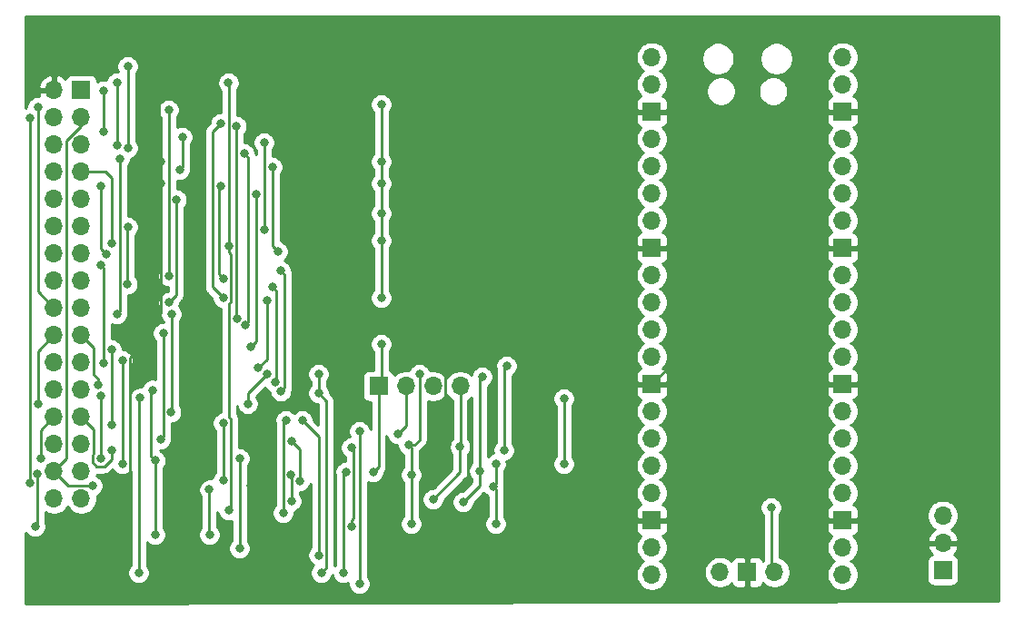
<source format=gbr>
G04 #@! TF.GenerationSoftware,KiCad,Pcbnew,5.1.5+dfsg1-2build2*
G04 #@! TF.CreationDate,2022-03-18T16:26:14+00:00*
G04 #@! TF.ProjectId,pico41,7069636f-3431-42e6-9b69-6361645f7063,rev?*
G04 #@! TF.SameCoordinates,Original*
G04 #@! TF.FileFunction,Copper,L2,Bot*
G04 #@! TF.FilePolarity,Positive*
%FSLAX46Y46*%
G04 Gerber Fmt 4.6, Leading zero omitted, Abs format (unit mm)*
G04 Created by KiCad (PCBNEW 5.1.5+dfsg1-2build2) date 2022-03-18 16:26:14*
%MOMM*%
%LPD*%
G04 APERTURE LIST*
%ADD10O,1.700000X1.700000*%
%ADD11R,1.700000X1.700000*%
%ADD12C,0.800000*%
%ADD13C,0.250000*%
%ADD14C,0.254000*%
G04 APERTURE END LIST*
D10*
X68140000Y-32200000D03*
D11*
X65600000Y-32200000D03*
D10*
X63060000Y-32200000D03*
X74490000Y15830000D03*
X74490000Y13290000D03*
D11*
X74490000Y10750000D03*
D10*
X74490000Y8210000D03*
X74490000Y5670000D03*
X74490000Y3130000D03*
X74490000Y590000D03*
D11*
X74490000Y-1950000D03*
D10*
X74490000Y-4490000D03*
X74490000Y-7030000D03*
X74490000Y-9570000D03*
X74490000Y-12110000D03*
D11*
X74490000Y-14650000D03*
D10*
X74490000Y-17190000D03*
X74490000Y-19730000D03*
X74490000Y-22270000D03*
X74490000Y-24810000D03*
D11*
X74490000Y-27350000D03*
D10*
X74490000Y-29890000D03*
X74490000Y-32430000D03*
X56710000Y-32430000D03*
X56710000Y-29890000D03*
D11*
X56710000Y-27350000D03*
D10*
X56710000Y-24810000D03*
X56710000Y-22270000D03*
X56710000Y-19730000D03*
X56710000Y-17190000D03*
D11*
X56710000Y-14650000D03*
D10*
X56710000Y-12110000D03*
X56710000Y-9570000D03*
X56710000Y-7030000D03*
X56710000Y-4490000D03*
D11*
X56710000Y-1950000D03*
D10*
X56710000Y590000D03*
X56710000Y3130000D03*
X56710000Y5670000D03*
X56710000Y8210000D03*
D11*
X56710000Y10750000D03*
D10*
X56710000Y13290000D03*
X56710000Y15830000D03*
X83820000Y-26924000D03*
X83820000Y-29464000D03*
D11*
X83820000Y-32004000D03*
D10*
X38858000Y-14848000D03*
X36318000Y-14848000D03*
X33778000Y-14848000D03*
D11*
X31238000Y-14848000D03*
D10*
X1000000Y-25320000D03*
X3540000Y-25320000D03*
X1000000Y-22780000D03*
X3540000Y-22780000D03*
X1000000Y-20240000D03*
X3540000Y-20240000D03*
X1000000Y-17700000D03*
X3540000Y-17700000D03*
X1000000Y-15160000D03*
X3540000Y-15160000D03*
X1000000Y-12620000D03*
X3540000Y-12620000D03*
X1000000Y-10080000D03*
X3540000Y-10080000D03*
X1000000Y-7540000D03*
X3540000Y-7540000D03*
X1000000Y-5000000D03*
X3540000Y-5000000D03*
X1000000Y-2460000D03*
X3540000Y-2460000D03*
X1000000Y80000D03*
X3540000Y80000D03*
X1000000Y2620000D03*
X3540000Y2620000D03*
X1000000Y5160000D03*
X3540000Y5160000D03*
X1000000Y7700000D03*
X3540000Y7700000D03*
X1000000Y10240000D03*
X3540000Y10240000D03*
X1000000Y12780000D03*
D11*
X3540000Y12780000D03*
D12*
X17272000Y-1778000D03*
X17255000Y13445000D03*
X31496000Y11430000D03*
X31496000Y6096000D03*
X31496000Y4064000D03*
X31496000Y1270000D03*
X31496000Y-1270000D03*
X31496000Y-6604000D03*
X17272000Y-26416000D03*
X4572000Y-24130000D03*
X23114000Y-25560010D03*
X23077000Y-23114000D03*
X-1270000Y10160000D03*
X-1270000Y-23876000D03*
X23883224Y-23705613D03*
X23174847Y-20005153D03*
X-545000Y-23043949D03*
X-762000Y-27940000D03*
X28739000Y-27940000D03*
X28702000Y-20574000D03*
X10433373Y-21783651D03*
X10160000Y-15203000D03*
X5334000Y-15748000D03*
X5334000Y-21590000D03*
X-254000Y-21590000D03*
X15486892Y-24493963D03*
X15494000Y-28702000D03*
X10414000Y-28702000D03*
X6350000Y-20828000D03*
X6350000Y-18495010D03*
X6350000Y-11430000D03*
X20828000Y-6858000D03*
X19995949Y-13161299D03*
X5588000Y-12700000D03*
X5334000Y-3556000D03*
X22098000Y-4064000D03*
X22144701Y-15310051D03*
X-508000Y-16510000D03*
X21336000Y-5588000D03*
X21590000Y-14478000D03*
X5080000Y-14732000D03*
X-508000Y11176000D03*
X16547000Y9652000D03*
X16764000Y-6604000D03*
X7837000Y-5334000D03*
X7874000Y0D03*
X5842000Y-2540000D03*
X5334000Y3810000D03*
X11684000Y-7034990D03*
X12409000Y2540000D03*
X12954000Y8382000D03*
X12700000Y5334000D03*
X6387000Y-1524000D03*
X5588000Y12700000D03*
X5588000Y8890000D03*
X6858000Y13462000D03*
X6858000Y7620000D03*
X65532000Y-27178000D03*
X46228000Y10160000D03*
X45974000Y14986000D03*
X38354000Y7874000D03*
X38608000Y2794000D03*
X44958000Y6096000D03*
X44958000Y508000D03*
X44958000Y-2794000D03*
X-762000Y12954000D03*
X-762000Y17780000D03*
X11176000Y17780000D03*
X10922000Y6096000D03*
X10922000Y4064000D03*
X9525000Y-9475000D03*
X9525000Y-10745000D03*
X36322000Y-24130000D03*
X36338000Y-21698000D03*
X37846000Y-4572000D03*
X24384000Y-25908000D03*
X24384000Y-28956000D03*
X20828000Y-28956000D03*
X19303263Y-24110010D03*
X6858000Y-25654000D03*
X6858000Y-29972000D03*
X80518000Y-14478000D03*
X79674000Y-27350000D03*
X38838000Y-20498000D03*
X36322000Y-25400000D03*
X40640000Y-22747990D03*
X40894000Y-13970000D03*
X39116000Y-25654000D03*
X33020000Y-19304000D03*
X31496000Y-10922000D03*
X30734000Y-22860000D03*
X67818000Y-26162000D03*
X42164000Y-22098000D03*
X41910000Y-24197990D03*
X34290000Y-23114000D03*
X34050500Y-20348000D03*
X34290000Y-27686000D03*
X42164000Y-27686000D03*
X35052000Y-13716000D03*
X25654000Y-13716000D03*
X25654000Y-15494000D03*
X25908000Y-32258000D03*
X8890000Y-32258000D03*
X9025000Y-15955010D03*
X7874000Y14986000D03*
X7874000Y7366000D03*
X7112000Y6350000D03*
X6858000Y-8128000D03*
X17997000Y9398000D03*
X18034000Y-8583242D03*
X19846999Y3048000D03*
X19304000Y-11176000D03*
X18722000Y6858000D03*
X18839419Y-9175952D03*
X21844000Y-2286000D03*
X21336000Y5588000D03*
X20574000Y-254000D03*
X20574000Y7874000D03*
X16764000Y-4826000D03*
X16510000Y3810000D03*
X48514000Y-22098000D03*
X48514000Y-16002000D03*
X16764000Y-18288000D03*
X16764000Y-23622000D03*
X7366000Y-12446000D03*
X7366000Y-22098000D03*
X11176000Y-9906000D03*
X10922000Y-19812000D03*
X11938000Y-8128000D03*
X11901000Y-17272000D03*
X25654000Y-30615000D03*
X24130000Y-18034000D03*
X29464000Y-19049990D03*
X29464000Y-33274000D03*
X27940000Y-32258000D03*
X28194000Y-22860000D03*
X18288000Y-29972000D03*
X18288000Y-21590000D03*
X22352000Y-26670000D03*
X22606000Y-18034000D03*
X42926000Y-20828000D03*
X43180000Y-12954000D03*
X20828000Y-13716000D03*
X19050000Y-16490010D03*
X11684000Y10922000D03*
X11684000Y-4572000D03*
D13*
X17272000Y13428000D02*
X17255000Y13445000D01*
X17272000Y-1778000D02*
X17272000Y13428000D01*
X31496000Y11430000D02*
X31496000Y6096000D01*
X31496000Y4064000D02*
X31496000Y6096000D01*
X31496000Y1270000D02*
X31496000Y4064000D01*
X31496000Y-1270000D02*
X31496000Y1270000D01*
X31496000Y-6604000D02*
X31496000Y-1270000D01*
X17489001Y-17939999D02*
X17489001Y-26198999D01*
X17272000Y-7169002D02*
X17272000Y-17722998D01*
X17489001Y-6952001D02*
X17272000Y-7169002D01*
X17489001Y-26198999D02*
X17272000Y-26416000D01*
X17272000Y-17722998D02*
X17489001Y-17939999D01*
X17489001Y-2560686D02*
X17489001Y-6952001D01*
X17272000Y-2343685D02*
X17489001Y-2560686D01*
X17272000Y-1778000D02*
X17272000Y-2343685D01*
X1849999Y-21930001D02*
X1000000Y-22780000D01*
X2175001Y-21604999D02*
X1849999Y-21930001D01*
X2175001Y8074003D02*
X2175001Y-21604999D01*
X3540000Y9439002D02*
X2175001Y8074003D01*
X3540000Y10240000D02*
X3540000Y9439002D01*
X2350000Y-24130000D02*
X1000000Y-22780000D01*
X4572000Y-24130000D02*
X2350000Y-24130000D01*
X23114000Y-23151000D02*
X23077000Y-23114000D01*
X23114000Y-25560010D02*
X23114000Y-23151000D01*
X-1270000Y10160000D02*
X-1270000Y-23876000D01*
X23883224Y-20713530D02*
X23174847Y-20005153D01*
X23883224Y-23705613D02*
X23883224Y-20713530D01*
X-545000Y-27723000D02*
X-762000Y-27940000D01*
X-545000Y-23043949D02*
X-545000Y-27723000D01*
X28919001Y-20791001D02*
X28702000Y-20574000D01*
X28919001Y-27194314D02*
X28919001Y-20791001D01*
X28739000Y-27374315D02*
X28919001Y-27194314D01*
X28739000Y-27940000D02*
X28739000Y-27374315D01*
X10033374Y-15329626D02*
X10160000Y-15203000D01*
X10033374Y-21383652D02*
X10033374Y-15329626D01*
X10433373Y-21783651D02*
X10033374Y-21383652D01*
X5334000Y-15748000D02*
X5334000Y-21590000D01*
X-254000Y-18954000D02*
X1000000Y-17700000D01*
X-254000Y-21590000D02*
X-254000Y-18954000D01*
X15486892Y-28694892D02*
X15494000Y-28702000D01*
X15486892Y-24493963D02*
X15486892Y-28694892D01*
X10414000Y-21803024D02*
X10433373Y-21783651D01*
X10414000Y-28702000D02*
X10414000Y-21803024D01*
X4715001Y-21135997D02*
X4715001Y-18875001D01*
X4715001Y-18875001D02*
X4389999Y-18549999D01*
X4608999Y-21241999D02*
X4715001Y-21135997D01*
X4608999Y-21938001D02*
X4608999Y-21241999D01*
X4985999Y-22315001D02*
X4608999Y-21938001D01*
X4389999Y-18549999D02*
X3540000Y-17700000D01*
X6350000Y-21647002D02*
X5682001Y-22315001D01*
X5682001Y-22315001D02*
X4985999Y-22315001D01*
X6350000Y-20828000D02*
X6350000Y-21647002D01*
X6350000Y-18495010D02*
X6350000Y-11430000D01*
X20828000Y-12329248D02*
X19995949Y-13161299D01*
X20828000Y-6858000D02*
X20828000Y-12329248D01*
X5588000Y-3810000D02*
X5334000Y-3556000D01*
X5588000Y-12700000D02*
X5588000Y-3810000D01*
X22497999Y-14956753D02*
X22144701Y-15310051D01*
X22497999Y-4463999D02*
X22497999Y-14956753D01*
X22098000Y-4064000D02*
X22497999Y-4463999D01*
X-508000Y-11588000D02*
X1000000Y-10080000D01*
X-508000Y-16510000D02*
X-508000Y-11588000D01*
X21735999Y-14332001D02*
X21590000Y-14478000D01*
X21735999Y-5987999D02*
X21735999Y-14332001D01*
X21336000Y-5588000D02*
X21735999Y-5987999D01*
X4715001Y-11255001D02*
X4389999Y-10929999D01*
X4715001Y-13801316D02*
X4715001Y-11255001D01*
X4389999Y-10929999D02*
X3540000Y-10080000D01*
X5080000Y-14166315D02*
X4715001Y-13801316D01*
X5080000Y-14732000D02*
X5080000Y-14166315D01*
X-508000Y-6032000D02*
X1000000Y-7540000D01*
X-508000Y11176000D02*
X-508000Y-6032000D01*
X15784999Y-5624999D02*
X16764000Y-6604000D01*
X15784999Y8889999D02*
X15784999Y-5624999D01*
X16547000Y9652000D02*
X15784999Y8889999D01*
X7837000Y-37000D02*
X7874000Y0D01*
X7837000Y-5334000D02*
X7837000Y-37000D01*
X5334000Y-2032000D02*
X5334000Y3810000D01*
X5842000Y-2540000D02*
X5334000Y-2032000D01*
X12409000Y-6309990D02*
X12409000Y2540000D01*
X11684000Y-7034990D02*
X12409000Y-6309990D01*
X12954000Y5588000D02*
X12700000Y5334000D01*
X12954000Y8382000D02*
X12954000Y5588000D01*
X6387000Y-1524000D02*
X6387000Y4535000D01*
X5762000Y5160000D02*
X3540000Y5160000D01*
X6387000Y4535000D02*
X5762000Y5160000D01*
X5588000Y12700000D02*
X5588000Y8890000D01*
X6858000Y13462000D02*
X6858000Y7620000D01*
X65532000Y-32132000D02*
X65600000Y-32200000D01*
X65532000Y-27178000D02*
X65532000Y-32132000D01*
X46228000Y14732000D02*
X45974000Y14986000D01*
X46228000Y10160000D02*
X46228000Y14732000D01*
X38354000Y3048000D02*
X38608000Y2794000D01*
X38354000Y7874000D02*
X38354000Y3048000D01*
X46228000Y7366000D02*
X46228000Y10160000D01*
X44958000Y6096000D02*
X46228000Y7366000D01*
X44958000Y6096000D02*
X44958000Y508000D01*
X44958000Y-2794000D02*
X44958000Y508000D01*
X-762000Y12954000D02*
X-762000Y17780000D01*
X10776001Y6241999D02*
X10922000Y6096000D01*
X10776001Y17380001D02*
X10776001Y6241999D01*
X11176000Y17780000D02*
X10776001Y17380001D01*
X10922000Y6096000D02*
X10922000Y4064000D01*
X10922000Y-8078000D02*
X9525000Y-9475000D01*
X10922000Y4064000D02*
X10922000Y-8078000D01*
X9525000Y-9475000D02*
X9525000Y-10745000D01*
X36322000Y-21714000D02*
X36338000Y-21698000D01*
X36322000Y-24130000D02*
X36322000Y-21714000D01*
X37493001Y-4924999D02*
X37846000Y-4572000D01*
X37493001Y-20542999D02*
X37493001Y-4924999D01*
X36338000Y-21698000D02*
X37493001Y-20542999D01*
X24384000Y-25908000D02*
X24384000Y-28956000D01*
X20828000Y-25634747D02*
X19303263Y-24110010D01*
X20828000Y-28956000D02*
X20828000Y-25634747D01*
X6858000Y-25654000D02*
X6858000Y-29972000D01*
X79674000Y-15322000D02*
X79674000Y-27350000D01*
X80518000Y-14478000D02*
X79674000Y-15322000D01*
X56710000Y-14650000D02*
X59436000Y-11924000D01*
X59436000Y-11924000D02*
X59436000Y-3048000D01*
X58338000Y-1950000D02*
X56710000Y-1950000D01*
X59436000Y-3048000D02*
X58338000Y-1950000D01*
X74490000Y-14650000D02*
X73070000Y-14650000D01*
X73070000Y-14650000D02*
X71882000Y-13462000D01*
X71882000Y-13462000D02*
X71882000Y-2794000D01*
X72726000Y-1950000D02*
X74490000Y-1950000D01*
X71882000Y-2794000D02*
X72726000Y-1950000D01*
X74490000Y10750000D02*
X74662000Y10922000D01*
X74662000Y10922000D02*
X76962000Y10922000D01*
X76962000Y10922000D02*
X79502000Y8382000D01*
X79502000Y8382000D02*
X79502000Y-762000D01*
X78314000Y-1950000D02*
X74490000Y-1950000D01*
X79502000Y-762000D02*
X78314000Y-1950000D01*
X56710000Y10750000D02*
X58846000Y10750000D01*
X58846000Y10750000D02*
X59436000Y10160000D01*
X59436000Y10160000D02*
X59436000Y-1270000D01*
X58756000Y-1950000D02*
X56710000Y-1950000D01*
X59436000Y-1270000D02*
X58756000Y-1950000D01*
X7257999Y-25254001D02*
X6858000Y-25654000D01*
X8091001Y-24420999D02*
X7257999Y-25254001D01*
X8091001Y-12178999D02*
X8091001Y-24420999D01*
X9525000Y-10745000D02*
X8091001Y-12178999D01*
X38858000Y-20478000D02*
X38838000Y-20498000D01*
X38858000Y-14848000D02*
X38858000Y-20478000D01*
X38838000Y-22884000D02*
X38838000Y-20498000D01*
X36322000Y-25400000D02*
X38838000Y-22884000D01*
X40640000Y-14224000D02*
X40894000Y-13970000D01*
X40640000Y-22747990D02*
X40640000Y-14224000D01*
X40640000Y-24130000D02*
X40640000Y-22747990D01*
X39116000Y-25654000D02*
X40640000Y-24130000D01*
X33778000Y-18546000D02*
X33778000Y-14848000D01*
X33020000Y-19304000D02*
X33778000Y-18546000D01*
X31496000Y-14590000D02*
X31238000Y-14848000D01*
X31496000Y-10922000D02*
X31496000Y-14590000D01*
X31238000Y-22356000D02*
X31238000Y-14848000D01*
X30734000Y-22860000D02*
X31238000Y-22356000D01*
X67818000Y-31878000D02*
X68140000Y-32200000D01*
X67818000Y-26162000D02*
X67818000Y-31878000D01*
X42164000Y-23943990D02*
X41910000Y-24197990D01*
X42164000Y-22098000D02*
X42164000Y-23943990D01*
X34290000Y-20587500D02*
X34050500Y-20348000D01*
X34290000Y-23114000D02*
X34290000Y-20587500D01*
X34290000Y-23114000D02*
X34290000Y-27686000D01*
X42164000Y-24451990D02*
X41910000Y-24197990D01*
X42164000Y-27686000D02*
X42164000Y-24451990D01*
X35052000Y-19859000D02*
X35052000Y-13716000D01*
X34563000Y-20348000D02*
X35052000Y-19859000D01*
X34050500Y-20348000D02*
X34563000Y-20348000D01*
X25654000Y-13716000D02*
X25654000Y-15494000D01*
X26379001Y-31786999D02*
X25908000Y-32258000D01*
X26379001Y-16219001D02*
X26379001Y-31786999D01*
X25654000Y-15494000D02*
X26379001Y-16219001D01*
X8890000Y-16090010D02*
X9025000Y-15955010D01*
X8890000Y-32258000D02*
X8890000Y-16090010D01*
X7874000Y14986000D02*
X7874000Y7366000D01*
X7112000Y-7874000D02*
X6858000Y-8128000D01*
X7112000Y6350000D02*
X7112000Y-7874000D01*
X17997000Y-8546242D02*
X18034000Y-8583242D01*
X17997000Y9398000D02*
X17997000Y-8546242D01*
X19846999Y-10633001D02*
X19304000Y-11176000D01*
X19846999Y3048000D02*
X19846999Y-10633001D01*
X19121999Y-8893372D02*
X18839419Y-9175952D01*
X19121999Y6458001D02*
X19121999Y-8893372D01*
X18722000Y6858000D02*
X19121999Y6458001D01*
X21336000Y-1778000D02*
X21336000Y5588000D01*
X21844000Y-2286000D02*
X21336000Y-1778000D01*
X20574000Y-254000D02*
X20574000Y7874000D01*
X16364001Y3664001D02*
X16510000Y3810000D01*
X16364001Y-4426001D02*
X16364001Y3664001D01*
X16764000Y-4826000D02*
X16364001Y-4426001D01*
X48514000Y-22098000D02*
X48514000Y-16002000D01*
X16764000Y-18288000D02*
X16764000Y-23622000D01*
X7366000Y-12446000D02*
X7366000Y-22098000D01*
X11176000Y-19558000D02*
X10922000Y-19812000D01*
X11176000Y-9906000D02*
X11176000Y-19558000D01*
X11938000Y-17235000D02*
X11901000Y-17272000D01*
X11938000Y-8128000D02*
X11938000Y-17235000D01*
X25654000Y-19558000D02*
X24130000Y-18034000D01*
X25654000Y-30615000D02*
X25654000Y-19558000D01*
X29464000Y-19049990D02*
X29464000Y-33274000D01*
X27940000Y-23114000D02*
X28194000Y-22860000D01*
X27940000Y-32258000D02*
X27940000Y-23114000D01*
X18288000Y-29972000D02*
X18288000Y-21590000D01*
X22352000Y-18288000D02*
X22606000Y-18034000D01*
X22352000Y-26670000D02*
X22352000Y-18288000D01*
X42926000Y-13208000D02*
X43180000Y-12954000D01*
X42926000Y-20828000D02*
X42926000Y-13208000D01*
X19050000Y-15494000D02*
X19050000Y-16490010D01*
X20828000Y-13716000D02*
X19050000Y-15494000D01*
X11684000Y10922000D02*
X11684000Y-4572000D01*
D14*
G36*
X89002001Y-34901821D02*
G01*
X-1626000Y-35152175D01*
X-1626000Y-28509883D01*
X-1565937Y-28599774D01*
X-1421774Y-28743937D01*
X-1252256Y-28857205D01*
X-1063898Y-28935226D01*
X-863939Y-28975000D01*
X-660061Y-28975000D01*
X-460102Y-28935226D01*
X-271744Y-28857205D01*
X-102226Y-28743937D01*
X41937Y-28599774D01*
X155205Y-28430256D01*
X233226Y-28241898D01*
X273000Y-28041939D01*
X273000Y-27838061D01*
X233226Y-27638102D01*
X215000Y-27594101D01*
X215000Y-26581474D01*
X296589Y-26635990D01*
X566842Y-26747932D01*
X853740Y-26805000D01*
X1146260Y-26805000D01*
X1433158Y-26747932D01*
X1703411Y-26635990D01*
X1946632Y-26473475D01*
X2153475Y-26266632D01*
X2270000Y-26092240D01*
X2386525Y-26266632D01*
X2593368Y-26473475D01*
X2836589Y-26635990D01*
X3106842Y-26747932D01*
X3393740Y-26805000D01*
X3686260Y-26805000D01*
X3973158Y-26747932D01*
X4243411Y-26635990D01*
X4486632Y-26473475D01*
X4693475Y-26266632D01*
X4855990Y-26023411D01*
X4967932Y-25753158D01*
X5025000Y-25466260D01*
X5025000Y-25173740D01*
X5004582Y-25071094D01*
X5062256Y-25047205D01*
X5231774Y-24933937D01*
X5375937Y-24789774D01*
X5489205Y-24620256D01*
X5567226Y-24431898D01*
X5607000Y-24231939D01*
X5607000Y-24028061D01*
X5567226Y-23828102D01*
X5489205Y-23639744D01*
X5375937Y-23470226D01*
X5231774Y-23326063D01*
X5062256Y-23212795D01*
X4975179Y-23176726D01*
X4994855Y-23077806D01*
X5023332Y-23075001D01*
X5644679Y-23075001D01*
X5682001Y-23078677D01*
X5719323Y-23075001D01*
X5719334Y-23075001D01*
X5830987Y-23064004D01*
X5974248Y-23020547D01*
X6106277Y-22949975D01*
X6222002Y-22855002D01*
X6245804Y-22825999D01*
X6462715Y-22609089D01*
X6562063Y-22757774D01*
X6706226Y-22901937D01*
X6875744Y-23015205D01*
X7064102Y-23093226D01*
X7264061Y-23133000D01*
X7467939Y-23133000D01*
X7667898Y-23093226D01*
X7856256Y-23015205D01*
X8025774Y-22901937D01*
X8130001Y-22797710D01*
X8130000Y-31554289D01*
X8086063Y-31598226D01*
X7972795Y-31767744D01*
X7894774Y-31956102D01*
X7855000Y-32156061D01*
X7855000Y-32359939D01*
X7894774Y-32559898D01*
X7972795Y-32748256D01*
X8086063Y-32917774D01*
X8230226Y-33061937D01*
X8399744Y-33175205D01*
X8588102Y-33253226D01*
X8788061Y-33293000D01*
X8991939Y-33293000D01*
X9191898Y-33253226D01*
X9380256Y-33175205D01*
X9549774Y-33061937D01*
X9693937Y-32917774D01*
X9807205Y-32748256D01*
X9885226Y-32559898D01*
X9925000Y-32359939D01*
X9925000Y-32156061D01*
X9885226Y-31956102D01*
X9807205Y-31767744D01*
X9693937Y-31598226D01*
X9650000Y-31554289D01*
X9650000Y-29401711D01*
X9754226Y-29505937D01*
X9923744Y-29619205D01*
X10112102Y-29697226D01*
X10312061Y-29737000D01*
X10515939Y-29737000D01*
X10715898Y-29697226D01*
X10904256Y-29619205D01*
X11073774Y-29505937D01*
X11217937Y-29361774D01*
X11331205Y-29192256D01*
X11409226Y-29003898D01*
X11449000Y-28803939D01*
X11449000Y-28600061D01*
X11409226Y-28400102D01*
X11331205Y-28211744D01*
X11217937Y-28042226D01*
X11174000Y-27998289D01*
X11174000Y-24392024D01*
X14451892Y-24392024D01*
X14451892Y-24595902D01*
X14491666Y-24795861D01*
X14569687Y-24984219D01*
X14682955Y-25153737D01*
X14726892Y-25197674D01*
X14726893Y-28005396D01*
X14690063Y-28042226D01*
X14576795Y-28211744D01*
X14498774Y-28400102D01*
X14459000Y-28600061D01*
X14459000Y-28803939D01*
X14498774Y-29003898D01*
X14576795Y-29192256D01*
X14690063Y-29361774D01*
X14834226Y-29505937D01*
X15003744Y-29619205D01*
X15192102Y-29697226D01*
X15392061Y-29737000D01*
X15595939Y-29737000D01*
X15795898Y-29697226D01*
X15984256Y-29619205D01*
X16153774Y-29505937D01*
X16297937Y-29361774D01*
X16411205Y-29192256D01*
X16489226Y-29003898D01*
X16529000Y-28803939D01*
X16529000Y-28600061D01*
X16489226Y-28400102D01*
X16411205Y-28211744D01*
X16297937Y-28042226D01*
X16246892Y-27991181D01*
X16246892Y-26567670D01*
X16276774Y-26717898D01*
X16354795Y-26906256D01*
X16468063Y-27075774D01*
X16612226Y-27219937D01*
X16781744Y-27333205D01*
X16970102Y-27411226D01*
X17170061Y-27451000D01*
X17373939Y-27451000D01*
X17528000Y-27420356D01*
X17528000Y-29268289D01*
X17484063Y-29312226D01*
X17370795Y-29481744D01*
X17292774Y-29670102D01*
X17253000Y-29870061D01*
X17253000Y-30073939D01*
X17292774Y-30273898D01*
X17370795Y-30462256D01*
X17484063Y-30631774D01*
X17628226Y-30775937D01*
X17797744Y-30889205D01*
X17986102Y-30967226D01*
X18186061Y-31007000D01*
X18389939Y-31007000D01*
X18589898Y-30967226D01*
X18778256Y-30889205D01*
X18947774Y-30775937D01*
X19091937Y-30631774D01*
X19205205Y-30462256D01*
X19283226Y-30273898D01*
X19323000Y-30073939D01*
X19323000Y-29870061D01*
X19283226Y-29670102D01*
X19205205Y-29481744D01*
X19091937Y-29312226D01*
X19048000Y-29268289D01*
X19048000Y-26568061D01*
X21317000Y-26568061D01*
X21317000Y-26771939D01*
X21356774Y-26971898D01*
X21434795Y-27160256D01*
X21548063Y-27329774D01*
X21692226Y-27473937D01*
X21861744Y-27587205D01*
X22050102Y-27665226D01*
X22250061Y-27705000D01*
X22453939Y-27705000D01*
X22653898Y-27665226D01*
X22842256Y-27587205D01*
X23011774Y-27473937D01*
X23155937Y-27329774D01*
X23269205Y-27160256D01*
X23347226Y-26971898D01*
X23387000Y-26771939D01*
X23387000Y-26568061D01*
X23385646Y-26561253D01*
X23415898Y-26555236D01*
X23604256Y-26477215D01*
X23773774Y-26363947D01*
X23917937Y-26219784D01*
X24031205Y-26050266D01*
X24109226Y-25861908D01*
X24149000Y-25661949D01*
X24149000Y-25458071D01*
X24109226Y-25258112D01*
X24031205Y-25069754D01*
X23917937Y-24900236D01*
X23874000Y-24856299D01*
X23874000Y-24740613D01*
X23985163Y-24740613D01*
X24185122Y-24700839D01*
X24373480Y-24622818D01*
X24542998Y-24509550D01*
X24687161Y-24365387D01*
X24800429Y-24195869D01*
X24878450Y-24007511D01*
X24894001Y-23929332D01*
X24894000Y-29911289D01*
X24850063Y-29955226D01*
X24736795Y-30124744D01*
X24658774Y-30313102D01*
X24619000Y-30513061D01*
X24619000Y-30716939D01*
X24658774Y-30916898D01*
X24736795Y-31105256D01*
X24850063Y-31274774D01*
X24994226Y-31418937D01*
X25163744Y-31532205D01*
X25168227Y-31534062D01*
X25104063Y-31598226D01*
X24990795Y-31767744D01*
X24912774Y-31956102D01*
X24873000Y-32156061D01*
X24873000Y-32359939D01*
X24912774Y-32559898D01*
X24990795Y-32748256D01*
X25104063Y-32917774D01*
X25248226Y-33061937D01*
X25417744Y-33175205D01*
X25606102Y-33253226D01*
X25806061Y-33293000D01*
X26009939Y-33293000D01*
X26209898Y-33253226D01*
X26398256Y-33175205D01*
X26567774Y-33061937D01*
X26711937Y-32917774D01*
X26825205Y-32748256D01*
X26903226Y-32559898D01*
X26924000Y-32455459D01*
X26944774Y-32559898D01*
X27022795Y-32748256D01*
X27136063Y-32917774D01*
X27280226Y-33061937D01*
X27449744Y-33175205D01*
X27638102Y-33253226D01*
X27838061Y-33293000D01*
X28041939Y-33293000D01*
X28241898Y-33253226D01*
X28429000Y-33175725D01*
X28429000Y-33375939D01*
X28468774Y-33575898D01*
X28546795Y-33764256D01*
X28660063Y-33933774D01*
X28804226Y-34077937D01*
X28973744Y-34191205D01*
X29162102Y-34269226D01*
X29362061Y-34309000D01*
X29565939Y-34309000D01*
X29765898Y-34269226D01*
X29954256Y-34191205D01*
X30123774Y-34077937D01*
X30267937Y-33933774D01*
X30381205Y-33764256D01*
X30459226Y-33575898D01*
X30499000Y-33375939D01*
X30499000Y-33172061D01*
X30459226Y-32972102D01*
X30381205Y-32783744D01*
X30267937Y-32614226D01*
X30224000Y-32570289D01*
X30224000Y-23764013D01*
X30243744Y-23777205D01*
X30432102Y-23855226D01*
X30632061Y-23895000D01*
X30835939Y-23895000D01*
X31035898Y-23855226D01*
X31224256Y-23777205D01*
X31393774Y-23663937D01*
X31537937Y-23519774D01*
X31651205Y-23350256D01*
X31729226Y-23161898D01*
X31769000Y-22961939D01*
X31769000Y-22903388D01*
X31778001Y-22896001D01*
X31872974Y-22780276D01*
X31943546Y-22648247D01*
X31987003Y-22504986D01*
X31998000Y-22393333D01*
X31998000Y-22393325D01*
X32001676Y-22356000D01*
X31998000Y-22318675D01*
X31998000Y-19471295D01*
X32024774Y-19605898D01*
X32102795Y-19794256D01*
X32216063Y-19963774D01*
X32360226Y-20107937D01*
X32529744Y-20221205D01*
X32718102Y-20299226D01*
X32918061Y-20339000D01*
X33015500Y-20339000D01*
X33015500Y-20449939D01*
X33055274Y-20649898D01*
X33133295Y-20838256D01*
X33246563Y-21007774D01*
X33390726Y-21151937D01*
X33530001Y-21244997D01*
X33530000Y-22410289D01*
X33486063Y-22454226D01*
X33372795Y-22623744D01*
X33294774Y-22812102D01*
X33255000Y-23012061D01*
X33255000Y-23215939D01*
X33294774Y-23415898D01*
X33372795Y-23604256D01*
X33486063Y-23773774D01*
X33530000Y-23817711D01*
X33530001Y-26982288D01*
X33486063Y-27026226D01*
X33372795Y-27195744D01*
X33294774Y-27384102D01*
X33255000Y-27584061D01*
X33255000Y-27787939D01*
X33294774Y-27987898D01*
X33372795Y-28176256D01*
X33486063Y-28345774D01*
X33630226Y-28489937D01*
X33799744Y-28603205D01*
X33988102Y-28681226D01*
X34188061Y-28721000D01*
X34391939Y-28721000D01*
X34591898Y-28681226D01*
X34780256Y-28603205D01*
X34949774Y-28489937D01*
X35093937Y-28345774D01*
X35207205Y-28176256D01*
X35285226Y-27987898D01*
X35325000Y-27787939D01*
X35325000Y-27584061D01*
X35285226Y-27384102D01*
X35207205Y-27195744D01*
X35093937Y-27026226D01*
X35050000Y-26982289D01*
X35050000Y-23817711D01*
X35093937Y-23773774D01*
X35207205Y-23604256D01*
X35285226Y-23415898D01*
X35325000Y-23215939D01*
X35325000Y-23012061D01*
X35285226Y-22812102D01*
X35207205Y-22623744D01*
X35093937Y-22454226D01*
X35050000Y-22410289D01*
X35050000Y-20931498D01*
X35103001Y-20888001D01*
X35126803Y-20858998D01*
X35563003Y-20422798D01*
X35592001Y-20399001D01*
X35686974Y-20283276D01*
X35757546Y-20151247D01*
X35801003Y-20007986D01*
X35812000Y-19896333D01*
X35812000Y-19896324D01*
X35815676Y-19859001D01*
X35812000Y-19821678D01*
X35812000Y-16245760D01*
X35884842Y-16275932D01*
X36171740Y-16333000D01*
X36464260Y-16333000D01*
X36751158Y-16275932D01*
X37021411Y-16163990D01*
X37264632Y-16001475D01*
X37471475Y-15794632D01*
X37588000Y-15620240D01*
X37704525Y-15794632D01*
X37911368Y-16001475D01*
X38098000Y-16126179D01*
X38098001Y-19774288D01*
X38034063Y-19838226D01*
X37920795Y-20007744D01*
X37842774Y-20196102D01*
X37803000Y-20396061D01*
X37803000Y-20599939D01*
X37842774Y-20799898D01*
X37920795Y-20988256D01*
X38034063Y-21157774D01*
X38078001Y-21201712D01*
X38078000Y-22569198D01*
X36282199Y-24365000D01*
X36220061Y-24365000D01*
X36020102Y-24404774D01*
X35831744Y-24482795D01*
X35662226Y-24596063D01*
X35518063Y-24740226D01*
X35404795Y-24909744D01*
X35326774Y-25098102D01*
X35287000Y-25298061D01*
X35287000Y-25501939D01*
X35326774Y-25701898D01*
X35404795Y-25890256D01*
X35518063Y-26059774D01*
X35662226Y-26203937D01*
X35831744Y-26317205D01*
X36020102Y-26395226D01*
X36220061Y-26435000D01*
X36423939Y-26435000D01*
X36623898Y-26395226D01*
X36812256Y-26317205D01*
X36981774Y-26203937D01*
X37125937Y-26059774D01*
X37239205Y-25890256D01*
X37317226Y-25701898D01*
X37357000Y-25501939D01*
X37357000Y-25439801D01*
X39349004Y-23447798D01*
X39378001Y-23424001D01*
X39472974Y-23308276D01*
X39543546Y-23176247D01*
X39587003Y-23032986D01*
X39598000Y-22921333D01*
X39598000Y-22921324D01*
X39601676Y-22884001D01*
X39598000Y-22846678D01*
X39598000Y-21201711D01*
X39641937Y-21157774D01*
X39755205Y-20988256D01*
X39833226Y-20799898D01*
X39873000Y-20599939D01*
X39873000Y-20396061D01*
X39833226Y-20196102D01*
X39755205Y-20007744D01*
X39641937Y-19838226D01*
X39618000Y-19814289D01*
X39618000Y-16126178D01*
X39804632Y-16001475D01*
X39880001Y-15926106D01*
X39880000Y-22044279D01*
X39836063Y-22088216D01*
X39722795Y-22257734D01*
X39644774Y-22446092D01*
X39605000Y-22646051D01*
X39605000Y-22849929D01*
X39644774Y-23049888D01*
X39722795Y-23238246D01*
X39836063Y-23407764D01*
X39880000Y-23451701D01*
X39880000Y-23815197D01*
X39076198Y-24619000D01*
X39014061Y-24619000D01*
X38814102Y-24658774D01*
X38625744Y-24736795D01*
X38456226Y-24850063D01*
X38312063Y-24994226D01*
X38198795Y-25163744D01*
X38120774Y-25352102D01*
X38081000Y-25552061D01*
X38081000Y-25755939D01*
X38120774Y-25955898D01*
X38198795Y-26144256D01*
X38312063Y-26313774D01*
X38456226Y-26457937D01*
X38625744Y-26571205D01*
X38814102Y-26649226D01*
X39014061Y-26689000D01*
X39217939Y-26689000D01*
X39417898Y-26649226D01*
X39606256Y-26571205D01*
X39775774Y-26457937D01*
X39919937Y-26313774D01*
X40033205Y-26144256D01*
X40111226Y-25955898D01*
X40151000Y-25755939D01*
X40151000Y-25693802D01*
X41058389Y-24786414D01*
X41106063Y-24857764D01*
X41250226Y-25001927D01*
X41404001Y-25104676D01*
X41404000Y-26982289D01*
X41360063Y-27026226D01*
X41246795Y-27195744D01*
X41168774Y-27384102D01*
X41129000Y-27584061D01*
X41129000Y-27787939D01*
X41168774Y-27987898D01*
X41246795Y-28176256D01*
X41360063Y-28345774D01*
X41504226Y-28489937D01*
X41673744Y-28603205D01*
X41862102Y-28681226D01*
X42062061Y-28721000D01*
X42265939Y-28721000D01*
X42465898Y-28681226D01*
X42654256Y-28603205D01*
X42823774Y-28489937D01*
X42967937Y-28345774D01*
X43065339Y-28200000D01*
X55221928Y-28200000D01*
X55234188Y-28324482D01*
X55270498Y-28444180D01*
X55329463Y-28554494D01*
X55408815Y-28651185D01*
X55505506Y-28730537D01*
X55615820Y-28789502D01*
X55688380Y-28811513D01*
X55556525Y-28943368D01*
X55394010Y-29186589D01*
X55282068Y-29456842D01*
X55225000Y-29743740D01*
X55225000Y-30036260D01*
X55282068Y-30323158D01*
X55394010Y-30593411D01*
X55556525Y-30836632D01*
X55763368Y-31043475D01*
X55937760Y-31160000D01*
X55763368Y-31276525D01*
X55556525Y-31483368D01*
X55394010Y-31726589D01*
X55282068Y-31996842D01*
X55225000Y-32283740D01*
X55225000Y-32576260D01*
X55282068Y-32863158D01*
X55394010Y-33133411D01*
X55556525Y-33376632D01*
X55763368Y-33583475D01*
X56006589Y-33745990D01*
X56276842Y-33857932D01*
X56563740Y-33915000D01*
X56856260Y-33915000D01*
X57143158Y-33857932D01*
X57413411Y-33745990D01*
X57656632Y-33583475D01*
X57863475Y-33376632D01*
X58025990Y-33133411D01*
X58137932Y-32863158D01*
X58195000Y-32576260D01*
X58195000Y-32283740D01*
X58149250Y-32053740D01*
X61575000Y-32053740D01*
X61575000Y-32346260D01*
X61632068Y-32633158D01*
X61744010Y-32903411D01*
X61906525Y-33146632D01*
X62113368Y-33353475D01*
X62356589Y-33515990D01*
X62626842Y-33627932D01*
X62913740Y-33685000D01*
X63206260Y-33685000D01*
X63493158Y-33627932D01*
X63763411Y-33515990D01*
X64006632Y-33353475D01*
X64138487Y-33221620D01*
X64160498Y-33294180D01*
X64219463Y-33404494D01*
X64298815Y-33501185D01*
X64395506Y-33580537D01*
X64505820Y-33639502D01*
X64625518Y-33675812D01*
X64750000Y-33688072D01*
X65314250Y-33685000D01*
X65473000Y-33526250D01*
X65473000Y-32327000D01*
X65453000Y-32327000D01*
X65453000Y-32073000D01*
X65473000Y-32073000D01*
X65473000Y-30873750D01*
X65727000Y-30873750D01*
X65727000Y-32073000D01*
X65747000Y-32073000D01*
X65747000Y-32327000D01*
X65727000Y-32327000D01*
X65727000Y-33526250D01*
X65885750Y-33685000D01*
X66450000Y-33688072D01*
X66574482Y-33675812D01*
X66694180Y-33639502D01*
X66804494Y-33580537D01*
X66901185Y-33501185D01*
X66980537Y-33404494D01*
X67039502Y-33294180D01*
X67061513Y-33221620D01*
X67193368Y-33353475D01*
X67436589Y-33515990D01*
X67706842Y-33627932D01*
X67993740Y-33685000D01*
X68286260Y-33685000D01*
X68573158Y-33627932D01*
X68843411Y-33515990D01*
X69086632Y-33353475D01*
X69293475Y-33146632D01*
X69455990Y-32903411D01*
X69567932Y-32633158D01*
X69625000Y-32346260D01*
X69625000Y-32053740D01*
X69567932Y-31766842D01*
X69455990Y-31496589D01*
X69293475Y-31253368D01*
X69086632Y-31046525D01*
X68843411Y-30884010D01*
X68578000Y-30774074D01*
X68578000Y-28200000D01*
X73001928Y-28200000D01*
X73014188Y-28324482D01*
X73050498Y-28444180D01*
X73109463Y-28554494D01*
X73188815Y-28651185D01*
X73285506Y-28730537D01*
X73395820Y-28789502D01*
X73468380Y-28811513D01*
X73336525Y-28943368D01*
X73174010Y-29186589D01*
X73062068Y-29456842D01*
X73005000Y-29743740D01*
X73005000Y-30036260D01*
X73062068Y-30323158D01*
X73174010Y-30593411D01*
X73336525Y-30836632D01*
X73543368Y-31043475D01*
X73717760Y-31160000D01*
X73543368Y-31276525D01*
X73336525Y-31483368D01*
X73174010Y-31726589D01*
X73062068Y-31996842D01*
X73005000Y-32283740D01*
X73005000Y-32576260D01*
X73062068Y-32863158D01*
X73174010Y-33133411D01*
X73336525Y-33376632D01*
X73543368Y-33583475D01*
X73786589Y-33745990D01*
X74056842Y-33857932D01*
X74343740Y-33915000D01*
X74636260Y-33915000D01*
X74923158Y-33857932D01*
X75193411Y-33745990D01*
X75436632Y-33583475D01*
X75643475Y-33376632D01*
X75805990Y-33133411D01*
X75917932Y-32863158D01*
X75975000Y-32576260D01*
X75975000Y-32283740D01*
X75917932Y-31996842D01*
X75805990Y-31726589D01*
X75643475Y-31483368D01*
X75436632Y-31276525D01*
X75262240Y-31160000D01*
X75271219Y-31154000D01*
X82331928Y-31154000D01*
X82331928Y-32854000D01*
X82344188Y-32978482D01*
X82380498Y-33098180D01*
X82439463Y-33208494D01*
X82518815Y-33305185D01*
X82615506Y-33384537D01*
X82725820Y-33443502D01*
X82845518Y-33479812D01*
X82970000Y-33492072D01*
X84670000Y-33492072D01*
X84794482Y-33479812D01*
X84914180Y-33443502D01*
X85024494Y-33384537D01*
X85121185Y-33305185D01*
X85200537Y-33208494D01*
X85259502Y-33098180D01*
X85295812Y-32978482D01*
X85308072Y-32854000D01*
X85308072Y-31154000D01*
X85295812Y-31029518D01*
X85259502Y-30909820D01*
X85200537Y-30799506D01*
X85121185Y-30702815D01*
X85024494Y-30623463D01*
X84914180Y-30564498D01*
X84833534Y-30540034D01*
X84917588Y-30464269D01*
X85091641Y-30230920D01*
X85216825Y-29968099D01*
X85261476Y-29820890D01*
X85140155Y-29591000D01*
X83947000Y-29591000D01*
X83947000Y-29611000D01*
X83693000Y-29611000D01*
X83693000Y-29591000D01*
X82499845Y-29591000D01*
X82378524Y-29820890D01*
X82423175Y-29968099D01*
X82548359Y-30230920D01*
X82722412Y-30464269D01*
X82806466Y-30540034D01*
X82725820Y-30564498D01*
X82615506Y-30623463D01*
X82518815Y-30702815D01*
X82439463Y-30799506D01*
X82380498Y-30909820D01*
X82344188Y-31029518D01*
X82331928Y-31154000D01*
X75271219Y-31154000D01*
X75436632Y-31043475D01*
X75643475Y-30836632D01*
X75805990Y-30593411D01*
X75917932Y-30323158D01*
X75975000Y-30036260D01*
X75975000Y-29743740D01*
X75917932Y-29456842D01*
X75805990Y-29186589D01*
X75643475Y-28943368D01*
X75511620Y-28811513D01*
X75584180Y-28789502D01*
X75694494Y-28730537D01*
X75791185Y-28651185D01*
X75870537Y-28554494D01*
X75929502Y-28444180D01*
X75965812Y-28324482D01*
X75978072Y-28200000D01*
X75975000Y-27635750D01*
X75816250Y-27477000D01*
X74617000Y-27477000D01*
X74617000Y-27497000D01*
X74363000Y-27497000D01*
X74363000Y-27477000D01*
X73163750Y-27477000D01*
X73005000Y-27635750D01*
X73001928Y-28200000D01*
X68578000Y-28200000D01*
X68578000Y-26865711D01*
X68621937Y-26821774D01*
X68735205Y-26652256D01*
X68813226Y-26463898D01*
X68853000Y-26263939D01*
X68853000Y-26060061D01*
X68813226Y-25860102D01*
X68735205Y-25671744D01*
X68621937Y-25502226D01*
X68477774Y-25358063D01*
X68308256Y-25244795D01*
X68119898Y-25166774D01*
X67919939Y-25127000D01*
X67716061Y-25127000D01*
X67516102Y-25166774D01*
X67327744Y-25244795D01*
X67158226Y-25358063D01*
X67014063Y-25502226D01*
X66900795Y-25671744D01*
X66822774Y-25860102D01*
X66783000Y-26060061D01*
X66783000Y-26263939D01*
X66822774Y-26463898D01*
X66900795Y-26652256D01*
X67014063Y-26821774D01*
X67058000Y-26865711D01*
X67058001Y-31166803D01*
X67039502Y-31105820D01*
X66980537Y-30995506D01*
X66901185Y-30898815D01*
X66804494Y-30819463D01*
X66694180Y-30760498D01*
X66574482Y-30724188D01*
X66450000Y-30711928D01*
X65885750Y-30715000D01*
X65727000Y-30873750D01*
X65473000Y-30873750D01*
X65314250Y-30715000D01*
X64750000Y-30711928D01*
X64625518Y-30724188D01*
X64505820Y-30760498D01*
X64395506Y-30819463D01*
X64298815Y-30898815D01*
X64219463Y-30995506D01*
X64160498Y-31105820D01*
X64138487Y-31178380D01*
X64006632Y-31046525D01*
X63763411Y-30884010D01*
X63493158Y-30772068D01*
X63206260Y-30715000D01*
X62913740Y-30715000D01*
X62626842Y-30772068D01*
X62356589Y-30884010D01*
X62113368Y-31046525D01*
X61906525Y-31253368D01*
X61744010Y-31496589D01*
X61632068Y-31766842D01*
X61575000Y-32053740D01*
X58149250Y-32053740D01*
X58137932Y-31996842D01*
X58025990Y-31726589D01*
X57863475Y-31483368D01*
X57656632Y-31276525D01*
X57482240Y-31160000D01*
X57656632Y-31043475D01*
X57863475Y-30836632D01*
X58025990Y-30593411D01*
X58137932Y-30323158D01*
X58195000Y-30036260D01*
X58195000Y-29743740D01*
X58137932Y-29456842D01*
X58025990Y-29186589D01*
X57863475Y-28943368D01*
X57731620Y-28811513D01*
X57804180Y-28789502D01*
X57914494Y-28730537D01*
X58011185Y-28651185D01*
X58090537Y-28554494D01*
X58149502Y-28444180D01*
X58185812Y-28324482D01*
X58198072Y-28200000D01*
X58195000Y-27635750D01*
X58036250Y-27477000D01*
X56837000Y-27477000D01*
X56837000Y-27497000D01*
X56583000Y-27497000D01*
X56583000Y-27477000D01*
X55383750Y-27477000D01*
X55225000Y-27635750D01*
X55221928Y-28200000D01*
X43065339Y-28200000D01*
X43081205Y-28176256D01*
X43159226Y-27987898D01*
X43199000Y-27787939D01*
X43199000Y-27584061D01*
X43159226Y-27384102D01*
X43081205Y-27195744D01*
X42967937Y-27026226D01*
X42924000Y-26982289D01*
X42924000Y-24489312D01*
X42927676Y-24451989D01*
X42924000Y-24414666D01*
X42924000Y-24414657D01*
X42923397Y-24408535D01*
X42945000Y-24299929D01*
X42945000Y-24096051D01*
X42923397Y-23987445D01*
X42924000Y-23981323D01*
X42924000Y-23981314D01*
X42927676Y-23943991D01*
X42924000Y-23906668D01*
X42924000Y-22801711D01*
X42967937Y-22757774D01*
X43081205Y-22588256D01*
X43159226Y-22399898D01*
X43199000Y-22199939D01*
X43199000Y-21996061D01*
X43167030Y-21835333D01*
X43227898Y-21823226D01*
X43416256Y-21745205D01*
X43585774Y-21631937D01*
X43729937Y-21487774D01*
X43843205Y-21318256D01*
X43921226Y-21129898D01*
X43961000Y-20929939D01*
X43961000Y-20726061D01*
X43921226Y-20526102D01*
X43843205Y-20337744D01*
X43729937Y-20168226D01*
X43686000Y-20124289D01*
X43686000Y-15900061D01*
X47479000Y-15900061D01*
X47479000Y-16103939D01*
X47518774Y-16303898D01*
X47596795Y-16492256D01*
X47710063Y-16661774D01*
X47754001Y-16705712D01*
X47754000Y-21394289D01*
X47710063Y-21438226D01*
X47596795Y-21607744D01*
X47518774Y-21796102D01*
X47479000Y-21996061D01*
X47479000Y-22199939D01*
X47518774Y-22399898D01*
X47596795Y-22588256D01*
X47710063Y-22757774D01*
X47854226Y-22901937D01*
X48023744Y-23015205D01*
X48212102Y-23093226D01*
X48412061Y-23133000D01*
X48615939Y-23133000D01*
X48815898Y-23093226D01*
X49004256Y-23015205D01*
X49173774Y-22901937D01*
X49317937Y-22757774D01*
X49431205Y-22588256D01*
X49509226Y-22399898D01*
X49549000Y-22199939D01*
X49549000Y-21996061D01*
X49509226Y-21796102D01*
X49431205Y-21607744D01*
X49317937Y-21438226D01*
X49274000Y-21394289D01*
X49274000Y-16705711D01*
X49317937Y-16661774D01*
X49431205Y-16492256D01*
X49509226Y-16303898D01*
X49549000Y-16103939D01*
X49549000Y-15900061D01*
X49509226Y-15700102D01*
X49431205Y-15511744D01*
X49423358Y-15500000D01*
X55221928Y-15500000D01*
X55234188Y-15624482D01*
X55270498Y-15744180D01*
X55329463Y-15854494D01*
X55408815Y-15951185D01*
X55505506Y-16030537D01*
X55615820Y-16089502D01*
X55688380Y-16111513D01*
X55556525Y-16243368D01*
X55394010Y-16486589D01*
X55282068Y-16756842D01*
X55225000Y-17043740D01*
X55225000Y-17336260D01*
X55282068Y-17623158D01*
X55394010Y-17893411D01*
X55556525Y-18136632D01*
X55763368Y-18343475D01*
X55937760Y-18460000D01*
X55763368Y-18576525D01*
X55556525Y-18783368D01*
X55394010Y-19026589D01*
X55282068Y-19296842D01*
X55225000Y-19583740D01*
X55225000Y-19876260D01*
X55282068Y-20163158D01*
X55394010Y-20433411D01*
X55556525Y-20676632D01*
X55763368Y-20883475D01*
X55937760Y-21000000D01*
X55763368Y-21116525D01*
X55556525Y-21323368D01*
X55394010Y-21566589D01*
X55282068Y-21836842D01*
X55225000Y-22123740D01*
X55225000Y-22416260D01*
X55282068Y-22703158D01*
X55394010Y-22973411D01*
X55556525Y-23216632D01*
X55763368Y-23423475D01*
X55937760Y-23540000D01*
X55763368Y-23656525D01*
X55556525Y-23863368D01*
X55394010Y-24106589D01*
X55282068Y-24376842D01*
X55225000Y-24663740D01*
X55225000Y-24956260D01*
X55282068Y-25243158D01*
X55394010Y-25513411D01*
X55556525Y-25756632D01*
X55688380Y-25888487D01*
X55615820Y-25910498D01*
X55505506Y-25969463D01*
X55408815Y-26048815D01*
X55329463Y-26145506D01*
X55270498Y-26255820D01*
X55234188Y-26375518D01*
X55221928Y-26500000D01*
X55225000Y-27064250D01*
X55383750Y-27223000D01*
X56583000Y-27223000D01*
X56583000Y-27203000D01*
X56837000Y-27203000D01*
X56837000Y-27223000D01*
X58036250Y-27223000D01*
X58195000Y-27064250D01*
X58198072Y-26500000D01*
X58185812Y-26375518D01*
X58149502Y-26255820D01*
X58090537Y-26145506D01*
X58011185Y-26048815D01*
X57914494Y-25969463D01*
X57804180Y-25910498D01*
X57731620Y-25888487D01*
X57863475Y-25756632D01*
X58025990Y-25513411D01*
X58137932Y-25243158D01*
X58195000Y-24956260D01*
X58195000Y-24663740D01*
X58137932Y-24376842D01*
X58025990Y-24106589D01*
X57863475Y-23863368D01*
X57656632Y-23656525D01*
X57482240Y-23540000D01*
X57656632Y-23423475D01*
X57863475Y-23216632D01*
X58025990Y-22973411D01*
X58137932Y-22703158D01*
X58195000Y-22416260D01*
X58195000Y-22123740D01*
X58137932Y-21836842D01*
X58025990Y-21566589D01*
X57863475Y-21323368D01*
X57656632Y-21116525D01*
X57482240Y-21000000D01*
X57656632Y-20883475D01*
X57863475Y-20676632D01*
X58025990Y-20433411D01*
X58137932Y-20163158D01*
X58195000Y-19876260D01*
X58195000Y-19583740D01*
X58137932Y-19296842D01*
X58025990Y-19026589D01*
X57863475Y-18783368D01*
X57656632Y-18576525D01*
X57482240Y-18460000D01*
X57656632Y-18343475D01*
X57863475Y-18136632D01*
X58025990Y-17893411D01*
X58137932Y-17623158D01*
X58195000Y-17336260D01*
X58195000Y-17043740D01*
X58137932Y-16756842D01*
X58025990Y-16486589D01*
X57863475Y-16243368D01*
X57731620Y-16111513D01*
X57804180Y-16089502D01*
X57914494Y-16030537D01*
X58011185Y-15951185D01*
X58090537Y-15854494D01*
X58149502Y-15744180D01*
X58185812Y-15624482D01*
X58198072Y-15500000D01*
X73001928Y-15500000D01*
X73014188Y-15624482D01*
X73050498Y-15744180D01*
X73109463Y-15854494D01*
X73188815Y-15951185D01*
X73285506Y-16030537D01*
X73395820Y-16089502D01*
X73468380Y-16111513D01*
X73336525Y-16243368D01*
X73174010Y-16486589D01*
X73062068Y-16756842D01*
X73005000Y-17043740D01*
X73005000Y-17336260D01*
X73062068Y-17623158D01*
X73174010Y-17893411D01*
X73336525Y-18136632D01*
X73543368Y-18343475D01*
X73717760Y-18460000D01*
X73543368Y-18576525D01*
X73336525Y-18783368D01*
X73174010Y-19026589D01*
X73062068Y-19296842D01*
X73005000Y-19583740D01*
X73005000Y-19876260D01*
X73062068Y-20163158D01*
X73174010Y-20433411D01*
X73336525Y-20676632D01*
X73543368Y-20883475D01*
X73717760Y-21000000D01*
X73543368Y-21116525D01*
X73336525Y-21323368D01*
X73174010Y-21566589D01*
X73062068Y-21836842D01*
X73005000Y-22123740D01*
X73005000Y-22416260D01*
X73062068Y-22703158D01*
X73174010Y-22973411D01*
X73336525Y-23216632D01*
X73543368Y-23423475D01*
X73717760Y-23540000D01*
X73543368Y-23656525D01*
X73336525Y-23863368D01*
X73174010Y-24106589D01*
X73062068Y-24376842D01*
X73005000Y-24663740D01*
X73005000Y-24956260D01*
X73062068Y-25243158D01*
X73174010Y-25513411D01*
X73336525Y-25756632D01*
X73468380Y-25888487D01*
X73395820Y-25910498D01*
X73285506Y-25969463D01*
X73188815Y-26048815D01*
X73109463Y-26145506D01*
X73050498Y-26255820D01*
X73014188Y-26375518D01*
X73001928Y-26500000D01*
X73005000Y-27064250D01*
X73163750Y-27223000D01*
X74363000Y-27223000D01*
X74363000Y-27203000D01*
X74617000Y-27203000D01*
X74617000Y-27223000D01*
X75816250Y-27223000D01*
X75975000Y-27064250D01*
X75976559Y-26777740D01*
X82335000Y-26777740D01*
X82335000Y-27070260D01*
X82392068Y-27357158D01*
X82504010Y-27627411D01*
X82666525Y-27870632D01*
X82873368Y-28077475D01*
X83055534Y-28199195D01*
X82938645Y-28268822D01*
X82722412Y-28463731D01*
X82548359Y-28697080D01*
X82423175Y-28959901D01*
X82378524Y-29107110D01*
X82499845Y-29337000D01*
X83693000Y-29337000D01*
X83693000Y-29317000D01*
X83947000Y-29317000D01*
X83947000Y-29337000D01*
X85140155Y-29337000D01*
X85261476Y-29107110D01*
X85216825Y-28959901D01*
X85091641Y-28697080D01*
X84917588Y-28463731D01*
X84701355Y-28268822D01*
X84584466Y-28199195D01*
X84766632Y-28077475D01*
X84973475Y-27870632D01*
X85135990Y-27627411D01*
X85247932Y-27357158D01*
X85305000Y-27070260D01*
X85305000Y-26777740D01*
X85247932Y-26490842D01*
X85135990Y-26220589D01*
X84973475Y-25977368D01*
X84766632Y-25770525D01*
X84523411Y-25608010D01*
X84253158Y-25496068D01*
X83966260Y-25439000D01*
X83673740Y-25439000D01*
X83386842Y-25496068D01*
X83116589Y-25608010D01*
X82873368Y-25770525D01*
X82666525Y-25977368D01*
X82504010Y-26220589D01*
X82392068Y-26490842D01*
X82335000Y-26777740D01*
X75976559Y-26777740D01*
X75978072Y-26500000D01*
X75965812Y-26375518D01*
X75929502Y-26255820D01*
X75870537Y-26145506D01*
X75791185Y-26048815D01*
X75694494Y-25969463D01*
X75584180Y-25910498D01*
X75511620Y-25888487D01*
X75643475Y-25756632D01*
X75805990Y-25513411D01*
X75917932Y-25243158D01*
X75975000Y-24956260D01*
X75975000Y-24663740D01*
X75917932Y-24376842D01*
X75805990Y-24106589D01*
X75643475Y-23863368D01*
X75436632Y-23656525D01*
X75262240Y-23540000D01*
X75436632Y-23423475D01*
X75643475Y-23216632D01*
X75805990Y-22973411D01*
X75917932Y-22703158D01*
X75975000Y-22416260D01*
X75975000Y-22123740D01*
X75917932Y-21836842D01*
X75805990Y-21566589D01*
X75643475Y-21323368D01*
X75436632Y-21116525D01*
X75262240Y-21000000D01*
X75436632Y-20883475D01*
X75643475Y-20676632D01*
X75805990Y-20433411D01*
X75917932Y-20163158D01*
X75975000Y-19876260D01*
X75975000Y-19583740D01*
X75917932Y-19296842D01*
X75805990Y-19026589D01*
X75643475Y-18783368D01*
X75436632Y-18576525D01*
X75262240Y-18460000D01*
X75436632Y-18343475D01*
X75643475Y-18136632D01*
X75805990Y-17893411D01*
X75917932Y-17623158D01*
X75975000Y-17336260D01*
X75975000Y-17043740D01*
X75917932Y-16756842D01*
X75805990Y-16486589D01*
X75643475Y-16243368D01*
X75511620Y-16111513D01*
X75584180Y-16089502D01*
X75694494Y-16030537D01*
X75791185Y-15951185D01*
X75870537Y-15854494D01*
X75929502Y-15744180D01*
X75965812Y-15624482D01*
X75978072Y-15500000D01*
X75975000Y-14935750D01*
X75816250Y-14777000D01*
X74617000Y-14777000D01*
X74617000Y-14797000D01*
X74363000Y-14797000D01*
X74363000Y-14777000D01*
X73163750Y-14777000D01*
X73005000Y-14935750D01*
X73001928Y-15500000D01*
X58198072Y-15500000D01*
X58195000Y-14935750D01*
X58036250Y-14777000D01*
X56837000Y-14777000D01*
X56837000Y-14797000D01*
X56583000Y-14797000D01*
X56583000Y-14777000D01*
X55383750Y-14777000D01*
X55225000Y-14935750D01*
X55221928Y-15500000D01*
X49423358Y-15500000D01*
X49317937Y-15342226D01*
X49173774Y-15198063D01*
X49004256Y-15084795D01*
X48815898Y-15006774D01*
X48615939Y-14967000D01*
X48412061Y-14967000D01*
X48212102Y-15006774D01*
X48023744Y-15084795D01*
X47854226Y-15198063D01*
X47710063Y-15342226D01*
X47596795Y-15511744D01*
X47518774Y-15700102D01*
X47479000Y-15900061D01*
X43686000Y-15900061D01*
X43686000Y-13860685D01*
X43839774Y-13757937D01*
X43983937Y-13613774D01*
X44097205Y-13444256D01*
X44175226Y-13255898D01*
X44215000Y-13055939D01*
X44215000Y-12852061D01*
X44175226Y-12652102D01*
X44097205Y-12463744D01*
X43983937Y-12294226D01*
X43839774Y-12150063D01*
X43670256Y-12036795D01*
X43481898Y-11958774D01*
X43281939Y-11919000D01*
X43078061Y-11919000D01*
X42878102Y-11958774D01*
X42689744Y-12036795D01*
X42520226Y-12150063D01*
X42376063Y-12294226D01*
X42262795Y-12463744D01*
X42184774Y-12652102D01*
X42145000Y-12852061D01*
X42145000Y-13055939D01*
X42166604Y-13164549D01*
X42166427Y-13166342D01*
X42162324Y-13208000D01*
X42166001Y-13245332D01*
X42166000Y-20124289D01*
X42122063Y-20168226D01*
X42008795Y-20337744D01*
X41930774Y-20526102D01*
X41891000Y-20726061D01*
X41891000Y-20929939D01*
X41922970Y-21090667D01*
X41862102Y-21102774D01*
X41673744Y-21180795D01*
X41504226Y-21294063D01*
X41400000Y-21398289D01*
X41400000Y-14876685D01*
X41553774Y-14773937D01*
X41697937Y-14629774D01*
X41811205Y-14460256D01*
X41889226Y-14271898D01*
X41929000Y-14071939D01*
X41929000Y-13868061D01*
X41889226Y-13668102D01*
X41811205Y-13479744D01*
X41697937Y-13310226D01*
X41553774Y-13166063D01*
X41384256Y-13052795D01*
X41195898Y-12974774D01*
X40995939Y-12935000D01*
X40792061Y-12935000D01*
X40592102Y-12974774D01*
X40403744Y-13052795D01*
X40234226Y-13166063D01*
X40090063Y-13310226D01*
X39976795Y-13479744D01*
X39898774Y-13668102D01*
X39878771Y-13768664D01*
X39804632Y-13694525D01*
X39561411Y-13532010D01*
X39291158Y-13420068D01*
X39004260Y-13363000D01*
X38711740Y-13363000D01*
X38424842Y-13420068D01*
X38154589Y-13532010D01*
X37911368Y-13694525D01*
X37704525Y-13901368D01*
X37588000Y-14075760D01*
X37471475Y-13901368D01*
X37264632Y-13694525D01*
X37021411Y-13532010D01*
X36751158Y-13420068D01*
X36464260Y-13363000D01*
X36171740Y-13363000D01*
X36037148Y-13389772D01*
X35969205Y-13225744D01*
X35855937Y-13056226D01*
X35711774Y-12912063D01*
X35542256Y-12798795D01*
X35353898Y-12720774D01*
X35153939Y-12681000D01*
X34950061Y-12681000D01*
X34750102Y-12720774D01*
X34561744Y-12798795D01*
X34392226Y-12912063D01*
X34248063Y-13056226D01*
X34134795Y-13225744D01*
X34066243Y-13391242D01*
X33924260Y-13363000D01*
X33631740Y-13363000D01*
X33344842Y-13420068D01*
X33074589Y-13532010D01*
X32831368Y-13694525D01*
X32699513Y-13826380D01*
X32677502Y-13753820D01*
X32618537Y-13643506D01*
X32539185Y-13546815D01*
X32442494Y-13467463D01*
X32332180Y-13408498D01*
X32256000Y-13385389D01*
X32256000Y-11625711D01*
X32299937Y-11581774D01*
X32413205Y-11412256D01*
X32491226Y-11223898D01*
X32531000Y-11023939D01*
X32531000Y-10820061D01*
X32491226Y-10620102D01*
X32413205Y-10431744D01*
X32299937Y-10262226D01*
X32155774Y-10118063D01*
X31986256Y-10004795D01*
X31797898Y-9926774D01*
X31597939Y-9887000D01*
X31394061Y-9887000D01*
X31194102Y-9926774D01*
X31005744Y-10004795D01*
X30836226Y-10118063D01*
X30692063Y-10262226D01*
X30578795Y-10431744D01*
X30500774Y-10620102D01*
X30461000Y-10820061D01*
X30461000Y-11023939D01*
X30500774Y-11223898D01*
X30578795Y-11412256D01*
X30692063Y-11581774D01*
X30736000Y-11625711D01*
X30736001Y-13359928D01*
X30388000Y-13359928D01*
X30263518Y-13372188D01*
X30143820Y-13408498D01*
X30033506Y-13467463D01*
X29936815Y-13546815D01*
X29857463Y-13643506D01*
X29798498Y-13753820D01*
X29762188Y-13873518D01*
X29749928Y-13998000D01*
X29749928Y-15698000D01*
X29762188Y-15822482D01*
X29798498Y-15942180D01*
X29857463Y-16052494D01*
X29936815Y-16149185D01*
X30033506Y-16228537D01*
X30143820Y-16287502D01*
X30263518Y-16323812D01*
X30388000Y-16336072D01*
X30478001Y-16336072D01*
X30478000Y-18842478D01*
X30459226Y-18748092D01*
X30381205Y-18559734D01*
X30267937Y-18390216D01*
X30123774Y-18246053D01*
X29954256Y-18132785D01*
X29765898Y-18054764D01*
X29565939Y-18014990D01*
X29362061Y-18014990D01*
X29162102Y-18054764D01*
X28973744Y-18132785D01*
X28804226Y-18246053D01*
X28660063Y-18390216D01*
X28546795Y-18559734D01*
X28468774Y-18748092D01*
X28429000Y-18948051D01*
X28429000Y-19151929D01*
X28468774Y-19351888D01*
X28546795Y-19540246D01*
X28552309Y-19548498D01*
X28400102Y-19578774D01*
X28211744Y-19656795D01*
X28042226Y-19770063D01*
X27898063Y-19914226D01*
X27784795Y-20083744D01*
X27706774Y-20272102D01*
X27667000Y-20472061D01*
X27667000Y-20675939D01*
X27706774Y-20875898D01*
X27784795Y-21064256D01*
X27898063Y-21233774D01*
X28042226Y-21377937D01*
X28159002Y-21455964D01*
X28159002Y-21825000D01*
X28092061Y-21825000D01*
X27892102Y-21864774D01*
X27703744Y-21942795D01*
X27534226Y-22056063D01*
X27390063Y-22200226D01*
X27276795Y-22369744D01*
X27198774Y-22558102D01*
X27159000Y-22758061D01*
X27159000Y-22961939D01*
X27180604Y-23070549D01*
X27180436Y-23072246D01*
X27176324Y-23114000D01*
X27180001Y-23151332D01*
X27180000Y-31554289D01*
X27139001Y-31595288D01*
X27139001Y-16256323D01*
X27142677Y-16219000D01*
X27139001Y-16181677D01*
X27139001Y-16181668D01*
X27128004Y-16070015D01*
X27084547Y-15926754D01*
X27013975Y-15794725D01*
X26919002Y-15679000D01*
X26890005Y-15655203D01*
X26689000Y-15454198D01*
X26689000Y-15392061D01*
X26649226Y-15192102D01*
X26571205Y-15003744D01*
X26457937Y-14834226D01*
X26414000Y-14790289D01*
X26414000Y-14419711D01*
X26457937Y-14375774D01*
X26571205Y-14206256D01*
X26649226Y-14017898D01*
X26689000Y-13817939D01*
X26689000Y-13614061D01*
X26649226Y-13414102D01*
X26571205Y-13225744D01*
X26457937Y-13056226D01*
X26313774Y-12912063D01*
X26144256Y-12798795D01*
X25955898Y-12720774D01*
X25755939Y-12681000D01*
X25552061Y-12681000D01*
X25352102Y-12720774D01*
X25163744Y-12798795D01*
X24994226Y-12912063D01*
X24850063Y-13056226D01*
X24736795Y-13225744D01*
X24658774Y-13414102D01*
X24619000Y-13614061D01*
X24619000Y-13817939D01*
X24658774Y-14017898D01*
X24736795Y-14206256D01*
X24850063Y-14375774D01*
X24894000Y-14419711D01*
X24894001Y-14790288D01*
X24850063Y-14834226D01*
X24736795Y-15003744D01*
X24658774Y-15192102D01*
X24619000Y-15392061D01*
X24619000Y-15595939D01*
X24658774Y-15795898D01*
X24736795Y-15984256D01*
X24850063Y-16153774D01*
X24994226Y-16297937D01*
X25163744Y-16411205D01*
X25352102Y-16489226D01*
X25552061Y-16529000D01*
X25614198Y-16529000D01*
X25619001Y-16533803D01*
X25619001Y-18448199D01*
X25165000Y-17994198D01*
X25165000Y-17932061D01*
X25125226Y-17732102D01*
X25047205Y-17543744D01*
X24933937Y-17374226D01*
X24789774Y-17230063D01*
X24620256Y-17116795D01*
X24431898Y-17038774D01*
X24231939Y-16999000D01*
X24028061Y-16999000D01*
X23828102Y-17038774D01*
X23639744Y-17116795D01*
X23470226Y-17230063D01*
X23368000Y-17332289D01*
X23265774Y-17230063D01*
X23096256Y-17116795D01*
X22907898Y-17038774D01*
X22707939Y-16999000D01*
X22504061Y-16999000D01*
X22304102Y-17038774D01*
X22115744Y-17116795D01*
X21946226Y-17230063D01*
X21802063Y-17374226D01*
X21688795Y-17543744D01*
X21610774Y-17732102D01*
X21571000Y-17932061D01*
X21571000Y-18135939D01*
X21592604Y-18244549D01*
X21588324Y-18288000D01*
X21592001Y-18325332D01*
X21592000Y-25966289D01*
X21548063Y-26010226D01*
X21434795Y-26179744D01*
X21356774Y-26368102D01*
X21317000Y-26568061D01*
X19048000Y-26568061D01*
X19048000Y-22293711D01*
X19091937Y-22249774D01*
X19205205Y-22080256D01*
X19283226Y-21891898D01*
X19323000Y-21691939D01*
X19323000Y-21488061D01*
X19283226Y-21288102D01*
X19205205Y-21099744D01*
X19091937Y-20930226D01*
X18947774Y-20786063D01*
X18778256Y-20672795D01*
X18589898Y-20594774D01*
X18389939Y-20555000D01*
X18249001Y-20555000D01*
X18249001Y-17977324D01*
X18252677Y-17939999D01*
X18249001Y-17902674D01*
X18249001Y-17902666D01*
X18238004Y-17791013D01*
X18194547Y-17647752D01*
X18123975Y-17515723D01*
X18032000Y-17403651D01*
X18032000Y-16677414D01*
X18054774Y-16791908D01*
X18132795Y-16980266D01*
X18246063Y-17149784D01*
X18390226Y-17293947D01*
X18559744Y-17407215D01*
X18748102Y-17485236D01*
X18948061Y-17525010D01*
X19151939Y-17525010D01*
X19351898Y-17485236D01*
X19540256Y-17407215D01*
X19709774Y-17293947D01*
X19853937Y-17149784D01*
X19967205Y-16980266D01*
X20045226Y-16791908D01*
X20085000Y-16591949D01*
X20085000Y-16388071D01*
X20045226Y-16188112D01*
X19967205Y-15999754D01*
X19853937Y-15830236D01*
X19821251Y-15797550D01*
X20666278Y-14952523D01*
X20672795Y-14968256D01*
X20786063Y-15137774D01*
X20930226Y-15281937D01*
X21099744Y-15395205D01*
X21109701Y-15399329D01*
X21109701Y-15411990D01*
X21149475Y-15611949D01*
X21227496Y-15800307D01*
X21340764Y-15969825D01*
X21484927Y-16113988D01*
X21654445Y-16227256D01*
X21842803Y-16305277D01*
X22042762Y-16345051D01*
X22246640Y-16345051D01*
X22446599Y-16305277D01*
X22634957Y-16227256D01*
X22804475Y-16113988D01*
X22948638Y-15969825D01*
X23061906Y-15800307D01*
X23139927Y-15611949D01*
X23179701Y-15411990D01*
X23179701Y-15293608D01*
X23203545Y-15249000D01*
X23247002Y-15105739D01*
X23257999Y-14994086D01*
X23257999Y-14994076D01*
X23261675Y-14956753D01*
X23257999Y-14919430D01*
X23257999Y-4501321D01*
X23261675Y-4463998D01*
X23257999Y-4426676D01*
X23257999Y-4426666D01*
X23247002Y-4315013D01*
X23203545Y-4171752D01*
X23133000Y-4039774D01*
X23133000Y-3962061D01*
X23093226Y-3762102D01*
X23015205Y-3573744D01*
X22901937Y-3404226D01*
X22757774Y-3260063D01*
X22588256Y-3146795D01*
X22483574Y-3103434D01*
X22503774Y-3089937D01*
X22647937Y-2945774D01*
X22761205Y-2776256D01*
X22839226Y-2587898D01*
X22879000Y-2387939D01*
X22879000Y-2184061D01*
X22839226Y-1984102D01*
X22761205Y-1795744D01*
X22647937Y-1626226D01*
X22503774Y-1482063D01*
X22334256Y-1368795D01*
X22145898Y-1290774D01*
X22096000Y-1280849D01*
X22096000Y4884289D01*
X22139937Y4928226D01*
X22253205Y5097744D01*
X22331226Y5286102D01*
X22371000Y5486061D01*
X22371000Y5689939D01*
X22331226Y5889898D01*
X22253205Y6078256D01*
X22139937Y6247774D01*
X21995774Y6391937D01*
X21826256Y6505205D01*
X21637898Y6583226D01*
X21437939Y6623000D01*
X21334000Y6623000D01*
X21334000Y7170289D01*
X21377937Y7214226D01*
X21491205Y7383744D01*
X21569226Y7572102D01*
X21609000Y7772061D01*
X21609000Y7975939D01*
X21569226Y8175898D01*
X21491205Y8364256D01*
X21377937Y8533774D01*
X21233774Y8677937D01*
X21064256Y8791205D01*
X20875898Y8869226D01*
X20675939Y8909000D01*
X20472061Y8909000D01*
X20272102Y8869226D01*
X20083744Y8791205D01*
X19914226Y8677937D01*
X19770063Y8533774D01*
X19656795Y8364256D01*
X19578774Y8175898D01*
X19539000Y7975939D01*
X19539000Y7772061D01*
X19578774Y7572102D01*
X19656795Y7383744D01*
X19770063Y7214226D01*
X19814001Y7170288D01*
X19814001Y6775587D01*
X19757000Y6882226D01*
X19757000Y6959939D01*
X19717226Y7159898D01*
X19639205Y7348256D01*
X19525937Y7517774D01*
X19381774Y7661937D01*
X19212256Y7775205D01*
X19023898Y7853226D01*
X18823939Y7893000D01*
X18757000Y7893000D01*
X18757000Y8694289D01*
X18800937Y8738226D01*
X18914205Y8907744D01*
X18992226Y9096102D01*
X19032000Y9296061D01*
X19032000Y9499939D01*
X18992226Y9699898D01*
X18914205Y9888256D01*
X18800937Y10057774D01*
X18656774Y10201937D01*
X18487256Y10315205D01*
X18298898Y10393226D01*
X18098939Y10433000D01*
X18032000Y10433000D01*
X18032000Y11531939D01*
X30461000Y11531939D01*
X30461000Y11328061D01*
X30500774Y11128102D01*
X30578795Y10939744D01*
X30692063Y10770226D01*
X30736000Y10726289D01*
X30736001Y6799712D01*
X30692063Y6755774D01*
X30578795Y6586256D01*
X30500774Y6397898D01*
X30461000Y6197939D01*
X30461000Y5994061D01*
X30500774Y5794102D01*
X30578795Y5605744D01*
X30692063Y5436226D01*
X30736001Y5392288D01*
X30736000Y4767711D01*
X30692063Y4723774D01*
X30578795Y4554256D01*
X30500774Y4365898D01*
X30461000Y4165939D01*
X30461000Y3962061D01*
X30500774Y3762102D01*
X30578795Y3573744D01*
X30692063Y3404226D01*
X30736001Y3360288D01*
X30736000Y1973711D01*
X30692063Y1929774D01*
X30578795Y1760256D01*
X30500774Y1571898D01*
X30461000Y1371939D01*
X30461000Y1168061D01*
X30500774Y968102D01*
X30578795Y779744D01*
X30692063Y610226D01*
X30736001Y566288D01*
X30736000Y-566289D01*
X30692063Y-610226D01*
X30578795Y-779744D01*
X30500774Y-968102D01*
X30461000Y-1168061D01*
X30461000Y-1371939D01*
X30500774Y-1571898D01*
X30578795Y-1760256D01*
X30692063Y-1929774D01*
X30736001Y-1973712D01*
X30736000Y-5900289D01*
X30692063Y-5944226D01*
X30578795Y-6113744D01*
X30500774Y-6302102D01*
X30461000Y-6502061D01*
X30461000Y-6705939D01*
X30500774Y-6905898D01*
X30578795Y-7094256D01*
X30692063Y-7263774D01*
X30836226Y-7407937D01*
X31005744Y-7521205D01*
X31194102Y-7599226D01*
X31394061Y-7639000D01*
X31597939Y-7639000D01*
X31797898Y-7599226D01*
X31986256Y-7521205D01*
X32155774Y-7407937D01*
X32299937Y-7263774D01*
X32413205Y-7094256D01*
X32491226Y-6905898D01*
X32531000Y-6705939D01*
X32531000Y-6502061D01*
X32491226Y-6302102D01*
X32413205Y-6113744D01*
X32299937Y-5944226D01*
X32256000Y-5900289D01*
X32256000Y-2800000D01*
X55221928Y-2800000D01*
X55234188Y-2924482D01*
X55270498Y-3044180D01*
X55329463Y-3154494D01*
X55408815Y-3251185D01*
X55505506Y-3330537D01*
X55615820Y-3389502D01*
X55688380Y-3411513D01*
X55556525Y-3543368D01*
X55394010Y-3786589D01*
X55282068Y-4056842D01*
X55225000Y-4343740D01*
X55225000Y-4636260D01*
X55282068Y-4923158D01*
X55394010Y-5193411D01*
X55556525Y-5436632D01*
X55763368Y-5643475D01*
X55937760Y-5760000D01*
X55763368Y-5876525D01*
X55556525Y-6083368D01*
X55394010Y-6326589D01*
X55282068Y-6596842D01*
X55225000Y-6883740D01*
X55225000Y-7176260D01*
X55282068Y-7463158D01*
X55394010Y-7733411D01*
X55556525Y-7976632D01*
X55763368Y-8183475D01*
X55937760Y-8300000D01*
X55763368Y-8416525D01*
X55556525Y-8623368D01*
X55394010Y-8866589D01*
X55282068Y-9136842D01*
X55225000Y-9423740D01*
X55225000Y-9716260D01*
X55282068Y-10003158D01*
X55394010Y-10273411D01*
X55556525Y-10516632D01*
X55763368Y-10723475D01*
X55937760Y-10840000D01*
X55763368Y-10956525D01*
X55556525Y-11163368D01*
X55394010Y-11406589D01*
X55282068Y-11676842D01*
X55225000Y-11963740D01*
X55225000Y-12256260D01*
X55282068Y-12543158D01*
X55394010Y-12813411D01*
X55556525Y-13056632D01*
X55688380Y-13188487D01*
X55615820Y-13210498D01*
X55505506Y-13269463D01*
X55408815Y-13348815D01*
X55329463Y-13445506D01*
X55270498Y-13555820D01*
X55234188Y-13675518D01*
X55221928Y-13800000D01*
X55225000Y-14364250D01*
X55383750Y-14523000D01*
X56583000Y-14523000D01*
X56583000Y-14503000D01*
X56837000Y-14503000D01*
X56837000Y-14523000D01*
X58036250Y-14523000D01*
X58195000Y-14364250D01*
X58198072Y-13800000D01*
X58185812Y-13675518D01*
X58149502Y-13555820D01*
X58090537Y-13445506D01*
X58011185Y-13348815D01*
X57914494Y-13269463D01*
X57804180Y-13210498D01*
X57731620Y-13188487D01*
X57863475Y-13056632D01*
X58025990Y-12813411D01*
X58137932Y-12543158D01*
X58195000Y-12256260D01*
X58195000Y-11963740D01*
X58137932Y-11676842D01*
X58025990Y-11406589D01*
X57863475Y-11163368D01*
X57656632Y-10956525D01*
X57482240Y-10840000D01*
X57656632Y-10723475D01*
X57863475Y-10516632D01*
X58025990Y-10273411D01*
X58137932Y-10003158D01*
X58195000Y-9716260D01*
X58195000Y-9423740D01*
X58137932Y-9136842D01*
X58025990Y-8866589D01*
X57863475Y-8623368D01*
X57656632Y-8416525D01*
X57482240Y-8300000D01*
X57656632Y-8183475D01*
X57863475Y-7976632D01*
X58025990Y-7733411D01*
X58137932Y-7463158D01*
X58195000Y-7176260D01*
X58195000Y-6883740D01*
X58137932Y-6596842D01*
X58025990Y-6326589D01*
X57863475Y-6083368D01*
X57656632Y-5876525D01*
X57482240Y-5760000D01*
X57656632Y-5643475D01*
X57863475Y-5436632D01*
X58025990Y-5193411D01*
X58137932Y-4923158D01*
X58195000Y-4636260D01*
X58195000Y-4343740D01*
X58137932Y-4056842D01*
X58025990Y-3786589D01*
X57863475Y-3543368D01*
X57731620Y-3411513D01*
X57804180Y-3389502D01*
X57914494Y-3330537D01*
X58011185Y-3251185D01*
X58090537Y-3154494D01*
X58149502Y-3044180D01*
X58185812Y-2924482D01*
X58198072Y-2800000D01*
X73001928Y-2800000D01*
X73014188Y-2924482D01*
X73050498Y-3044180D01*
X73109463Y-3154494D01*
X73188815Y-3251185D01*
X73285506Y-3330537D01*
X73395820Y-3389502D01*
X73468380Y-3411513D01*
X73336525Y-3543368D01*
X73174010Y-3786589D01*
X73062068Y-4056842D01*
X73005000Y-4343740D01*
X73005000Y-4636260D01*
X73062068Y-4923158D01*
X73174010Y-5193411D01*
X73336525Y-5436632D01*
X73543368Y-5643475D01*
X73717760Y-5760000D01*
X73543368Y-5876525D01*
X73336525Y-6083368D01*
X73174010Y-6326589D01*
X73062068Y-6596842D01*
X73005000Y-6883740D01*
X73005000Y-7176260D01*
X73062068Y-7463158D01*
X73174010Y-7733411D01*
X73336525Y-7976632D01*
X73543368Y-8183475D01*
X73717760Y-8300000D01*
X73543368Y-8416525D01*
X73336525Y-8623368D01*
X73174010Y-8866589D01*
X73062068Y-9136842D01*
X73005000Y-9423740D01*
X73005000Y-9716260D01*
X73062068Y-10003158D01*
X73174010Y-10273411D01*
X73336525Y-10516632D01*
X73543368Y-10723475D01*
X73717760Y-10840000D01*
X73543368Y-10956525D01*
X73336525Y-11163368D01*
X73174010Y-11406589D01*
X73062068Y-11676842D01*
X73005000Y-11963740D01*
X73005000Y-12256260D01*
X73062068Y-12543158D01*
X73174010Y-12813411D01*
X73336525Y-13056632D01*
X73468380Y-13188487D01*
X73395820Y-13210498D01*
X73285506Y-13269463D01*
X73188815Y-13348815D01*
X73109463Y-13445506D01*
X73050498Y-13555820D01*
X73014188Y-13675518D01*
X73001928Y-13800000D01*
X73005000Y-14364250D01*
X73163750Y-14523000D01*
X74363000Y-14523000D01*
X74363000Y-14503000D01*
X74617000Y-14503000D01*
X74617000Y-14523000D01*
X75816250Y-14523000D01*
X75975000Y-14364250D01*
X75978072Y-13800000D01*
X75965812Y-13675518D01*
X75929502Y-13555820D01*
X75870537Y-13445506D01*
X75791185Y-13348815D01*
X75694494Y-13269463D01*
X75584180Y-13210498D01*
X75511620Y-13188487D01*
X75643475Y-13056632D01*
X75805990Y-12813411D01*
X75917932Y-12543158D01*
X75975000Y-12256260D01*
X75975000Y-11963740D01*
X75917932Y-11676842D01*
X75805990Y-11406589D01*
X75643475Y-11163368D01*
X75436632Y-10956525D01*
X75262240Y-10840000D01*
X75436632Y-10723475D01*
X75643475Y-10516632D01*
X75805990Y-10273411D01*
X75917932Y-10003158D01*
X75975000Y-9716260D01*
X75975000Y-9423740D01*
X75917932Y-9136842D01*
X75805990Y-8866589D01*
X75643475Y-8623368D01*
X75436632Y-8416525D01*
X75262240Y-8300000D01*
X75436632Y-8183475D01*
X75643475Y-7976632D01*
X75805990Y-7733411D01*
X75917932Y-7463158D01*
X75975000Y-7176260D01*
X75975000Y-6883740D01*
X75917932Y-6596842D01*
X75805990Y-6326589D01*
X75643475Y-6083368D01*
X75436632Y-5876525D01*
X75262240Y-5760000D01*
X75436632Y-5643475D01*
X75643475Y-5436632D01*
X75805990Y-5193411D01*
X75917932Y-4923158D01*
X75975000Y-4636260D01*
X75975000Y-4343740D01*
X75917932Y-4056842D01*
X75805990Y-3786589D01*
X75643475Y-3543368D01*
X75511620Y-3411513D01*
X75584180Y-3389502D01*
X75694494Y-3330537D01*
X75791185Y-3251185D01*
X75870537Y-3154494D01*
X75929502Y-3044180D01*
X75965812Y-2924482D01*
X75978072Y-2800000D01*
X75975000Y-2235750D01*
X75816250Y-2077000D01*
X74617000Y-2077000D01*
X74617000Y-2097000D01*
X74363000Y-2097000D01*
X74363000Y-2077000D01*
X73163750Y-2077000D01*
X73005000Y-2235750D01*
X73001928Y-2800000D01*
X58198072Y-2800000D01*
X58195000Y-2235750D01*
X58036250Y-2077000D01*
X56837000Y-2077000D01*
X56837000Y-2097000D01*
X56583000Y-2097000D01*
X56583000Y-2077000D01*
X55383750Y-2077000D01*
X55225000Y-2235750D01*
X55221928Y-2800000D01*
X32256000Y-2800000D01*
X32256000Y-1973711D01*
X32299937Y-1929774D01*
X32413205Y-1760256D01*
X32491226Y-1571898D01*
X32531000Y-1371939D01*
X32531000Y-1168061D01*
X32491226Y-968102D01*
X32413205Y-779744D01*
X32299937Y-610226D01*
X32256000Y-566289D01*
X32256000Y566289D01*
X32299937Y610226D01*
X32413205Y779744D01*
X32491226Y968102D01*
X32531000Y1168061D01*
X32531000Y1371939D01*
X32491226Y1571898D01*
X32413205Y1760256D01*
X32299937Y1929774D01*
X32256000Y1973711D01*
X32256000Y3360289D01*
X32299937Y3404226D01*
X32413205Y3573744D01*
X32491226Y3762102D01*
X32531000Y3962061D01*
X32531000Y4165939D01*
X32491226Y4365898D01*
X32413205Y4554256D01*
X32299937Y4723774D01*
X32256000Y4767711D01*
X32256000Y5392289D01*
X32299937Y5436226D01*
X32413205Y5605744D01*
X32491226Y5794102D01*
X32531000Y5994061D01*
X32531000Y6197939D01*
X32491226Y6397898D01*
X32413205Y6586256D01*
X32299937Y6755774D01*
X32256000Y6799711D01*
X32256000Y9900000D01*
X55221928Y9900000D01*
X55234188Y9775518D01*
X55270498Y9655820D01*
X55329463Y9545506D01*
X55408815Y9448815D01*
X55505506Y9369463D01*
X55615820Y9310498D01*
X55688380Y9288487D01*
X55556525Y9156632D01*
X55394010Y8913411D01*
X55282068Y8643158D01*
X55225000Y8356260D01*
X55225000Y8063740D01*
X55282068Y7776842D01*
X55394010Y7506589D01*
X55556525Y7263368D01*
X55763368Y7056525D01*
X55937760Y6940000D01*
X55763368Y6823475D01*
X55556525Y6616632D01*
X55394010Y6373411D01*
X55282068Y6103158D01*
X55225000Y5816260D01*
X55225000Y5523740D01*
X55282068Y5236842D01*
X55394010Y4966589D01*
X55556525Y4723368D01*
X55763368Y4516525D01*
X55937760Y4400000D01*
X55763368Y4283475D01*
X55556525Y4076632D01*
X55394010Y3833411D01*
X55282068Y3563158D01*
X55225000Y3276260D01*
X55225000Y2983740D01*
X55282068Y2696842D01*
X55394010Y2426589D01*
X55556525Y2183368D01*
X55763368Y1976525D01*
X55937760Y1860000D01*
X55763368Y1743475D01*
X55556525Y1536632D01*
X55394010Y1293411D01*
X55282068Y1023158D01*
X55225000Y736260D01*
X55225000Y443740D01*
X55282068Y156842D01*
X55394010Y-113411D01*
X55556525Y-356632D01*
X55688380Y-488487D01*
X55615820Y-510498D01*
X55505506Y-569463D01*
X55408815Y-648815D01*
X55329463Y-745506D01*
X55270498Y-855820D01*
X55234188Y-975518D01*
X55221928Y-1100000D01*
X55225000Y-1664250D01*
X55383750Y-1823000D01*
X56583000Y-1823000D01*
X56583000Y-1803000D01*
X56837000Y-1803000D01*
X56837000Y-1823000D01*
X58036250Y-1823000D01*
X58195000Y-1664250D01*
X58198072Y-1100000D01*
X58185812Y-975518D01*
X58149502Y-855820D01*
X58090537Y-745506D01*
X58011185Y-648815D01*
X57914494Y-569463D01*
X57804180Y-510498D01*
X57731620Y-488487D01*
X57863475Y-356632D01*
X58025990Y-113411D01*
X58137932Y156842D01*
X58195000Y443740D01*
X58195000Y736260D01*
X58137932Y1023158D01*
X58025990Y1293411D01*
X57863475Y1536632D01*
X57656632Y1743475D01*
X57482240Y1860000D01*
X57656632Y1976525D01*
X57863475Y2183368D01*
X58025990Y2426589D01*
X58137932Y2696842D01*
X58195000Y2983740D01*
X58195000Y3276260D01*
X58137932Y3563158D01*
X58025990Y3833411D01*
X57863475Y4076632D01*
X57656632Y4283475D01*
X57482240Y4400000D01*
X57656632Y4516525D01*
X57863475Y4723368D01*
X58025990Y4966589D01*
X58137932Y5236842D01*
X58195000Y5523740D01*
X58195000Y5816260D01*
X58137932Y6103158D01*
X58025990Y6373411D01*
X57863475Y6616632D01*
X57656632Y6823475D01*
X57482240Y6940000D01*
X57656632Y7056525D01*
X57863475Y7263368D01*
X58025990Y7506589D01*
X58137932Y7776842D01*
X58195000Y8063740D01*
X58195000Y8356260D01*
X58137932Y8643158D01*
X58025990Y8913411D01*
X57863475Y9156632D01*
X57731620Y9288487D01*
X57804180Y9310498D01*
X57914494Y9369463D01*
X58011185Y9448815D01*
X58090537Y9545506D01*
X58149502Y9655820D01*
X58185812Y9775518D01*
X58198072Y9900000D01*
X73001928Y9900000D01*
X73014188Y9775518D01*
X73050498Y9655820D01*
X73109463Y9545506D01*
X73188815Y9448815D01*
X73285506Y9369463D01*
X73395820Y9310498D01*
X73468380Y9288487D01*
X73336525Y9156632D01*
X73174010Y8913411D01*
X73062068Y8643158D01*
X73005000Y8356260D01*
X73005000Y8063740D01*
X73062068Y7776842D01*
X73174010Y7506589D01*
X73336525Y7263368D01*
X73543368Y7056525D01*
X73717760Y6940000D01*
X73543368Y6823475D01*
X73336525Y6616632D01*
X73174010Y6373411D01*
X73062068Y6103158D01*
X73005000Y5816260D01*
X73005000Y5523740D01*
X73062068Y5236842D01*
X73174010Y4966589D01*
X73336525Y4723368D01*
X73543368Y4516525D01*
X73717760Y4400000D01*
X73543368Y4283475D01*
X73336525Y4076632D01*
X73174010Y3833411D01*
X73062068Y3563158D01*
X73005000Y3276260D01*
X73005000Y2983740D01*
X73062068Y2696842D01*
X73174010Y2426589D01*
X73336525Y2183368D01*
X73543368Y1976525D01*
X73717760Y1860000D01*
X73543368Y1743475D01*
X73336525Y1536632D01*
X73174010Y1293411D01*
X73062068Y1023158D01*
X73005000Y736260D01*
X73005000Y443740D01*
X73062068Y156842D01*
X73174010Y-113411D01*
X73336525Y-356632D01*
X73468380Y-488487D01*
X73395820Y-510498D01*
X73285506Y-569463D01*
X73188815Y-648815D01*
X73109463Y-745506D01*
X73050498Y-855820D01*
X73014188Y-975518D01*
X73001928Y-1100000D01*
X73005000Y-1664250D01*
X73163750Y-1823000D01*
X74363000Y-1823000D01*
X74363000Y-1803000D01*
X74617000Y-1803000D01*
X74617000Y-1823000D01*
X75816250Y-1823000D01*
X75975000Y-1664250D01*
X75978072Y-1100000D01*
X75965812Y-975518D01*
X75929502Y-855820D01*
X75870537Y-745506D01*
X75791185Y-648815D01*
X75694494Y-569463D01*
X75584180Y-510498D01*
X75511620Y-488487D01*
X75643475Y-356632D01*
X75805990Y-113411D01*
X75917932Y156842D01*
X75975000Y443740D01*
X75975000Y736260D01*
X75917932Y1023158D01*
X75805990Y1293411D01*
X75643475Y1536632D01*
X75436632Y1743475D01*
X75262240Y1860000D01*
X75436632Y1976525D01*
X75643475Y2183368D01*
X75805990Y2426589D01*
X75917932Y2696842D01*
X75975000Y2983740D01*
X75975000Y3276260D01*
X75917932Y3563158D01*
X75805990Y3833411D01*
X75643475Y4076632D01*
X75436632Y4283475D01*
X75262240Y4400000D01*
X75436632Y4516525D01*
X75643475Y4723368D01*
X75805990Y4966589D01*
X75917932Y5236842D01*
X75975000Y5523740D01*
X75975000Y5816260D01*
X75917932Y6103158D01*
X75805990Y6373411D01*
X75643475Y6616632D01*
X75436632Y6823475D01*
X75262240Y6940000D01*
X75436632Y7056525D01*
X75643475Y7263368D01*
X75805990Y7506589D01*
X75917932Y7776842D01*
X75975000Y8063740D01*
X75975000Y8356260D01*
X75917932Y8643158D01*
X75805990Y8913411D01*
X75643475Y9156632D01*
X75511620Y9288487D01*
X75584180Y9310498D01*
X75694494Y9369463D01*
X75791185Y9448815D01*
X75870537Y9545506D01*
X75929502Y9655820D01*
X75965812Y9775518D01*
X75978072Y9900000D01*
X75975000Y10464250D01*
X75816250Y10623000D01*
X74617000Y10623000D01*
X74617000Y10603000D01*
X74363000Y10603000D01*
X74363000Y10623000D01*
X73163750Y10623000D01*
X73005000Y10464250D01*
X73001928Y9900000D01*
X58198072Y9900000D01*
X58195000Y10464250D01*
X58036250Y10623000D01*
X56837000Y10623000D01*
X56837000Y10603000D01*
X56583000Y10603000D01*
X56583000Y10623000D01*
X55383750Y10623000D01*
X55225000Y10464250D01*
X55221928Y9900000D01*
X32256000Y9900000D01*
X32256000Y10726289D01*
X32299937Y10770226D01*
X32413205Y10939744D01*
X32491226Y11128102D01*
X32531000Y11328061D01*
X32531000Y11531939D01*
X32517462Y11600000D01*
X55221928Y11600000D01*
X55225000Y11035750D01*
X55383750Y10877000D01*
X56583000Y10877000D01*
X56583000Y10897000D01*
X56837000Y10897000D01*
X56837000Y10877000D01*
X58036250Y10877000D01*
X58195000Y11035750D01*
X58198072Y11600000D01*
X58185812Y11724482D01*
X58149502Y11844180D01*
X58090537Y11954494D01*
X58011185Y12051185D01*
X57914494Y12130537D01*
X57804180Y12189502D01*
X57731620Y12211513D01*
X57863475Y12343368D01*
X58025990Y12586589D01*
X58117042Y12806411D01*
X61790000Y12806411D01*
X61790000Y12533589D01*
X61843225Y12266011D01*
X61947629Y12013957D01*
X62099201Y11787114D01*
X62292114Y11594201D01*
X62518957Y11442629D01*
X62771011Y11338225D01*
X63038589Y11285000D01*
X63311411Y11285000D01*
X63578989Y11338225D01*
X63831043Y11442629D01*
X64057886Y11594201D01*
X64250799Y11787114D01*
X64402371Y12013957D01*
X64506775Y12266011D01*
X64560000Y12533589D01*
X64560000Y12806411D01*
X66640000Y12806411D01*
X66640000Y12533589D01*
X66693225Y12266011D01*
X66797629Y12013957D01*
X66949201Y11787114D01*
X67142114Y11594201D01*
X67368957Y11442629D01*
X67621011Y11338225D01*
X67888589Y11285000D01*
X68161411Y11285000D01*
X68428989Y11338225D01*
X68681043Y11442629D01*
X68907886Y11594201D01*
X68913685Y11600000D01*
X73001928Y11600000D01*
X73005000Y11035750D01*
X73163750Y10877000D01*
X74363000Y10877000D01*
X74363000Y10897000D01*
X74617000Y10897000D01*
X74617000Y10877000D01*
X75816250Y10877000D01*
X75975000Y11035750D01*
X75978072Y11600000D01*
X75965812Y11724482D01*
X75929502Y11844180D01*
X75870537Y11954494D01*
X75791185Y12051185D01*
X75694494Y12130537D01*
X75584180Y12189502D01*
X75511620Y12211513D01*
X75643475Y12343368D01*
X75805990Y12586589D01*
X75917932Y12856842D01*
X75975000Y13143740D01*
X75975000Y13436260D01*
X75917932Y13723158D01*
X75805990Y13993411D01*
X75643475Y14236632D01*
X75436632Y14443475D01*
X75262240Y14560000D01*
X75436632Y14676525D01*
X75643475Y14883368D01*
X75805990Y15126589D01*
X75917932Y15396842D01*
X75975000Y15683740D01*
X75975000Y15976260D01*
X75917932Y16263158D01*
X75805990Y16533411D01*
X75643475Y16776632D01*
X75436632Y16983475D01*
X75193411Y17145990D01*
X74923158Y17257932D01*
X74636260Y17315000D01*
X74343740Y17315000D01*
X74056842Y17257932D01*
X73786589Y17145990D01*
X73543368Y16983475D01*
X73336525Y16776632D01*
X73174010Y16533411D01*
X73062068Y16263158D01*
X73005000Y15976260D01*
X73005000Y15683740D01*
X73062068Y15396842D01*
X73174010Y15126589D01*
X73336525Y14883368D01*
X73543368Y14676525D01*
X73717760Y14560000D01*
X73543368Y14443475D01*
X73336525Y14236632D01*
X73174010Y13993411D01*
X73062068Y13723158D01*
X73005000Y13436260D01*
X73005000Y13143740D01*
X73062068Y12856842D01*
X73174010Y12586589D01*
X73336525Y12343368D01*
X73468380Y12211513D01*
X73395820Y12189502D01*
X73285506Y12130537D01*
X73188815Y12051185D01*
X73109463Y11954494D01*
X73050498Y11844180D01*
X73014188Y11724482D01*
X73001928Y11600000D01*
X68913685Y11600000D01*
X69100799Y11787114D01*
X69252371Y12013957D01*
X69356775Y12266011D01*
X69410000Y12533589D01*
X69410000Y12806411D01*
X69356775Y13073989D01*
X69252371Y13326043D01*
X69100799Y13552886D01*
X68907886Y13745799D01*
X68681043Y13897371D01*
X68428989Y14001775D01*
X68161411Y14055000D01*
X67888589Y14055000D01*
X67621011Y14001775D01*
X67368957Y13897371D01*
X67142114Y13745799D01*
X66949201Y13552886D01*
X66797629Y13326043D01*
X66693225Y13073989D01*
X66640000Y12806411D01*
X64560000Y12806411D01*
X64506775Y13073989D01*
X64402371Y13326043D01*
X64250799Y13552886D01*
X64057886Y13745799D01*
X63831043Y13897371D01*
X63578989Y14001775D01*
X63311411Y14055000D01*
X63038589Y14055000D01*
X62771011Y14001775D01*
X62518957Y13897371D01*
X62292114Y13745799D01*
X62099201Y13552886D01*
X61947629Y13326043D01*
X61843225Y13073989D01*
X61790000Y12806411D01*
X58117042Y12806411D01*
X58137932Y12856842D01*
X58195000Y13143740D01*
X58195000Y13436260D01*
X58137932Y13723158D01*
X58025990Y13993411D01*
X57863475Y14236632D01*
X57656632Y14443475D01*
X57482240Y14560000D01*
X57656632Y14676525D01*
X57863475Y14883368D01*
X58025990Y15126589D01*
X58137932Y15396842D01*
X58195000Y15683740D01*
X58195000Y15851184D01*
X61340000Y15851184D01*
X61340000Y15548816D01*
X61398989Y15252257D01*
X61514701Y14972905D01*
X61682688Y14721495D01*
X61896495Y14507688D01*
X62147905Y14339701D01*
X62427257Y14223989D01*
X62723816Y14165000D01*
X63026184Y14165000D01*
X63322743Y14223989D01*
X63602095Y14339701D01*
X63853505Y14507688D01*
X64067312Y14721495D01*
X64235299Y14972905D01*
X64351011Y15252257D01*
X64410000Y15548816D01*
X64410000Y15851184D01*
X66790000Y15851184D01*
X66790000Y15548816D01*
X66848989Y15252257D01*
X66964701Y14972905D01*
X67132688Y14721495D01*
X67346495Y14507688D01*
X67597905Y14339701D01*
X67877257Y14223989D01*
X68173816Y14165000D01*
X68476184Y14165000D01*
X68772743Y14223989D01*
X69052095Y14339701D01*
X69303505Y14507688D01*
X69517312Y14721495D01*
X69685299Y14972905D01*
X69801011Y15252257D01*
X69860000Y15548816D01*
X69860000Y15851184D01*
X69801011Y16147743D01*
X69685299Y16427095D01*
X69517312Y16678505D01*
X69303505Y16892312D01*
X69052095Y17060299D01*
X68772743Y17176011D01*
X68476184Y17235000D01*
X68173816Y17235000D01*
X67877257Y17176011D01*
X67597905Y17060299D01*
X67346495Y16892312D01*
X67132688Y16678505D01*
X66964701Y16427095D01*
X66848989Y16147743D01*
X66790000Y15851184D01*
X64410000Y15851184D01*
X64351011Y16147743D01*
X64235299Y16427095D01*
X64067312Y16678505D01*
X63853505Y16892312D01*
X63602095Y17060299D01*
X63322743Y17176011D01*
X63026184Y17235000D01*
X62723816Y17235000D01*
X62427257Y17176011D01*
X62147905Y17060299D01*
X61896495Y16892312D01*
X61682688Y16678505D01*
X61514701Y16427095D01*
X61398989Y16147743D01*
X61340000Y15851184D01*
X58195000Y15851184D01*
X58195000Y15976260D01*
X58137932Y16263158D01*
X58025990Y16533411D01*
X57863475Y16776632D01*
X57656632Y16983475D01*
X57413411Y17145990D01*
X57143158Y17257932D01*
X56856260Y17315000D01*
X56563740Y17315000D01*
X56276842Y17257932D01*
X56006589Y17145990D01*
X55763368Y16983475D01*
X55556525Y16776632D01*
X55394010Y16533411D01*
X55282068Y16263158D01*
X55225000Y15976260D01*
X55225000Y15683740D01*
X55282068Y15396842D01*
X55394010Y15126589D01*
X55556525Y14883368D01*
X55763368Y14676525D01*
X55937760Y14560000D01*
X55763368Y14443475D01*
X55556525Y14236632D01*
X55394010Y13993411D01*
X55282068Y13723158D01*
X55225000Y13436260D01*
X55225000Y13143740D01*
X55282068Y12856842D01*
X55394010Y12586589D01*
X55556525Y12343368D01*
X55688380Y12211513D01*
X55615820Y12189502D01*
X55505506Y12130537D01*
X55408815Y12051185D01*
X55329463Y11954494D01*
X55270498Y11844180D01*
X55234188Y11724482D01*
X55221928Y11600000D01*
X32517462Y11600000D01*
X32491226Y11731898D01*
X32413205Y11920256D01*
X32299937Y12089774D01*
X32155774Y12233937D01*
X31986256Y12347205D01*
X31797898Y12425226D01*
X31597939Y12465000D01*
X31394061Y12465000D01*
X31194102Y12425226D01*
X31005744Y12347205D01*
X30836226Y12233937D01*
X30692063Y12089774D01*
X30578795Y11920256D01*
X30500774Y11731898D01*
X30461000Y11531939D01*
X18032000Y11531939D01*
X18032000Y12758289D01*
X18058937Y12785226D01*
X18172205Y12954744D01*
X18250226Y13143102D01*
X18290000Y13343061D01*
X18290000Y13546939D01*
X18250226Y13746898D01*
X18172205Y13935256D01*
X18058937Y14104774D01*
X17914774Y14248937D01*
X17745256Y14362205D01*
X17556898Y14440226D01*
X17356939Y14480000D01*
X17153061Y14480000D01*
X16953102Y14440226D01*
X16764744Y14362205D01*
X16595226Y14248937D01*
X16451063Y14104774D01*
X16337795Y13935256D01*
X16259774Y13746898D01*
X16220000Y13546939D01*
X16220000Y13343061D01*
X16259774Y13143102D01*
X16337795Y12954744D01*
X16451063Y12785226D01*
X16512001Y12724288D01*
X16512001Y10687000D01*
X16445061Y10687000D01*
X16245102Y10647226D01*
X16056744Y10569205D01*
X15887226Y10455937D01*
X15743063Y10311774D01*
X15629795Y10142256D01*
X15551774Y9953898D01*
X15512000Y9753939D01*
X15512000Y9691801D01*
X15274001Y9453802D01*
X15244998Y9430000D01*
X15204175Y9380256D01*
X15150025Y9314275D01*
X15137058Y9290015D01*
X15079453Y9182245D01*
X15035996Y9038984D01*
X15024999Y8927331D01*
X15024999Y8927321D01*
X15021323Y8889999D01*
X15024999Y8852677D01*
X15025000Y-5587667D01*
X15021323Y-5624999D01*
X15025000Y-5662332D01*
X15035997Y-5773985D01*
X15049179Y-5817441D01*
X15079453Y-5917245D01*
X15150025Y-6049275D01*
X15221200Y-6136001D01*
X15244999Y-6165000D01*
X15273997Y-6188798D01*
X15729000Y-6643802D01*
X15729000Y-6705939D01*
X15768774Y-6905898D01*
X15846795Y-7094256D01*
X15960063Y-7263774D01*
X16104226Y-7407937D01*
X16273744Y-7521205D01*
X16462102Y-7599226D01*
X16512000Y-7609151D01*
X16512001Y-17282849D01*
X16462102Y-17292774D01*
X16273744Y-17370795D01*
X16104226Y-17484063D01*
X15960063Y-17628226D01*
X15846795Y-17797744D01*
X15768774Y-17986102D01*
X15729000Y-18186061D01*
X15729000Y-18389939D01*
X15768774Y-18589898D01*
X15846795Y-18778256D01*
X15960063Y-18947774D01*
X16004000Y-18991711D01*
X16004001Y-22918288D01*
X15960063Y-22962226D01*
X15846795Y-23131744D01*
X15768774Y-23320102D01*
X15735356Y-23488108D01*
X15588831Y-23458963D01*
X15384953Y-23458963D01*
X15184994Y-23498737D01*
X14996636Y-23576758D01*
X14827118Y-23690026D01*
X14682955Y-23834189D01*
X14569687Y-24003707D01*
X14491666Y-24192065D01*
X14451892Y-24392024D01*
X11174000Y-24392024D01*
X11174000Y-22506735D01*
X11237310Y-22443425D01*
X11350578Y-22273907D01*
X11428599Y-22085549D01*
X11468373Y-21885590D01*
X11468373Y-21681712D01*
X11428599Y-21481753D01*
X11350578Y-21293395D01*
X11237310Y-21123877D01*
X11093147Y-20979714D01*
X10923629Y-20866446D01*
X10876683Y-20847000D01*
X11023939Y-20847000D01*
X11223898Y-20807226D01*
X11412256Y-20729205D01*
X11581774Y-20615937D01*
X11725937Y-20471774D01*
X11839205Y-20302256D01*
X11917226Y-20113898D01*
X11957000Y-19913939D01*
X11957000Y-19710061D01*
X11935397Y-19601455D01*
X11936000Y-19595333D01*
X11936000Y-19595324D01*
X11939676Y-19558001D01*
X11936000Y-19520678D01*
X11936000Y-18307000D01*
X12002939Y-18307000D01*
X12202898Y-18267226D01*
X12391256Y-18189205D01*
X12560774Y-18075937D01*
X12704937Y-17931774D01*
X12818205Y-17762256D01*
X12896226Y-17573898D01*
X12936000Y-17373939D01*
X12936000Y-17170061D01*
X12896226Y-16970102D01*
X12818205Y-16781744D01*
X12704937Y-16612226D01*
X12698000Y-16605289D01*
X12698000Y-8831711D01*
X12741937Y-8787774D01*
X12855205Y-8618256D01*
X12933226Y-8429898D01*
X12973000Y-8229939D01*
X12973000Y-8026061D01*
X12933226Y-7826102D01*
X12855205Y-7637744D01*
X12741937Y-7468226D01*
X12659126Y-7385415D01*
X12679226Y-7336888D01*
X12719000Y-7136929D01*
X12719000Y-7074792D01*
X12920004Y-6873788D01*
X12949001Y-6849991D01*
X13043974Y-6734266D01*
X13114546Y-6602237D01*
X13158003Y-6458976D01*
X13169000Y-6347323D01*
X13169000Y-6347313D01*
X13172676Y-6309990D01*
X13169000Y-6272667D01*
X13169000Y1836289D01*
X13212937Y1880226D01*
X13326205Y2049744D01*
X13404226Y2238102D01*
X13444000Y2438061D01*
X13444000Y2641939D01*
X13404226Y2841898D01*
X13326205Y3030256D01*
X13212937Y3199774D01*
X13068774Y3343937D01*
X12899256Y3457205D01*
X12710898Y3535226D01*
X12510939Y3575000D01*
X12444000Y3575000D01*
X12444000Y4329644D01*
X12598061Y4299000D01*
X12801939Y4299000D01*
X13001898Y4338774D01*
X13190256Y4416795D01*
X13359774Y4530063D01*
X13503937Y4674226D01*
X13617205Y4843744D01*
X13695226Y5032102D01*
X13735000Y5232061D01*
X13735000Y5435939D01*
X13713397Y5544545D01*
X13714000Y5550667D01*
X13714000Y5550676D01*
X13717676Y5587999D01*
X13714000Y5625322D01*
X13714000Y7678289D01*
X13757937Y7722226D01*
X13871205Y7891744D01*
X13949226Y8080102D01*
X13989000Y8280061D01*
X13989000Y8483939D01*
X13949226Y8683898D01*
X13871205Y8872256D01*
X13757937Y9041774D01*
X13613774Y9185937D01*
X13444256Y9299205D01*
X13255898Y9377226D01*
X13055939Y9417000D01*
X12852061Y9417000D01*
X12652102Y9377226D01*
X12463744Y9299205D01*
X12444000Y9286013D01*
X12444000Y10218289D01*
X12487937Y10262226D01*
X12601205Y10431744D01*
X12679226Y10620102D01*
X12719000Y10820061D01*
X12719000Y11023939D01*
X12679226Y11223898D01*
X12601205Y11412256D01*
X12487937Y11581774D01*
X12343774Y11725937D01*
X12174256Y11839205D01*
X11985898Y11917226D01*
X11785939Y11957000D01*
X11582061Y11957000D01*
X11382102Y11917226D01*
X11193744Y11839205D01*
X11024226Y11725937D01*
X10880063Y11581774D01*
X10766795Y11412256D01*
X10688774Y11223898D01*
X10649000Y11023939D01*
X10649000Y10820061D01*
X10688774Y10620102D01*
X10766795Y10431744D01*
X10880063Y10262226D01*
X10924000Y10218289D01*
X10924001Y-3868288D01*
X10880063Y-3912226D01*
X10766795Y-4081744D01*
X10688774Y-4270102D01*
X10649000Y-4470061D01*
X10649000Y-4673939D01*
X10688774Y-4873898D01*
X10766795Y-5062256D01*
X10880063Y-5231774D01*
X11024226Y-5375937D01*
X11193744Y-5489205D01*
X11382102Y-5567226D01*
X11582061Y-5607000D01*
X11649000Y-5607000D01*
X11649000Y-5995188D01*
X11644198Y-5999990D01*
X11582061Y-5999990D01*
X11382102Y-6039764D01*
X11193744Y-6117785D01*
X11024226Y-6231053D01*
X10880063Y-6375216D01*
X10766795Y-6544734D01*
X10688774Y-6733092D01*
X10649000Y-6933051D01*
X10649000Y-7136929D01*
X10688774Y-7336888D01*
X10766795Y-7525246D01*
X10880063Y-7694764D01*
X10962874Y-7777575D01*
X10942774Y-7826102D01*
X10903000Y-8026061D01*
X10903000Y-8229939D01*
X10942774Y-8429898D01*
X11020795Y-8618256D01*
X11134063Y-8787774D01*
X11178000Y-8831711D01*
X11178000Y-8871000D01*
X11074061Y-8871000D01*
X10874102Y-8910774D01*
X10685744Y-8988795D01*
X10516226Y-9102063D01*
X10372063Y-9246226D01*
X10258795Y-9415744D01*
X10180774Y-9604102D01*
X10141000Y-9804061D01*
X10141000Y-10007939D01*
X10180774Y-10207898D01*
X10258795Y-10396256D01*
X10372063Y-10565774D01*
X10416000Y-10609711D01*
X10416000Y-14198644D01*
X10261939Y-14168000D01*
X10058061Y-14168000D01*
X9858102Y-14207774D01*
X9669744Y-14285795D01*
X9500226Y-14399063D01*
X9356063Y-14543226D01*
X9242795Y-14712744D01*
X9164774Y-14901102D01*
X9159716Y-14926530D01*
X9126939Y-14920010D01*
X8923061Y-14920010D01*
X8723102Y-14959784D01*
X8534744Y-15037805D01*
X8365226Y-15151073D01*
X8221063Y-15295236D01*
X8126000Y-15437508D01*
X8126000Y-13149711D01*
X8169937Y-13105774D01*
X8283205Y-12936256D01*
X8361226Y-12747898D01*
X8401000Y-12547939D01*
X8401000Y-12344061D01*
X8361226Y-12144102D01*
X8283205Y-11955744D01*
X8169937Y-11786226D01*
X8025774Y-11642063D01*
X7856256Y-11528795D01*
X7667898Y-11450774D01*
X7467939Y-11411000D01*
X7385000Y-11411000D01*
X7385000Y-11328061D01*
X7345226Y-11128102D01*
X7267205Y-10939744D01*
X7153937Y-10770226D01*
X7009774Y-10626063D01*
X6840256Y-10512795D01*
X6651898Y-10434774D01*
X6451939Y-10395000D01*
X6348000Y-10395000D01*
X6348000Y-9032013D01*
X6367744Y-9045205D01*
X6556102Y-9123226D01*
X6756061Y-9163000D01*
X6959939Y-9163000D01*
X7159898Y-9123226D01*
X7348256Y-9045205D01*
X7517774Y-8931937D01*
X7661937Y-8787774D01*
X7775205Y-8618256D01*
X7853226Y-8429898D01*
X7893000Y-8229939D01*
X7893000Y-8026061D01*
X7871397Y-7917455D01*
X7872000Y-7911333D01*
X7872000Y-7911324D01*
X7875676Y-7874001D01*
X7872000Y-7836678D01*
X7872000Y-6369000D01*
X7938939Y-6369000D01*
X8138898Y-6329226D01*
X8327256Y-6251205D01*
X8496774Y-6137937D01*
X8640937Y-5993774D01*
X8754205Y-5824256D01*
X8832226Y-5635898D01*
X8872000Y-5435939D01*
X8872000Y-5232061D01*
X8832226Y-5032102D01*
X8754205Y-4843744D01*
X8640937Y-4674226D01*
X8597000Y-4630289D01*
X8597000Y-740711D01*
X8677937Y-659774D01*
X8791205Y-490256D01*
X8869226Y-301898D01*
X8909000Y-101939D01*
X8909000Y101939D01*
X8869226Y301898D01*
X8791205Y490256D01*
X8677937Y659774D01*
X8533774Y803937D01*
X8364256Y917205D01*
X8175898Y995226D01*
X7975939Y1035000D01*
X7872000Y1035000D01*
X7872000Y5646289D01*
X7915937Y5690226D01*
X8029205Y5859744D01*
X8107226Y6048102D01*
X8147000Y6248061D01*
X8147000Y6365026D01*
X8175898Y6370774D01*
X8364256Y6448795D01*
X8533774Y6562063D01*
X8677937Y6706226D01*
X8791205Y6875744D01*
X8869226Y7064102D01*
X8909000Y7264061D01*
X8909000Y7467939D01*
X8869226Y7667898D01*
X8791205Y7856256D01*
X8677937Y8025774D01*
X8634000Y8069711D01*
X8634000Y14282289D01*
X8677937Y14326226D01*
X8791205Y14495744D01*
X8869226Y14684102D01*
X8909000Y14884061D01*
X8909000Y15087939D01*
X8869226Y15287898D01*
X8791205Y15476256D01*
X8677937Y15645774D01*
X8533774Y15789937D01*
X8364256Y15903205D01*
X8175898Y15981226D01*
X7975939Y16021000D01*
X7772061Y16021000D01*
X7572102Y15981226D01*
X7383744Y15903205D01*
X7214226Y15789937D01*
X7070063Y15645774D01*
X6956795Y15476256D01*
X6878774Y15287898D01*
X6839000Y15087939D01*
X6839000Y14884061D01*
X6878774Y14684102D01*
X6956275Y14497000D01*
X6756061Y14497000D01*
X6556102Y14457226D01*
X6367744Y14379205D01*
X6198226Y14265937D01*
X6054063Y14121774D01*
X5940795Y13952256D01*
X5862774Y13763898D01*
X5850667Y13703030D01*
X5689939Y13735000D01*
X5486061Y13735000D01*
X5286102Y13695226D01*
X5097744Y13617205D01*
X5028072Y13570652D01*
X5028072Y13630000D01*
X5015812Y13754482D01*
X4979502Y13874180D01*
X4920537Y13984494D01*
X4841185Y14081185D01*
X4744494Y14160537D01*
X4634180Y14219502D01*
X4514482Y14255812D01*
X4390000Y14268072D01*
X2690000Y14268072D01*
X2565518Y14255812D01*
X2445820Y14219502D01*
X2335506Y14160537D01*
X2238815Y14081185D01*
X2159463Y13984494D01*
X2100498Y13874180D01*
X2077502Y13798374D01*
X1881355Y13975178D01*
X1631252Y14124157D01*
X1356891Y14221481D01*
X1127000Y14100814D01*
X1127000Y12907000D01*
X1147000Y12907000D01*
X1147000Y12653000D01*
X1127000Y12653000D01*
X1127000Y12633000D01*
X873000Y12633000D01*
X873000Y12653000D01*
X-320155Y12653000D01*
X-441476Y12423110D01*
X-396825Y12275901D01*
X-361710Y12202178D01*
X-406061Y12211000D01*
X-609939Y12211000D01*
X-809898Y12171226D01*
X-998256Y12093205D01*
X-1167774Y11979937D01*
X-1311937Y11835774D01*
X-1425205Y11666256D01*
X-1503226Y11477898D01*
X-1543000Y11277939D01*
X-1543000Y11160974D01*
X-1571898Y11155226D01*
X-1626000Y11132816D01*
X-1626000Y13136890D01*
X-441476Y13136890D01*
X-320155Y12907000D01*
X873000Y12907000D01*
X873000Y14100814D01*
X643109Y14221481D01*
X368748Y14124157D01*
X118645Y13975178D01*
X-97588Y13780269D01*
X-271641Y13546920D01*
X-396825Y13284099D01*
X-441476Y13136890D01*
X-1626000Y13136890D01*
X-1626000Y19660000D01*
X89002000Y19660000D01*
X89002001Y-34901821D01*
G37*
X89002001Y-34901821D02*
X-1626000Y-35152175D01*
X-1626000Y-28509883D01*
X-1565937Y-28599774D01*
X-1421774Y-28743937D01*
X-1252256Y-28857205D01*
X-1063898Y-28935226D01*
X-863939Y-28975000D01*
X-660061Y-28975000D01*
X-460102Y-28935226D01*
X-271744Y-28857205D01*
X-102226Y-28743937D01*
X41937Y-28599774D01*
X155205Y-28430256D01*
X233226Y-28241898D01*
X273000Y-28041939D01*
X273000Y-27838061D01*
X233226Y-27638102D01*
X215000Y-27594101D01*
X215000Y-26581474D01*
X296589Y-26635990D01*
X566842Y-26747932D01*
X853740Y-26805000D01*
X1146260Y-26805000D01*
X1433158Y-26747932D01*
X1703411Y-26635990D01*
X1946632Y-26473475D01*
X2153475Y-26266632D01*
X2270000Y-26092240D01*
X2386525Y-26266632D01*
X2593368Y-26473475D01*
X2836589Y-26635990D01*
X3106842Y-26747932D01*
X3393740Y-26805000D01*
X3686260Y-26805000D01*
X3973158Y-26747932D01*
X4243411Y-26635990D01*
X4486632Y-26473475D01*
X4693475Y-26266632D01*
X4855990Y-26023411D01*
X4967932Y-25753158D01*
X5025000Y-25466260D01*
X5025000Y-25173740D01*
X5004582Y-25071094D01*
X5062256Y-25047205D01*
X5231774Y-24933937D01*
X5375937Y-24789774D01*
X5489205Y-24620256D01*
X5567226Y-24431898D01*
X5607000Y-24231939D01*
X5607000Y-24028061D01*
X5567226Y-23828102D01*
X5489205Y-23639744D01*
X5375937Y-23470226D01*
X5231774Y-23326063D01*
X5062256Y-23212795D01*
X4975179Y-23176726D01*
X4994855Y-23077806D01*
X5023332Y-23075001D01*
X5644679Y-23075001D01*
X5682001Y-23078677D01*
X5719323Y-23075001D01*
X5719334Y-23075001D01*
X5830987Y-23064004D01*
X5974248Y-23020547D01*
X6106277Y-22949975D01*
X6222002Y-22855002D01*
X6245804Y-22825999D01*
X6462715Y-22609089D01*
X6562063Y-22757774D01*
X6706226Y-22901937D01*
X6875744Y-23015205D01*
X7064102Y-23093226D01*
X7264061Y-23133000D01*
X7467939Y-23133000D01*
X7667898Y-23093226D01*
X7856256Y-23015205D01*
X8025774Y-22901937D01*
X8130001Y-22797710D01*
X8130000Y-31554289D01*
X8086063Y-31598226D01*
X7972795Y-31767744D01*
X7894774Y-31956102D01*
X7855000Y-32156061D01*
X7855000Y-32359939D01*
X7894774Y-32559898D01*
X7972795Y-32748256D01*
X8086063Y-32917774D01*
X8230226Y-33061937D01*
X8399744Y-33175205D01*
X8588102Y-33253226D01*
X8788061Y-33293000D01*
X8991939Y-33293000D01*
X9191898Y-33253226D01*
X9380256Y-33175205D01*
X9549774Y-33061937D01*
X9693937Y-32917774D01*
X9807205Y-32748256D01*
X9885226Y-32559898D01*
X9925000Y-32359939D01*
X9925000Y-32156061D01*
X9885226Y-31956102D01*
X9807205Y-31767744D01*
X9693937Y-31598226D01*
X9650000Y-31554289D01*
X9650000Y-29401711D01*
X9754226Y-29505937D01*
X9923744Y-29619205D01*
X10112102Y-29697226D01*
X10312061Y-29737000D01*
X10515939Y-29737000D01*
X10715898Y-29697226D01*
X10904256Y-29619205D01*
X11073774Y-29505937D01*
X11217937Y-29361774D01*
X11331205Y-29192256D01*
X11409226Y-29003898D01*
X11449000Y-28803939D01*
X11449000Y-28600061D01*
X11409226Y-28400102D01*
X11331205Y-28211744D01*
X11217937Y-28042226D01*
X11174000Y-27998289D01*
X11174000Y-24392024D01*
X14451892Y-24392024D01*
X14451892Y-24595902D01*
X14491666Y-24795861D01*
X14569687Y-24984219D01*
X14682955Y-25153737D01*
X14726892Y-25197674D01*
X14726893Y-28005396D01*
X14690063Y-28042226D01*
X14576795Y-28211744D01*
X14498774Y-28400102D01*
X14459000Y-28600061D01*
X14459000Y-28803939D01*
X14498774Y-29003898D01*
X14576795Y-29192256D01*
X14690063Y-29361774D01*
X14834226Y-29505937D01*
X15003744Y-29619205D01*
X15192102Y-29697226D01*
X15392061Y-29737000D01*
X15595939Y-29737000D01*
X15795898Y-29697226D01*
X15984256Y-29619205D01*
X16153774Y-29505937D01*
X16297937Y-29361774D01*
X16411205Y-29192256D01*
X16489226Y-29003898D01*
X16529000Y-28803939D01*
X16529000Y-28600061D01*
X16489226Y-28400102D01*
X16411205Y-28211744D01*
X16297937Y-28042226D01*
X16246892Y-27991181D01*
X16246892Y-26567670D01*
X16276774Y-26717898D01*
X16354795Y-26906256D01*
X16468063Y-27075774D01*
X16612226Y-27219937D01*
X16781744Y-27333205D01*
X16970102Y-27411226D01*
X17170061Y-27451000D01*
X17373939Y-27451000D01*
X17528000Y-27420356D01*
X17528000Y-29268289D01*
X17484063Y-29312226D01*
X17370795Y-29481744D01*
X17292774Y-29670102D01*
X17253000Y-29870061D01*
X17253000Y-30073939D01*
X17292774Y-30273898D01*
X17370795Y-30462256D01*
X17484063Y-30631774D01*
X17628226Y-30775937D01*
X17797744Y-30889205D01*
X17986102Y-30967226D01*
X18186061Y-31007000D01*
X18389939Y-31007000D01*
X18589898Y-30967226D01*
X18778256Y-30889205D01*
X18947774Y-30775937D01*
X19091937Y-30631774D01*
X19205205Y-30462256D01*
X19283226Y-30273898D01*
X19323000Y-30073939D01*
X19323000Y-29870061D01*
X19283226Y-29670102D01*
X19205205Y-29481744D01*
X19091937Y-29312226D01*
X19048000Y-29268289D01*
X19048000Y-26568061D01*
X21317000Y-26568061D01*
X21317000Y-26771939D01*
X21356774Y-26971898D01*
X21434795Y-27160256D01*
X21548063Y-27329774D01*
X21692226Y-27473937D01*
X21861744Y-27587205D01*
X22050102Y-27665226D01*
X22250061Y-27705000D01*
X22453939Y-27705000D01*
X22653898Y-27665226D01*
X22842256Y-27587205D01*
X23011774Y-27473937D01*
X23155937Y-27329774D01*
X23269205Y-27160256D01*
X23347226Y-26971898D01*
X23387000Y-26771939D01*
X23387000Y-26568061D01*
X23385646Y-26561253D01*
X23415898Y-26555236D01*
X23604256Y-26477215D01*
X23773774Y-26363947D01*
X23917937Y-26219784D01*
X24031205Y-26050266D01*
X24109226Y-25861908D01*
X24149000Y-25661949D01*
X24149000Y-25458071D01*
X24109226Y-25258112D01*
X24031205Y-25069754D01*
X23917937Y-24900236D01*
X23874000Y-24856299D01*
X23874000Y-24740613D01*
X23985163Y-24740613D01*
X24185122Y-24700839D01*
X24373480Y-24622818D01*
X24542998Y-24509550D01*
X24687161Y-24365387D01*
X24800429Y-24195869D01*
X24878450Y-24007511D01*
X24894001Y-23929332D01*
X24894000Y-29911289D01*
X24850063Y-29955226D01*
X24736795Y-30124744D01*
X24658774Y-30313102D01*
X24619000Y-30513061D01*
X24619000Y-30716939D01*
X24658774Y-30916898D01*
X24736795Y-31105256D01*
X24850063Y-31274774D01*
X24994226Y-31418937D01*
X25163744Y-31532205D01*
X25168227Y-31534062D01*
X25104063Y-31598226D01*
X24990795Y-31767744D01*
X24912774Y-31956102D01*
X24873000Y-32156061D01*
X24873000Y-32359939D01*
X24912774Y-32559898D01*
X24990795Y-32748256D01*
X25104063Y-32917774D01*
X25248226Y-33061937D01*
X25417744Y-33175205D01*
X25606102Y-33253226D01*
X25806061Y-33293000D01*
X26009939Y-33293000D01*
X26209898Y-33253226D01*
X26398256Y-33175205D01*
X26567774Y-33061937D01*
X26711937Y-32917774D01*
X26825205Y-32748256D01*
X26903226Y-32559898D01*
X26924000Y-32455459D01*
X26944774Y-32559898D01*
X27022795Y-32748256D01*
X27136063Y-32917774D01*
X27280226Y-33061937D01*
X27449744Y-33175205D01*
X27638102Y-33253226D01*
X27838061Y-33293000D01*
X28041939Y-33293000D01*
X28241898Y-33253226D01*
X28429000Y-33175725D01*
X28429000Y-33375939D01*
X28468774Y-33575898D01*
X28546795Y-33764256D01*
X28660063Y-33933774D01*
X28804226Y-34077937D01*
X28973744Y-34191205D01*
X29162102Y-34269226D01*
X29362061Y-34309000D01*
X29565939Y-34309000D01*
X29765898Y-34269226D01*
X29954256Y-34191205D01*
X30123774Y-34077937D01*
X30267937Y-33933774D01*
X30381205Y-33764256D01*
X30459226Y-33575898D01*
X30499000Y-33375939D01*
X30499000Y-33172061D01*
X30459226Y-32972102D01*
X30381205Y-32783744D01*
X30267937Y-32614226D01*
X30224000Y-32570289D01*
X30224000Y-23764013D01*
X30243744Y-23777205D01*
X30432102Y-23855226D01*
X30632061Y-23895000D01*
X30835939Y-23895000D01*
X31035898Y-23855226D01*
X31224256Y-23777205D01*
X31393774Y-23663937D01*
X31537937Y-23519774D01*
X31651205Y-23350256D01*
X31729226Y-23161898D01*
X31769000Y-22961939D01*
X31769000Y-22903388D01*
X31778001Y-22896001D01*
X31872974Y-22780276D01*
X31943546Y-22648247D01*
X31987003Y-22504986D01*
X31998000Y-22393333D01*
X31998000Y-22393325D01*
X32001676Y-22356000D01*
X31998000Y-22318675D01*
X31998000Y-19471295D01*
X32024774Y-19605898D01*
X32102795Y-19794256D01*
X32216063Y-19963774D01*
X32360226Y-20107937D01*
X32529744Y-20221205D01*
X32718102Y-20299226D01*
X32918061Y-20339000D01*
X33015500Y-20339000D01*
X33015500Y-20449939D01*
X33055274Y-20649898D01*
X33133295Y-20838256D01*
X33246563Y-21007774D01*
X33390726Y-21151937D01*
X33530001Y-21244997D01*
X33530000Y-22410289D01*
X33486063Y-22454226D01*
X33372795Y-22623744D01*
X33294774Y-22812102D01*
X33255000Y-23012061D01*
X33255000Y-23215939D01*
X33294774Y-23415898D01*
X33372795Y-23604256D01*
X33486063Y-23773774D01*
X33530000Y-23817711D01*
X33530001Y-26982288D01*
X33486063Y-27026226D01*
X33372795Y-27195744D01*
X33294774Y-27384102D01*
X33255000Y-27584061D01*
X33255000Y-27787939D01*
X33294774Y-27987898D01*
X33372795Y-28176256D01*
X33486063Y-28345774D01*
X33630226Y-28489937D01*
X33799744Y-28603205D01*
X33988102Y-28681226D01*
X34188061Y-28721000D01*
X34391939Y-28721000D01*
X34591898Y-28681226D01*
X34780256Y-28603205D01*
X34949774Y-28489937D01*
X35093937Y-28345774D01*
X35207205Y-28176256D01*
X35285226Y-27987898D01*
X35325000Y-27787939D01*
X35325000Y-27584061D01*
X35285226Y-27384102D01*
X35207205Y-27195744D01*
X35093937Y-27026226D01*
X35050000Y-26982289D01*
X35050000Y-23817711D01*
X35093937Y-23773774D01*
X35207205Y-23604256D01*
X35285226Y-23415898D01*
X35325000Y-23215939D01*
X35325000Y-23012061D01*
X35285226Y-22812102D01*
X35207205Y-22623744D01*
X35093937Y-22454226D01*
X35050000Y-22410289D01*
X35050000Y-20931498D01*
X35103001Y-20888001D01*
X35126803Y-20858998D01*
X35563003Y-20422798D01*
X35592001Y-20399001D01*
X35686974Y-20283276D01*
X35757546Y-20151247D01*
X35801003Y-20007986D01*
X35812000Y-19896333D01*
X35812000Y-19896324D01*
X35815676Y-19859001D01*
X35812000Y-19821678D01*
X35812000Y-16245760D01*
X35884842Y-16275932D01*
X36171740Y-16333000D01*
X36464260Y-16333000D01*
X36751158Y-16275932D01*
X37021411Y-16163990D01*
X37264632Y-16001475D01*
X37471475Y-15794632D01*
X37588000Y-15620240D01*
X37704525Y-15794632D01*
X37911368Y-16001475D01*
X38098000Y-16126179D01*
X38098001Y-19774288D01*
X38034063Y-19838226D01*
X37920795Y-20007744D01*
X37842774Y-20196102D01*
X37803000Y-20396061D01*
X37803000Y-20599939D01*
X37842774Y-20799898D01*
X37920795Y-20988256D01*
X38034063Y-21157774D01*
X38078001Y-21201712D01*
X38078000Y-22569198D01*
X36282199Y-24365000D01*
X36220061Y-24365000D01*
X36020102Y-24404774D01*
X35831744Y-24482795D01*
X35662226Y-24596063D01*
X35518063Y-24740226D01*
X35404795Y-24909744D01*
X35326774Y-25098102D01*
X35287000Y-25298061D01*
X35287000Y-25501939D01*
X35326774Y-25701898D01*
X35404795Y-25890256D01*
X35518063Y-26059774D01*
X35662226Y-26203937D01*
X35831744Y-26317205D01*
X36020102Y-26395226D01*
X36220061Y-26435000D01*
X36423939Y-26435000D01*
X36623898Y-26395226D01*
X36812256Y-26317205D01*
X36981774Y-26203937D01*
X37125937Y-26059774D01*
X37239205Y-25890256D01*
X37317226Y-25701898D01*
X37357000Y-25501939D01*
X37357000Y-25439801D01*
X39349004Y-23447798D01*
X39378001Y-23424001D01*
X39472974Y-23308276D01*
X39543546Y-23176247D01*
X39587003Y-23032986D01*
X39598000Y-22921333D01*
X39598000Y-22921324D01*
X39601676Y-22884001D01*
X39598000Y-22846678D01*
X39598000Y-21201711D01*
X39641937Y-21157774D01*
X39755205Y-20988256D01*
X39833226Y-20799898D01*
X39873000Y-20599939D01*
X39873000Y-20396061D01*
X39833226Y-20196102D01*
X39755205Y-20007744D01*
X39641937Y-19838226D01*
X39618000Y-19814289D01*
X39618000Y-16126178D01*
X39804632Y-16001475D01*
X39880001Y-15926106D01*
X39880000Y-22044279D01*
X39836063Y-22088216D01*
X39722795Y-22257734D01*
X39644774Y-22446092D01*
X39605000Y-22646051D01*
X39605000Y-22849929D01*
X39644774Y-23049888D01*
X39722795Y-23238246D01*
X39836063Y-23407764D01*
X39880000Y-23451701D01*
X39880000Y-23815197D01*
X39076198Y-24619000D01*
X39014061Y-24619000D01*
X38814102Y-24658774D01*
X38625744Y-24736795D01*
X38456226Y-24850063D01*
X38312063Y-24994226D01*
X38198795Y-25163744D01*
X38120774Y-25352102D01*
X38081000Y-25552061D01*
X38081000Y-25755939D01*
X38120774Y-25955898D01*
X38198795Y-26144256D01*
X38312063Y-26313774D01*
X38456226Y-26457937D01*
X38625744Y-26571205D01*
X38814102Y-26649226D01*
X39014061Y-26689000D01*
X39217939Y-26689000D01*
X39417898Y-26649226D01*
X39606256Y-26571205D01*
X39775774Y-26457937D01*
X39919937Y-26313774D01*
X40033205Y-26144256D01*
X40111226Y-25955898D01*
X40151000Y-25755939D01*
X40151000Y-25693802D01*
X41058389Y-24786414D01*
X41106063Y-24857764D01*
X41250226Y-25001927D01*
X41404001Y-25104676D01*
X41404000Y-26982289D01*
X41360063Y-27026226D01*
X41246795Y-27195744D01*
X41168774Y-27384102D01*
X41129000Y-27584061D01*
X41129000Y-27787939D01*
X41168774Y-27987898D01*
X41246795Y-28176256D01*
X41360063Y-28345774D01*
X41504226Y-28489937D01*
X41673744Y-28603205D01*
X41862102Y-28681226D01*
X42062061Y-28721000D01*
X42265939Y-28721000D01*
X42465898Y-28681226D01*
X42654256Y-28603205D01*
X42823774Y-28489937D01*
X42967937Y-28345774D01*
X43065339Y-28200000D01*
X55221928Y-28200000D01*
X55234188Y-28324482D01*
X55270498Y-28444180D01*
X55329463Y-28554494D01*
X55408815Y-28651185D01*
X55505506Y-28730537D01*
X55615820Y-28789502D01*
X55688380Y-28811513D01*
X55556525Y-28943368D01*
X55394010Y-29186589D01*
X55282068Y-29456842D01*
X55225000Y-29743740D01*
X55225000Y-30036260D01*
X55282068Y-30323158D01*
X55394010Y-30593411D01*
X55556525Y-30836632D01*
X55763368Y-31043475D01*
X55937760Y-31160000D01*
X55763368Y-31276525D01*
X55556525Y-31483368D01*
X55394010Y-31726589D01*
X55282068Y-31996842D01*
X55225000Y-32283740D01*
X55225000Y-32576260D01*
X55282068Y-32863158D01*
X55394010Y-33133411D01*
X55556525Y-33376632D01*
X55763368Y-33583475D01*
X56006589Y-33745990D01*
X56276842Y-33857932D01*
X56563740Y-33915000D01*
X56856260Y-33915000D01*
X57143158Y-33857932D01*
X57413411Y-33745990D01*
X57656632Y-33583475D01*
X57863475Y-33376632D01*
X58025990Y-33133411D01*
X58137932Y-32863158D01*
X58195000Y-32576260D01*
X58195000Y-32283740D01*
X58149250Y-32053740D01*
X61575000Y-32053740D01*
X61575000Y-32346260D01*
X61632068Y-32633158D01*
X61744010Y-32903411D01*
X61906525Y-33146632D01*
X62113368Y-33353475D01*
X62356589Y-33515990D01*
X62626842Y-33627932D01*
X62913740Y-33685000D01*
X63206260Y-33685000D01*
X63493158Y-33627932D01*
X63763411Y-33515990D01*
X64006632Y-33353475D01*
X64138487Y-33221620D01*
X64160498Y-33294180D01*
X64219463Y-33404494D01*
X64298815Y-33501185D01*
X64395506Y-33580537D01*
X64505820Y-33639502D01*
X64625518Y-33675812D01*
X64750000Y-33688072D01*
X65314250Y-33685000D01*
X65473000Y-33526250D01*
X65473000Y-32327000D01*
X65453000Y-32327000D01*
X65453000Y-32073000D01*
X65473000Y-32073000D01*
X65473000Y-30873750D01*
X65727000Y-30873750D01*
X65727000Y-32073000D01*
X65747000Y-32073000D01*
X65747000Y-32327000D01*
X65727000Y-32327000D01*
X65727000Y-33526250D01*
X65885750Y-33685000D01*
X66450000Y-33688072D01*
X66574482Y-33675812D01*
X66694180Y-33639502D01*
X66804494Y-33580537D01*
X66901185Y-33501185D01*
X66980537Y-33404494D01*
X67039502Y-33294180D01*
X67061513Y-33221620D01*
X67193368Y-33353475D01*
X67436589Y-33515990D01*
X67706842Y-33627932D01*
X67993740Y-33685000D01*
X68286260Y-33685000D01*
X68573158Y-33627932D01*
X68843411Y-33515990D01*
X69086632Y-33353475D01*
X69293475Y-33146632D01*
X69455990Y-32903411D01*
X69567932Y-32633158D01*
X69625000Y-32346260D01*
X69625000Y-32053740D01*
X69567932Y-31766842D01*
X69455990Y-31496589D01*
X69293475Y-31253368D01*
X69086632Y-31046525D01*
X68843411Y-30884010D01*
X68578000Y-30774074D01*
X68578000Y-28200000D01*
X73001928Y-28200000D01*
X73014188Y-28324482D01*
X73050498Y-28444180D01*
X73109463Y-28554494D01*
X73188815Y-28651185D01*
X73285506Y-28730537D01*
X73395820Y-28789502D01*
X73468380Y-28811513D01*
X73336525Y-28943368D01*
X73174010Y-29186589D01*
X73062068Y-29456842D01*
X73005000Y-29743740D01*
X73005000Y-30036260D01*
X73062068Y-30323158D01*
X73174010Y-30593411D01*
X73336525Y-30836632D01*
X73543368Y-31043475D01*
X73717760Y-31160000D01*
X73543368Y-31276525D01*
X73336525Y-31483368D01*
X73174010Y-31726589D01*
X73062068Y-31996842D01*
X73005000Y-32283740D01*
X73005000Y-32576260D01*
X73062068Y-32863158D01*
X73174010Y-33133411D01*
X73336525Y-33376632D01*
X73543368Y-33583475D01*
X73786589Y-33745990D01*
X74056842Y-33857932D01*
X74343740Y-33915000D01*
X74636260Y-33915000D01*
X74923158Y-33857932D01*
X75193411Y-33745990D01*
X75436632Y-33583475D01*
X75643475Y-33376632D01*
X75805990Y-33133411D01*
X75917932Y-32863158D01*
X75975000Y-32576260D01*
X75975000Y-32283740D01*
X75917932Y-31996842D01*
X75805990Y-31726589D01*
X75643475Y-31483368D01*
X75436632Y-31276525D01*
X75262240Y-31160000D01*
X75271219Y-31154000D01*
X82331928Y-31154000D01*
X82331928Y-32854000D01*
X82344188Y-32978482D01*
X82380498Y-33098180D01*
X82439463Y-33208494D01*
X82518815Y-33305185D01*
X82615506Y-33384537D01*
X82725820Y-33443502D01*
X82845518Y-33479812D01*
X82970000Y-33492072D01*
X84670000Y-33492072D01*
X84794482Y-33479812D01*
X84914180Y-33443502D01*
X85024494Y-33384537D01*
X85121185Y-33305185D01*
X85200537Y-33208494D01*
X85259502Y-33098180D01*
X85295812Y-32978482D01*
X85308072Y-32854000D01*
X85308072Y-31154000D01*
X85295812Y-31029518D01*
X85259502Y-30909820D01*
X85200537Y-30799506D01*
X85121185Y-30702815D01*
X85024494Y-30623463D01*
X84914180Y-30564498D01*
X84833534Y-30540034D01*
X84917588Y-30464269D01*
X85091641Y-30230920D01*
X85216825Y-29968099D01*
X85261476Y-29820890D01*
X85140155Y-29591000D01*
X83947000Y-29591000D01*
X83947000Y-29611000D01*
X83693000Y-29611000D01*
X83693000Y-29591000D01*
X82499845Y-29591000D01*
X82378524Y-29820890D01*
X82423175Y-29968099D01*
X82548359Y-30230920D01*
X82722412Y-30464269D01*
X82806466Y-30540034D01*
X82725820Y-30564498D01*
X82615506Y-30623463D01*
X82518815Y-30702815D01*
X82439463Y-30799506D01*
X82380498Y-30909820D01*
X82344188Y-31029518D01*
X82331928Y-31154000D01*
X75271219Y-31154000D01*
X75436632Y-31043475D01*
X75643475Y-30836632D01*
X75805990Y-30593411D01*
X75917932Y-30323158D01*
X75975000Y-30036260D01*
X75975000Y-29743740D01*
X75917932Y-29456842D01*
X75805990Y-29186589D01*
X75643475Y-28943368D01*
X75511620Y-28811513D01*
X75584180Y-28789502D01*
X75694494Y-28730537D01*
X75791185Y-28651185D01*
X75870537Y-28554494D01*
X75929502Y-28444180D01*
X75965812Y-28324482D01*
X75978072Y-28200000D01*
X75975000Y-27635750D01*
X75816250Y-27477000D01*
X74617000Y-27477000D01*
X74617000Y-27497000D01*
X74363000Y-27497000D01*
X74363000Y-27477000D01*
X73163750Y-27477000D01*
X73005000Y-27635750D01*
X73001928Y-28200000D01*
X68578000Y-28200000D01*
X68578000Y-26865711D01*
X68621937Y-26821774D01*
X68735205Y-26652256D01*
X68813226Y-26463898D01*
X68853000Y-26263939D01*
X68853000Y-26060061D01*
X68813226Y-25860102D01*
X68735205Y-25671744D01*
X68621937Y-25502226D01*
X68477774Y-25358063D01*
X68308256Y-25244795D01*
X68119898Y-25166774D01*
X67919939Y-25127000D01*
X67716061Y-25127000D01*
X67516102Y-25166774D01*
X67327744Y-25244795D01*
X67158226Y-25358063D01*
X67014063Y-25502226D01*
X66900795Y-25671744D01*
X66822774Y-25860102D01*
X66783000Y-26060061D01*
X66783000Y-26263939D01*
X66822774Y-26463898D01*
X66900795Y-26652256D01*
X67014063Y-26821774D01*
X67058000Y-26865711D01*
X67058001Y-31166803D01*
X67039502Y-31105820D01*
X66980537Y-30995506D01*
X66901185Y-30898815D01*
X66804494Y-30819463D01*
X66694180Y-30760498D01*
X66574482Y-30724188D01*
X66450000Y-30711928D01*
X65885750Y-30715000D01*
X65727000Y-30873750D01*
X65473000Y-30873750D01*
X65314250Y-30715000D01*
X64750000Y-30711928D01*
X64625518Y-30724188D01*
X64505820Y-30760498D01*
X64395506Y-30819463D01*
X64298815Y-30898815D01*
X64219463Y-30995506D01*
X64160498Y-31105820D01*
X64138487Y-31178380D01*
X64006632Y-31046525D01*
X63763411Y-30884010D01*
X63493158Y-30772068D01*
X63206260Y-30715000D01*
X62913740Y-30715000D01*
X62626842Y-30772068D01*
X62356589Y-30884010D01*
X62113368Y-31046525D01*
X61906525Y-31253368D01*
X61744010Y-31496589D01*
X61632068Y-31766842D01*
X61575000Y-32053740D01*
X58149250Y-32053740D01*
X58137932Y-31996842D01*
X58025990Y-31726589D01*
X57863475Y-31483368D01*
X57656632Y-31276525D01*
X57482240Y-31160000D01*
X57656632Y-31043475D01*
X57863475Y-30836632D01*
X58025990Y-30593411D01*
X58137932Y-30323158D01*
X58195000Y-30036260D01*
X58195000Y-29743740D01*
X58137932Y-29456842D01*
X58025990Y-29186589D01*
X57863475Y-28943368D01*
X57731620Y-28811513D01*
X57804180Y-28789502D01*
X57914494Y-28730537D01*
X58011185Y-28651185D01*
X58090537Y-28554494D01*
X58149502Y-28444180D01*
X58185812Y-28324482D01*
X58198072Y-28200000D01*
X58195000Y-27635750D01*
X58036250Y-27477000D01*
X56837000Y-27477000D01*
X56837000Y-27497000D01*
X56583000Y-27497000D01*
X56583000Y-27477000D01*
X55383750Y-27477000D01*
X55225000Y-27635750D01*
X55221928Y-28200000D01*
X43065339Y-28200000D01*
X43081205Y-28176256D01*
X43159226Y-27987898D01*
X43199000Y-27787939D01*
X43199000Y-27584061D01*
X43159226Y-27384102D01*
X43081205Y-27195744D01*
X42967937Y-27026226D01*
X42924000Y-26982289D01*
X42924000Y-24489312D01*
X42927676Y-24451989D01*
X42924000Y-24414666D01*
X42924000Y-24414657D01*
X42923397Y-24408535D01*
X42945000Y-24299929D01*
X42945000Y-24096051D01*
X42923397Y-23987445D01*
X42924000Y-23981323D01*
X42924000Y-23981314D01*
X42927676Y-23943991D01*
X42924000Y-23906668D01*
X42924000Y-22801711D01*
X42967937Y-22757774D01*
X43081205Y-22588256D01*
X43159226Y-22399898D01*
X43199000Y-22199939D01*
X43199000Y-21996061D01*
X43167030Y-21835333D01*
X43227898Y-21823226D01*
X43416256Y-21745205D01*
X43585774Y-21631937D01*
X43729937Y-21487774D01*
X43843205Y-21318256D01*
X43921226Y-21129898D01*
X43961000Y-20929939D01*
X43961000Y-20726061D01*
X43921226Y-20526102D01*
X43843205Y-20337744D01*
X43729937Y-20168226D01*
X43686000Y-20124289D01*
X43686000Y-15900061D01*
X47479000Y-15900061D01*
X47479000Y-16103939D01*
X47518774Y-16303898D01*
X47596795Y-16492256D01*
X47710063Y-16661774D01*
X47754001Y-16705712D01*
X47754000Y-21394289D01*
X47710063Y-21438226D01*
X47596795Y-21607744D01*
X47518774Y-21796102D01*
X47479000Y-21996061D01*
X47479000Y-22199939D01*
X47518774Y-22399898D01*
X47596795Y-22588256D01*
X47710063Y-22757774D01*
X47854226Y-22901937D01*
X48023744Y-23015205D01*
X48212102Y-23093226D01*
X48412061Y-23133000D01*
X48615939Y-23133000D01*
X48815898Y-23093226D01*
X49004256Y-23015205D01*
X49173774Y-22901937D01*
X49317937Y-22757774D01*
X49431205Y-22588256D01*
X49509226Y-22399898D01*
X49549000Y-22199939D01*
X49549000Y-21996061D01*
X49509226Y-21796102D01*
X49431205Y-21607744D01*
X49317937Y-21438226D01*
X49274000Y-21394289D01*
X49274000Y-16705711D01*
X49317937Y-16661774D01*
X49431205Y-16492256D01*
X49509226Y-16303898D01*
X49549000Y-16103939D01*
X49549000Y-15900061D01*
X49509226Y-15700102D01*
X49431205Y-15511744D01*
X49423358Y-15500000D01*
X55221928Y-15500000D01*
X55234188Y-15624482D01*
X55270498Y-15744180D01*
X55329463Y-15854494D01*
X55408815Y-15951185D01*
X55505506Y-16030537D01*
X55615820Y-16089502D01*
X55688380Y-16111513D01*
X55556525Y-16243368D01*
X55394010Y-16486589D01*
X55282068Y-16756842D01*
X55225000Y-17043740D01*
X55225000Y-17336260D01*
X55282068Y-17623158D01*
X55394010Y-17893411D01*
X55556525Y-18136632D01*
X55763368Y-18343475D01*
X55937760Y-18460000D01*
X55763368Y-18576525D01*
X55556525Y-18783368D01*
X55394010Y-19026589D01*
X55282068Y-19296842D01*
X55225000Y-19583740D01*
X55225000Y-19876260D01*
X55282068Y-20163158D01*
X55394010Y-20433411D01*
X55556525Y-20676632D01*
X55763368Y-20883475D01*
X55937760Y-21000000D01*
X55763368Y-21116525D01*
X55556525Y-21323368D01*
X55394010Y-21566589D01*
X55282068Y-21836842D01*
X55225000Y-22123740D01*
X55225000Y-22416260D01*
X55282068Y-22703158D01*
X55394010Y-22973411D01*
X55556525Y-23216632D01*
X55763368Y-23423475D01*
X55937760Y-23540000D01*
X55763368Y-23656525D01*
X55556525Y-23863368D01*
X55394010Y-24106589D01*
X55282068Y-24376842D01*
X55225000Y-24663740D01*
X55225000Y-24956260D01*
X55282068Y-25243158D01*
X55394010Y-25513411D01*
X55556525Y-25756632D01*
X55688380Y-25888487D01*
X55615820Y-25910498D01*
X55505506Y-25969463D01*
X55408815Y-26048815D01*
X55329463Y-26145506D01*
X55270498Y-26255820D01*
X55234188Y-26375518D01*
X55221928Y-26500000D01*
X55225000Y-27064250D01*
X55383750Y-27223000D01*
X56583000Y-27223000D01*
X56583000Y-27203000D01*
X56837000Y-27203000D01*
X56837000Y-27223000D01*
X58036250Y-27223000D01*
X58195000Y-27064250D01*
X58198072Y-26500000D01*
X58185812Y-26375518D01*
X58149502Y-26255820D01*
X58090537Y-26145506D01*
X58011185Y-26048815D01*
X57914494Y-25969463D01*
X57804180Y-25910498D01*
X57731620Y-25888487D01*
X57863475Y-25756632D01*
X58025990Y-25513411D01*
X58137932Y-25243158D01*
X58195000Y-24956260D01*
X58195000Y-24663740D01*
X58137932Y-24376842D01*
X58025990Y-24106589D01*
X57863475Y-23863368D01*
X57656632Y-23656525D01*
X57482240Y-23540000D01*
X57656632Y-23423475D01*
X57863475Y-23216632D01*
X58025990Y-22973411D01*
X58137932Y-22703158D01*
X58195000Y-22416260D01*
X58195000Y-22123740D01*
X58137932Y-21836842D01*
X58025990Y-21566589D01*
X57863475Y-21323368D01*
X57656632Y-21116525D01*
X57482240Y-21000000D01*
X57656632Y-20883475D01*
X57863475Y-20676632D01*
X58025990Y-20433411D01*
X58137932Y-20163158D01*
X58195000Y-19876260D01*
X58195000Y-19583740D01*
X58137932Y-19296842D01*
X58025990Y-19026589D01*
X57863475Y-18783368D01*
X57656632Y-18576525D01*
X57482240Y-18460000D01*
X57656632Y-18343475D01*
X57863475Y-18136632D01*
X58025990Y-17893411D01*
X58137932Y-17623158D01*
X58195000Y-17336260D01*
X58195000Y-17043740D01*
X58137932Y-16756842D01*
X58025990Y-16486589D01*
X57863475Y-16243368D01*
X57731620Y-16111513D01*
X57804180Y-16089502D01*
X57914494Y-16030537D01*
X58011185Y-15951185D01*
X58090537Y-15854494D01*
X58149502Y-15744180D01*
X58185812Y-15624482D01*
X58198072Y-15500000D01*
X73001928Y-15500000D01*
X73014188Y-15624482D01*
X73050498Y-15744180D01*
X73109463Y-15854494D01*
X73188815Y-15951185D01*
X73285506Y-16030537D01*
X73395820Y-16089502D01*
X73468380Y-16111513D01*
X73336525Y-16243368D01*
X73174010Y-16486589D01*
X73062068Y-16756842D01*
X73005000Y-17043740D01*
X73005000Y-17336260D01*
X73062068Y-17623158D01*
X73174010Y-17893411D01*
X73336525Y-18136632D01*
X73543368Y-18343475D01*
X73717760Y-18460000D01*
X73543368Y-18576525D01*
X73336525Y-18783368D01*
X73174010Y-19026589D01*
X73062068Y-19296842D01*
X73005000Y-19583740D01*
X73005000Y-19876260D01*
X73062068Y-20163158D01*
X73174010Y-20433411D01*
X73336525Y-20676632D01*
X73543368Y-20883475D01*
X73717760Y-21000000D01*
X73543368Y-21116525D01*
X73336525Y-21323368D01*
X73174010Y-21566589D01*
X73062068Y-21836842D01*
X73005000Y-22123740D01*
X73005000Y-22416260D01*
X73062068Y-22703158D01*
X73174010Y-22973411D01*
X73336525Y-23216632D01*
X73543368Y-23423475D01*
X73717760Y-23540000D01*
X73543368Y-23656525D01*
X73336525Y-23863368D01*
X73174010Y-24106589D01*
X73062068Y-24376842D01*
X73005000Y-24663740D01*
X73005000Y-24956260D01*
X73062068Y-25243158D01*
X73174010Y-25513411D01*
X73336525Y-25756632D01*
X73468380Y-25888487D01*
X73395820Y-25910498D01*
X73285506Y-25969463D01*
X73188815Y-26048815D01*
X73109463Y-26145506D01*
X73050498Y-26255820D01*
X73014188Y-26375518D01*
X73001928Y-26500000D01*
X73005000Y-27064250D01*
X73163750Y-27223000D01*
X74363000Y-27223000D01*
X74363000Y-27203000D01*
X74617000Y-27203000D01*
X74617000Y-27223000D01*
X75816250Y-27223000D01*
X75975000Y-27064250D01*
X75976559Y-26777740D01*
X82335000Y-26777740D01*
X82335000Y-27070260D01*
X82392068Y-27357158D01*
X82504010Y-27627411D01*
X82666525Y-27870632D01*
X82873368Y-28077475D01*
X83055534Y-28199195D01*
X82938645Y-28268822D01*
X82722412Y-28463731D01*
X82548359Y-28697080D01*
X82423175Y-28959901D01*
X82378524Y-29107110D01*
X82499845Y-29337000D01*
X83693000Y-29337000D01*
X83693000Y-29317000D01*
X83947000Y-29317000D01*
X83947000Y-29337000D01*
X85140155Y-29337000D01*
X85261476Y-29107110D01*
X85216825Y-28959901D01*
X85091641Y-28697080D01*
X84917588Y-28463731D01*
X84701355Y-28268822D01*
X84584466Y-28199195D01*
X84766632Y-28077475D01*
X84973475Y-27870632D01*
X85135990Y-27627411D01*
X85247932Y-27357158D01*
X85305000Y-27070260D01*
X85305000Y-26777740D01*
X85247932Y-26490842D01*
X85135990Y-26220589D01*
X84973475Y-25977368D01*
X84766632Y-25770525D01*
X84523411Y-25608010D01*
X84253158Y-25496068D01*
X83966260Y-25439000D01*
X83673740Y-25439000D01*
X83386842Y-25496068D01*
X83116589Y-25608010D01*
X82873368Y-25770525D01*
X82666525Y-25977368D01*
X82504010Y-26220589D01*
X82392068Y-26490842D01*
X82335000Y-26777740D01*
X75976559Y-26777740D01*
X75978072Y-26500000D01*
X75965812Y-26375518D01*
X75929502Y-26255820D01*
X75870537Y-26145506D01*
X75791185Y-26048815D01*
X75694494Y-25969463D01*
X75584180Y-25910498D01*
X75511620Y-25888487D01*
X75643475Y-25756632D01*
X75805990Y-25513411D01*
X75917932Y-25243158D01*
X75975000Y-24956260D01*
X75975000Y-24663740D01*
X75917932Y-24376842D01*
X75805990Y-24106589D01*
X75643475Y-23863368D01*
X75436632Y-23656525D01*
X75262240Y-23540000D01*
X75436632Y-23423475D01*
X75643475Y-23216632D01*
X75805990Y-22973411D01*
X75917932Y-22703158D01*
X75975000Y-22416260D01*
X75975000Y-22123740D01*
X75917932Y-21836842D01*
X75805990Y-21566589D01*
X75643475Y-21323368D01*
X75436632Y-21116525D01*
X75262240Y-21000000D01*
X75436632Y-20883475D01*
X75643475Y-20676632D01*
X75805990Y-20433411D01*
X75917932Y-20163158D01*
X75975000Y-19876260D01*
X75975000Y-19583740D01*
X75917932Y-19296842D01*
X75805990Y-19026589D01*
X75643475Y-18783368D01*
X75436632Y-18576525D01*
X75262240Y-18460000D01*
X75436632Y-18343475D01*
X75643475Y-18136632D01*
X75805990Y-17893411D01*
X75917932Y-17623158D01*
X75975000Y-17336260D01*
X75975000Y-17043740D01*
X75917932Y-16756842D01*
X75805990Y-16486589D01*
X75643475Y-16243368D01*
X75511620Y-16111513D01*
X75584180Y-16089502D01*
X75694494Y-16030537D01*
X75791185Y-15951185D01*
X75870537Y-15854494D01*
X75929502Y-15744180D01*
X75965812Y-15624482D01*
X75978072Y-15500000D01*
X75975000Y-14935750D01*
X75816250Y-14777000D01*
X74617000Y-14777000D01*
X74617000Y-14797000D01*
X74363000Y-14797000D01*
X74363000Y-14777000D01*
X73163750Y-14777000D01*
X73005000Y-14935750D01*
X73001928Y-15500000D01*
X58198072Y-15500000D01*
X58195000Y-14935750D01*
X58036250Y-14777000D01*
X56837000Y-14777000D01*
X56837000Y-14797000D01*
X56583000Y-14797000D01*
X56583000Y-14777000D01*
X55383750Y-14777000D01*
X55225000Y-14935750D01*
X55221928Y-15500000D01*
X49423358Y-15500000D01*
X49317937Y-15342226D01*
X49173774Y-15198063D01*
X49004256Y-15084795D01*
X48815898Y-15006774D01*
X48615939Y-14967000D01*
X48412061Y-14967000D01*
X48212102Y-15006774D01*
X48023744Y-15084795D01*
X47854226Y-15198063D01*
X47710063Y-15342226D01*
X47596795Y-15511744D01*
X47518774Y-15700102D01*
X47479000Y-15900061D01*
X43686000Y-15900061D01*
X43686000Y-13860685D01*
X43839774Y-13757937D01*
X43983937Y-13613774D01*
X44097205Y-13444256D01*
X44175226Y-13255898D01*
X44215000Y-13055939D01*
X44215000Y-12852061D01*
X44175226Y-12652102D01*
X44097205Y-12463744D01*
X43983937Y-12294226D01*
X43839774Y-12150063D01*
X43670256Y-12036795D01*
X43481898Y-11958774D01*
X43281939Y-11919000D01*
X43078061Y-11919000D01*
X42878102Y-11958774D01*
X42689744Y-12036795D01*
X42520226Y-12150063D01*
X42376063Y-12294226D01*
X42262795Y-12463744D01*
X42184774Y-12652102D01*
X42145000Y-12852061D01*
X42145000Y-13055939D01*
X42166604Y-13164549D01*
X42166427Y-13166342D01*
X42162324Y-13208000D01*
X42166001Y-13245332D01*
X42166000Y-20124289D01*
X42122063Y-20168226D01*
X42008795Y-20337744D01*
X41930774Y-20526102D01*
X41891000Y-20726061D01*
X41891000Y-20929939D01*
X41922970Y-21090667D01*
X41862102Y-21102774D01*
X41673744Y-21180795D01*
X41504226Y-21294063D01*
X41400000Y-21398289D01*
X41400000Y-14876685D01*
X41553774Y-14773937D01*
X41697937Y-14629774D01*
X41811205Y-14460256D01*
X41889226Y-14271898D01*
X41929000Y-14071939D01*
X41929000Y-13868061D01*
X41889226Y-13668102D01*
X41811205Y-13479744D01*
X41697937Y-13310226D01*
X41553774Y-13166063D01*
X41384256Y-13052795D01*
X41195898Y-12974774D01*
X40995939Y-12935000D01*
X40792061Y-12935000D01*
X40592102Y-12974774D01*
X40403744Y-13052795D01*
X40234226Y-13166063D01*
X40090063Y-13310226D01*
X39976795Y-13479744D01*
X39898774Y-13668102D01*
X39878771Y-13768664D01*
X39804632Y-13694525D01*
X39561411Y-13532010D01*
X39291158Y-13420068D01*
X39004260Y-13363000D01*
X38711740Y-13363000D01*
X38424842Y-13420068D01*
X38154589Y-13532010D01*
X37911368Y-13694525D01*
X37704525Y-13901368D01*
X37588000Y-14075760D01*
X37471475Y-13901368D01*
X37264632Y-13694525D01*
X37021411Y-13532010D01*
X36751158Y-13420068D01*
X36464260Y-13363000D01*
X36171740Y-13363000D01*
X36037148Y-13389772D01*
X35969205Y-13225744D01*
X35855937Y-13056226D01*
X35711774Y-12912063D01*
X35542256Y-12798795D01*
X35353898Y-12720774D01*
X35153939Y-12681000D01*
X34950061Y-12681000D01*
X34750102Y-12720774D01*
X34561744Y-12798795D01*
X34392226Y-12912063D01*
X34248063Y-13056226D01*
X34134795Y-13225744D01*
X34066243Y-13391242D01*
X33924260Y-13363000D01*
X33631740Y-13363000D01*
X33344842Y-13420068D01*
X33074589Y-13532010D01*
X32831368Y-13694525D01*
X32699513Y-13826380D01*
X32677502Y-13753820D01*
X32618537Y-13643506D01*
X32539185Y-13546815D01*
X32442494Y-13467463D01*
X32332180Y-13408498D01*
X32256000Y-13385389D01*
X32256000Y-11625711D01*
X32299937Y-11581774D01*
X32413205Y-11412256D01*
X32491226Y-11223898D01*
X32531000Y-11023939D01*
X32531000Y-10820061D01*
X32491226Y-10620102D01*
X32413205Y-10431744D01*
X32299937Y-10262226D01*
X32155774Y-10118063D01*
X31986256Y-10004795D01*
X31797898Y-9926774D01*
X31597939Y-9887000D01*
X31394061Y-9887000D01*
X31194102Y-9926774D01*
X31005744Y-10004795D01*
X30836226Y-10118063D01*
X30692063Y-10262226D01*
X30578795Y-10431744D01*
X30500774Y-10620102D01*
X30461000Y-10820061D01*
X30461000Y-11023939D01*
X30500774Y-11223898D01*
X30578795Y-11412256D01*
X30692063Y-11581774D01*
X30736000Y-11625711D01*
X30736001Y-13359928D01*
X30388000Y-13359928D01*
X30263518Y-13372188D01*
X30143820Y-13408498D01*
X30033506Y-13467463D01*
X29936815Y-13546815D01*
X29857463Y-13643506D01*
X29798498Y-13753820D01*
X29762188Y-13873518D01*
X29749928Y-13998000D01*
X29749928Y-15698000D01*
X29762188Y-15822482D01*
X29798498Y-15942180D01*
X29857463Y-16052494D01*
X29936815Y-16149185D01*
X30033506Y-16228537D01*
X30143820Y-16287502D01*
X30263518Y-16323812D01*
X30388000Y-16336072D01*
X30478001Y-16336072D01*
X30478000Y-18842478D01*
X30459226Y-18748092D01*
X30381205Y-18559734D01*
X30267937Y-18390216D01*
X30123774Y-18246053D01*
X29954256Y-18132785D01*
X29765898Y-18054764D01*
X29565939Y-18014990D01*
X29362061Y-18014990D01*
X29162102Y-18054764D01*
X28973744Y-18132785D01*
X28804226Y-18246053D01*
X28660063Y-18390216D01*
X28546795Y-18559734D01*
X28468774Y-18748092D01*
X28429000Y-18948051D01*
X28429000Y-19151929D01*
X28468774Y-19351888D01*
X28546795Y-19540246D01*
X28552309Y-19548498D01*
X28400102Y-19578774D01*
X28211744Y-19656795D01*
X28042226Y-19770063D01*
X27898063Y-19914226D01*
X27784795Y-20083744D01*
X27706774Y-20272102D01*
X27667000Y-20472061D01*
X27667000Y-20675939D01*
X27706774Y-20875898D01*
X27784795Y-21064256D01*
X27898063Y-21233774D01*
X28042226Y-21377937D01*
X28159002Y-21455964D01*
X28159002Y-21825000D01*
X28092061Y-21825000D01*
X27892102Y-21864774D01*
X27703744Y-21942795D01*
X27534226Y-22056063D01*
X27390063Y-22200226D01*
X27276795Y-22369744D01*
X27198774Y-22558102D01*
X27159000Y-22758061D01*
X27159000Y-22961939D01*
X27180604Y-23070549D01*
X27180436Y-23072246D01*
X27176324Y-23114000D01*
X27180001Y-23151332D01*
X27180000Y-31554289D01*
X27139001Y-31595288D01*
X27139001Y-16256323D01*
X27142677Y-16219000D01*
X27139001Y-16181677D01*
X27139001Y-16181668D01*
X27128004Y-16070015D01*
X27084547Y-15926754D01*
X27013975Y-15794725D01*
X26919002Y-15679000D01*
X26890005Y-15655203D01*
X26689000Y-15454198D01*
X26689000Y-15392061D01*
X26649226Y-15192102D01*
X26571205Y-15003744D01*
X26457937Y-14834226D01*
X26414000Y-14790289D01*
X26414000Y-14419711D01*
X26457937Y-14375774D01*
X26571205Y-14206256D01*
X26649226Y-14017898D01*
X26689000Y-13817939D01*
X26689000Y-13614061D01*
X26649226Y-13414102D01*
X26571205Y-13225744D01*
X26457937Y-13056226D01*
X26313774Y-12912063D01*
X26144256Y-12798795D01*
X25955898Y-12720774D01*
X25755939Y-12681000D01*
X25552061Y-12681000D01*
X25352102Y-12720774D01*
X25163744Y-12798795D01*
X24994226Y-12912063D01*
X24850063Y-13056226D01*
X24736795Y-13225744D01*
X24658774Y-13414102D01*
X24619000Y-13614061D01*
X24619000Y-13817939D01*
X24658774Y-14017898D01*
X24736795Y-14206256D01*
X24850063Y-14375774D01*
X24894000Y-14419711D01*
X24894001Y-14790288D01*
X24850063Y-14834226D01*
X24736795Y-15003744D01*
X24658774Y-15192102D01*
X24619000Y-15392061D01*
X24619000Y-15595939D01*
X24658774Y-15795898D01*
X24736795Y-15984256D01*
X24850063Y-16153774D01*
X24994226Y-16297937D01*
X25163744Y-16411205D01*
X25352102Y-16489226D01*
X25552061Y-16529000D01*
X25614198Y-16529000D01*
X25619001Y-16533803D01*
X25619001Y-18448199D01*
X25165000Y-17994198D01*
X25165000Y-17932061D01*
X25125226Y-17732102D01*
X25047205Y-17543744D01*
X24933937Y-17374226D01*
X24789774Y-17230063D01*
X24620256Y-17116795D01*
X24431898Y-17038774D01*
X24231939Y-16999000D01*
X24028061Y-16999000D01*
X23828102Y-17038774D01*
X23639744Y-17116795D01*
X23470226Y-17230063D01*
X23368000Y-17332289D01*
X23265774Y-17230063D01*
X23096256Y-17116795D01*
X22907898Y-17038774D01*
X22707939Y-16999000D01*
X22504061Y-16999000D01*
X22304102Y-17038774D01*
X22115744Y-17116795D01*
X21946226Y-17230063D01*
X21802063Y-17374226D01*
X21688795Y-17543744D01*
X21610774Y-17732102D01*
X21571000Y-17932061D01*
X21571000Y-18135939D01*
X21592604Y-18244549D01*
X21588324Y-18288000D01*
X21592001Y-18325332D01*
X21592000Y-25966289D01*
X21548063Y-26010226D01*
X21434795Y-26179744D01*
X21356774Y-26368102D01*
X21317000Y-26568061D01*
X19048000Y-26568061D01*
X19048000Y-22293711D01*
X19091937Y-22249774D01*
X19205205Y-22080256D01*
X19283226Y-21891898D01*
X19323000Y-21691939D01*
X19323000Y-21488061D01*
X19283226Y-21288102D01*
X19205205Y-21099744D01*
X19091937Y-20930226D01*
X18947774Y-20786063D01*
X18778256Y-20672795D01*
X18589898Y-20594774D01*
X18389939Y-20555000D01*
X18249001Y-20555000D01*
X18249001Y-17977324D01*
X18252677Y-17939999D01*
X18249001Y-17902674D01*
X18249001Y-17902666D01*
X18238004Y-17791013D01*
X18194547Y-17647752D01*
X18123975Y-17515723D01*
X18032000Y-17403651D01*
X18032000Y-16677414D01*
X18054774Y-16791908D01*
X18132795Y-16980266D01*
X18246063Y-17149784D01*
X18390226Y-17293947D01*
X18559744Y-17407215D01*
X18748102Y-17485236D01*
X18948061Y-17525010D01*
X19151939Y-17525010D01*
X19351898Y-17485236D01*
X19540256Y-17407215D01*
X19709774Y-17293947D01*
X19853937Y-17149784D01*
X19967205Y-16980266D01*
X20045226Y-16791908D01*
X20085000Y-16591949D01*
X20085000Y-16388071D01*
X20045226Y-16188112D01*
X19967205Y-15999754D01*
X19853937Y-15830236D01*
X19821251Y-15797550D01*
X20666278Y-14952523D01*
X20672795Y-14968256D01*
X20786063Y-15137774D01*
X20930226Y-15281937D01*
X21099744Y-15395205D01*
X21109701Y-15399329D01*
X21109701Y-15411990D01*
X21149475Y-15611949D01*
X21227496Y-15800307D01*
X21340764Y-15969825D01*
X21484927Y-16113988D01*
X21654445Y-16227256D01*
X21842803Y-16305277D01*
X22042762Y-16345051D01*
X22246640Y-16345051D01*
X22446599Y-16305277D01*
X22634957Y-16227256D01*
X22804475Y-16113988D01*
X22948638Y-15969825D01*
X23061906Y-15800307D01*
X23139927Y-15611949D01*
X23179701Y-15411990D01*
X23179701Y-15293608D01*
X23203545Y-15249000D01*
X23247002Y-15105739D01*
X23257999Y-14994086D01*
X23257999Y-14994076D01*
X23261675Y-14956753D01*
X23257999Y-14919430D01*
X23257999Y-4501321D01*
X23261675Y-4463998D01*
X23257999Y-4426676D01*
X23257999Y-4426666D01*
X23247002Y-4315013D01*
X23203545Y-4171752D01*
X23133000Y-4039774D01*
X23133000Y-3962061D01*
X23093226Y-3762102D01*
X23015205Y-3573744D01*
X22901937Y-3404226D01*
X22757774Y-3260063D01*
X22588256Y-3146795D01*
X22483574Y-3103434D01*
X22503774Y-3089937D01*
X22647937Y-2945774D01*
X22761205Y-2776256D01*
X22839226Y-2587898D01*
X22879000Y-2387939D01*
X22879000Y-2184061D01*
X22839226Y-1984102D01*
X22761205Y-1795744D01*
X22647937Y-1626226D01*
X22503774Y-1482063D01*
X22334256Y-1368795D01*
X22145898Y-1290774D01*
X22096000Y-1280849D01*
X22096000Y4884289D01*
X22139937Y4928226D01*
X22253205Y5097744D01*
X22331226Y5286102D01*
X22371000Y5486061D01*
X22371000Y5689939D01*
X22331226Y5889898D01*
X22253205Y6078256D01*
X22139937Y6247774D01*
X21995774Y6391937D01*
X21826256Y6505205D01*
X21637898Y6583226D01*
X21437939Y6623000D01*
X21334000Y6623000D01*
X21334000Y7170289D01*
X21377937Y7214226D01*
X21491205Y7383744D01*
X21569226Y7572102D01*
X21609000Y7772061D01*
X21609000Y7975939D01*
X21569226Y8175898D01*
X21491205Y8364256D01*
X21377937Y8533774D01*
X21233774Y8677937D01*
X21064256Y8791205D01*
X20875898Y8869226D01*
X20675939Y8909000D01*
X20472061Y8909000D01*
X20272102Y8869226D01*
X20083744Y8791205D01*
X19914226Y8677937D01*
X19770063Y8533774D01*
X19656795Y8364256D01*
X19578774Y8175898D01*
X19539000Y7975939D01*
X19539000Y7772061D01*
X19578774Y7572102D01*
X19656795Y7383744D01*
X19770063Y7214226D01*
X19814001Y7170288D01*
X19814001Y6775587D01*
X19757000Y6882226D01*
X19757000Y6959939D01*
X19717226Y7159898D01*
X19639205Y7348256D01*
X19525937Y7517774D01*
X19381774Y7661937D01*
X19212256Y7775205D01*
X19023898Y7853226D01*
X18823939Y7893000D01*
X18757000Y7893000D01*
X18757000Y8694289D01*
X18800937Y8738226D01*
X18914205Y8907744D01*
X18992226Y9096102D01*
X19032000Y9296061D01*
X19032000Y9499939D01*
X18992226Y9699898D01*
X18914205Y9888256D01*
X18800937Y10057774D01*
X18656774Y10201937D01*
X18487256Y10315205D01*
X18298898Y10393226D01*
X18098939Y10433000D01*
X18032000Y10433000D01*
X18032000Y11531939D01*
X30461000Y11531939D01*
X30461000Y11328061D01*
X30500774Y11128102D01*
X30578795Y10939744D01*
X30692063Y10770226D01*
X30736000Y10726289D01*
X30736001Y6799712D01*
X30692063Y6755774D01*
X30578795Y6586256D01*
X30500774Y6397898D01*
X30461000Y6197939D01*
X30461000Y5994061D01*
X30500774Y5794102D01*
X30578795Y5605744D01*
X30692063Y5436226D01*
X30736001Y5392288D01*
X30736000Y4767711D01*
X30692063Y4723774D01*
X30578795Y4554256D01*
X30500774Y4365898D01*
X30461000Y4165939D01*
X30461000Y3962061D01*
X30500774Y3762102D01*
X30578795Y3573744D01*
X30692063Y3404226D01*
X30736001Y3360288D01*
X30736000Y1973711D01*
X30692063Y1929774D01*
X30578795Y1760256D01*
X30500774Y1571898D01*
X30461000Y1371939D01*
X30461000Y1168061D01*
X30500774Y968102D01*
X30578795Y779744D01*
X30692063Y610226D01*
X30736001Y566288D01*
X30736000Y-566289D01*
X30692063Y-610226D01*
X30578795Y-779744D01*
X30500774Y-968102D01*
X30461000Y-1168061D01*
X30461000Y-1371939D01*
X30500774Y-1571898D01*
X30578795Y-1760256D01*
X30692063Y-1929774D01*
X30736001Y-1973712D01*
X30736000Y-5900289D01*
X30692063Y-5944226D01*
X30578795Y-6113744D01*
X30500774Y-6302102D01*
X30461000Y-6502061D01*
X30461000Y-6705939D01*
X30500774Y-6905898D01*
X30578795Y-7094256D01*
X30692063Y-7263774D01*
X30836226Y-7407937D01*
X31005744Y-7521205D01*
X31194102Y-7599226D01*
X31394061Y-7639000D01*
X31597939Y-7639000D01*
X31797898Y-7599226D01*
X31986256Y-7521205D01*
X32155774Y-7407937D01*
X32299937Y-7263774D01*
X32413205Y-7094256D01*
X32491226Y-6905898D01*
X32531000Y-6705939D01*
X32531000Y-6502061D01*
X32491226Y-6302102D01*
X32413205Y-6113744D01*
X32299937Y-5944226D01*
X32256000Y-5900289D01*
X32256000Y-2800000D01*
X55221928Y-2800000D01*
X55234188Y-2924482D01*
X55270498Y-3044180D01*
X55329463Y-3154494D01*
X55408815Y-3251185D01*
X55505506Y-3330537D01*
X55615820Y-3389502D01*
X55688380Y-3411513D01*
X55556525Y-3543368D01*
X55394010Y-3786589D01*
X55282068Y-4056842D01*
X55225000Y-4343740D01*
X55225000Y-4636260D01*
X55282068Y-4923158D01*
X55394010Y-5193411D01*
X55556525Y-5436632D01*
X55763368Y-5643475D01*
X55937760Y-5760000D01*
X55763368Y-5876525D01*
X55556525Y-6083368D01*
X55394010Y-6326589D01*
X55282068Y-6596842D01*
X55225000Y-6883740D01*
X55225000Y-7176260D01*
X55282068Y-7463158D01*
X55394010Y-7733411D01*
X55556525Y-7976632D01*
X55763368Y-8183475D01*
X55937760Y-8300000D01*
X55763368Y-8416525D01*
X55556525Y-8623368D01*
X55394010Y-8866589D01*
X55282068Y-9136842D01*
X55225000Y-9423740D01*
X55225000Y-9716260D01*
X55282068Y-10003158D01*
X55394010Y-10273411D01*
X55556525Y-10516632D01*
X55763368Y-10723475D01*
X55937760Y-10840000D01*
X55763368Y-10956525D01*
X55556525Y-11163368D01*
X55394010Y-11406589D01*
X55282068Y-11676842D01*
X55225000Y-11963740D01*
X55225000Y-12256260D01*
X55282068Y-12543158D01*
X55394010Y-12813411D01*
X55556525Y-13056632D01*
X55688380Y-13188487D01*
X55615820Y-13210498D01*
X55505506Y-13269463D01*
X55408815Y-13348815D01*
X55329463Y-13445506D01*
X55270498Y-13555820D01*
X55234188Y-13675518D01*
X55221928Y-13800000D01*
X55225000Y-14364250D01*
X55383750Y-14523000D01*
X56583000Y-14523000D01*
X56583000Y-14503000D01*
X56837000Y-14503000D01*
X56837000Y-14523000D01*
X58036250Y-14523000D01*
X58195000Y-14364250D01*
X58198072Y-13800000D01*
X58185812Y-13675518D01*
X58149502Y-13555820D01*
X58090537Y-13445506D01*
X58011185Y-13348815D01*
X57914494Y-13269463D01*
X57804180Y-13210498D01*
X57731620Y-13188487D01*
X57863475Y-13056632D01*
X58025990Y-12813411D01*
X58137932Y-12543158D01*
X58195000Y-12256260D01*
X58195000Y-11963740D01*
X58137932Y-11676842D01*
X58025990Y-11406589D01*
X57863475Y-11163368D01*
X57656632Y-10956525D01*
X57482240Y-10840000D01*
X57656632Y-10723475D01*
X57863475Y-10516632D01*
X58025990Y-10273411D01*
X58137932Y-10003158D01*
X58195000Y-9716260D01*
X58195000Y-9423740D01*
X58137932Y-9136842D01*
X58025990Y-8866589D01*
X57863475Y-8623368D01*
X57656632Y-8416525D01*
X57482240Y-8300000D01*
X57656632Y-8183475D01*
X57863475Y-7976632D01*
X58025990Y-7733411D01*
X58137932Y-7463158D01*
X58195000Y-7176260D01*
X58195000Y-6883740D01*
X58137932Y-6596842D01*
X58025990Y-6326589D01*
X57863475Y-6083368D01*
X57656632Y-5876525D01*
X57482240Y-5760000D01*
X57656632Y-5643475D01*
X57863475Y-5436632D01*
X58025990Y-5193411D01*
X58137932Y-4923158D01*
X58195000Y-4636260D01*
X58195000Y-4343740D01*
X58137932Y-4056842D01*
X58025990Y-3786589D01*
X57863475Y-3543368D01*
X57731620Y-3411513D01*
X57804180Y-3389502D01*
X57914494Y-3330537D01*
X58011185Y-3251185D01*
X58090537Y-3154494D01*
X58149502Y-3044180D01*
X58185812Y-2924482D01*
X58198072Y-2800000D01*
X73001928Y-2800000D01*
X73014188Y-2924482D01*
X73050498Y-3044180D01*
X73109463Y-3154494D01*
X73188815Y-3251185D01*
X73285506Y-3330537D01*
X73395820Y-3389502D01*
X73468380Y-3411513D01*
X73336525Y-3543368D01*
X73174010Y-3786589D01*
X73062068Y-4056842D01*
X73005000Y-4343740D01*
X73005000Y-4636260D01*
X73062068Y-4923158D01*
X73174010Y-5193411D01*
X73336525Y-5436632D01*
X73543368Y-5643475D01*
X73717760Y-5760000D01*
X73543368Y-5876525D01*
X73336525Y-6083368D01*
X73174010Y-6326589D01*
X73062068Y-6596842D01*
X73005000Y-6883740D01*
X73005000Y-7176260D01*
X73062068Y-7463158D01*
X73174010Y-7733411D01*
X73336525Y-7976632D01*
X73543368Y-8183475D01*
X73717760Y-8300000D01*
X73543368Y-8416525D01*
X73336525Y-8623368D01*
X73174010Y-8866589D01*
X73062068Y-9136842D01*
X73005000Y-9423740D01*
X73005000Y-9716260D01*
X73062068Y-10003158D01*
X73174010Y-10273411D01*
X73336525Y-10516632D01*
X73543368Y-10723475D01*
X73717760Y-10840000D01*
X73543368Y-10956525D01*
X73336525Y-11163368D01*
X73174010Y-11406589D01*
X73062068Y-11676842D01*
X73005000Y-11963740D01*
X73005000Y-12256260D01*
X73062068Y-12543158D01*
X73174010Y-12813411D01*
X73336525Y-13056632D01*
X73468380Y-13188487D01*
X73395820Y-13210498D01*
X73285506Y-13269463D01*
X73188815Y-13348815D01*
X73109463Y-13445506D01*
X73050498Y-13555820D01*
X73014188Y-13675518D01*
X73001928Y-13800000D01*
X73005000Y-14364250D01*
X73163750Y-14523000D01*
X74363000Y-14523000D01*
X74363000Y-14503000D01*
X74617000Y-14503000D01*
X74617000Y-14523000D01*
X75816250Y-14523000D01*
X75975000Y-14364250D01*
X75978072Y-13800000D01*
X75965812Y-13675518D01*
X75929502Y-13555820D01*
X75870537Y-13445506D01*
X75791185Y-13348815D01*
X75694494Y-13269463D01*
X75584180Y-13210498D01*
X75511620Y-13188487D01*
X75643475Y-13056632D01*
X75805990Y-12813411D01*
X75917932Y-12543158D01*
X75975000Y-12256260D01*
X75975000Y-11963740D01*
X75917932Y-11676842D01*
X75805990Y-11406589D01*
X75643475Y-11163368D01*
X75436632Y-10956525D01*
X75262240Y-10840000D01*
X75436632Y-10723475D01*
X75643475Y-10516632D01*
X75805990Y-10273411D01*
X75917932Y-10003158D01*
X75975000Y-9716260D01*
X75975000Y-9423740D01*
X75917932Y-9136842D01*
X75805990Y-8866589D01*
X75643475Y-8623368D01*
X75436632Y-8416525D01*
X75262240Y-8300000D01*
X75436632Y-8183475D01*
X75643475Y-7976632D01*
X75805990Y-7733411D01*
X75917932Y-7463158D01*
X75975000Y-7176260D01*
X75975000Y-6883740D01*
X75917932Y-6596842D01*
X75805990Y-6326589D01*
X75643475Y-6083368D01*
X75436632Y-5876525D01*
X75262240Y-5760000D01*
X75436632Y-5643475D01*
X75643475Y-5436632D01*
X75805990Y-5193411D01*
X75917932Y-4923158D01*
X75975000Y-4636260D01*
X75975000Y-4343740D01*
X75917932Y-4056842D01*
X75805990Y-3786589D01*
X75643475Y-3543368D01*
X75511620Y-3411513D01*
X75584180Y-3389502D01*
X75694494Y-3330537D01*
X75791185Y-3251185D01*
X75870537Y-3154494D01*
X75929502Y-3044180D01*
X75965812Y-2924482D01*
X75978072Y-2800000D01*
X75975000Y-2235750D01*
X75816250Y-2077000D01*
X74617000Y-2077000D01*
X74617000Y-2097000D01*
X74363000Y-2097000D01*
X74363000Y-2077000D01*
X73163750Y-2077000D01*
X73005000Y-2235750D01*
X73001928Y-2800000D01*
X58198072Y-2800000D01*
X58195000Y-2235750D01*
X58036250Y-2077000D01*
X56837000Y-2077000D01*
X56837000Y-2097000D01*
X56583000Y-2097000D01*
X56583000Y-2077000D01*
X55383750Y-2077000D01*
X55225000Y-2235750D01*
X55221928Y-2800000D01*
X32256000Y-2800000D01*
X32256000Y-1973711D01*
X32299937Y-1929774D01*
X32413205Y-1760256D01*
X32491226Y-1571898D01*
X32531000Y-1371939D01*
X32531000Y-1168061D01*
X32491226Y-968102D01*
X32413205Y-779744D01*
X32299937Y-610226D01*
X32256000Y-566289D01*
X32256000Y566289D01*
X32299937Y610226D01*
X32413205Y779744D01*
X32491226Y968102D01*
X32531000Y1168061D01*
X32531000Y1371939D01*
X32491226Y1571898D01*
X32413205Y1760256D01*
X32299937Y1929774D01*
X32256000Y1973711D01*
X32256000Y3360289D01*
X32299937Y3404226D01*
X32413205Y3573744D01*
X32491226Y3762102D01*
X32531000Y3962061D01*
X32531000Y4165939D01*
X32491226Y4365898D01*
X32413205Y4554256D01*
X32299937Y4723774D01*
X32256000Y4767711D01*
X32256000Y5392289D01*
X32299937Y5436226D01*
X32413205Y5605744D01*
X32491226Y5794102D01*
X32531000Y5994061D01*
X32531000Y6197939D01*
X32491226Y6397898D01*
X32413205Y6586256D01*
X32299937Y6755774D01*
X32256000Y6799711D01*
X32256000Y9900000D01*
X55221928Y9900000D01*
X55234188Y9775518D01*
X55270498Y9655820D01*
X55329463Y9545506D01*
X55408815Y9448815D01*
X55505506Y9369463D01*
X55615820Y9310498D01*
X55688380Y9288487D01*
X55556525Y9156632D01*
X55394010Y8913411D01*
X55282068Y8643158D01*
X55225000Y8356260D01*
X55225000Y8063740D01*
X55282068Y7776842D01*
X55394010Y7506589D01*
X55556525Y7263368D01*
X55763368Y7056525D01*
X55937760Y6940000D01*
X55763368Y6823475D01*
X55556525Y6616632D01*
X55394010Y6373411D01*
X55282068Y6103158D01*
X55225000Y5816260D01*
X55225000Y5523740D01*
X55282068Y5236842D01*
X55394010Y4966589D01*
X55556525Y4723368D01*
X55763368Y4516525D01*
X55937760Y4400000D01*
X55763368Y4283475D01*
X55556525Y4076632D01*
X55394010Y3833411D01*
X55282068Y3563158D01*
X55225000Y3276260D01*
X55225000Y2983740D01*
X55282068Y2696842D01*
X55394010Y2426589D01*
X55556525Y2183368D01*
X55763368Y1976525D01*
X55937760Y1860000D01*
X55763368Y1743475D01*
X55556525Y1536632D01*
X55394010Y1293411D01*
X55282068Y1023158D01*
X55225000Y736260D01*
X55225000Y443740D01*
X55282068Y156842D01*
X55394010Y-113411D01*
X55556525Y-356632D01*
X55688380Y-488487D01*
X55615820Y-510498D01*
X55505506Y-569463D01*
X55408815Y-648815D01*
X55329463Y-745506D01*
X55270498Y-855820D01*
X55234188Y-975518D01*
X55221928Y-1100000D01*
X55225000Y-1664250D01*
X55383750Y-1823000D01*
X56583000Y-1823000D01*
X56583000Y-1803000D01*
X56837000Y-1803000D01*
X56837000Y-1823000D01*
X58036250Y-1823000D01*
X58195000Y-1664250D01*
X58198072Y-1100000D01*
X58185812Y-975518D01*
X58149502Y-855820D01*
X58090537Y-745506D01*
X58011185Y-648815D01*
X57914494Y-569463D01*
X57804180Y-510498D01*
X57731620Y-488487D01*
X57863475Y-356632D01*
X58025990Y-113411D01*
X58137932Y156842D01*
X58195000Y443740D01*
X58195000Y736260D01*
X58137932Y1023158D01*
X58025990Y1293411D01*
X57863475Y1536632D01*
X57656632Y1743475D01*
X57482240Y1860000D01*
X57656632Y1976525D01*
X57863475Y2183368D01*
X58025990Y2426589D01*
X58137932Y2696842D01*
X58195000Y2983740D01*
X58195000Y3276260D01*
X58137932Y3563158D01*
X58025990Y3833411D01*
X57863475Y4076632D01*
X57656632Y4283475D01*
X57482240Y4400000D01*
X57656632Y4516525D01*
X57863475Y4723368D01*
X58025990Y4966589D01*
X58137932Y5236842D01*
X58195000Y5523740D01*
X58195000Y5816260D01*
X58137932Y6103158D01*
X58025990Y6373411D01*
X57863475Y6616632D01*
X57656632Y6823475D01*
X57482240Y6940000D01*
X57656632Y7056525D01*
X57863475Y7263368D01*
X58025990Y7506589D01*
X58137932Y7776842D01*
X58195000Y8063740D01*
X58195000Y8356260D01*
X58137932Y8643158D01*
X58025990Y8913411D01*
X57863475Y9156632D01*
X57731620Y9288487D01*
X57804180Y9310498D01*
X57914494Y9369463D01*
X58011185Y9448815D01*
X58090537Y9545506D01*
X58149502Y9655820D01*
X58185812Y9775518D01*
X58198072Y9900000D01*
X73001928Y9900000D01*
X73014188Y9775518D01*
X73050498Y9655820D01*
X73109463Y9545506D01*
X73188815Y9448815D01*
X73285506Y9369463D01*
X73395820Y9310498D01*
X73468380Y9288487D01*
X73336525Y9156632D01*
X73174010Y8913411D01*
X73062068Y8643158D01*
X73005000Y8356260D01*
X73005000Y8063740D01*
X73062068Y7776842D01*
X73174010Y7506589D01*
X73336525Y7263368D01*
X73543368Y7056525D01*
X73717760Y6940000D01*
X73543368Y6823475D01*
X73336525Y6616632D01*
X73174010Y6373411D01*
X73062068Y6103158D01*
X73005000Y5816260D01*
X73005000Y5523740D01*
X73062068Y5236842D01*
X73174010Y4966589D01*
X73336525Y4723368D01*
X73543368Y4516525D01*
X73717760Y4400000D01*
X73543368Y4283475D01*
X73336525Y4076632D01*
X73174010Y3833411D01*
X73062068Y3563158D01*
X73005000Y3276260D01*
X73005000Y2983740D01*
X73062068Y2696842D01*
X73174010Y2426589D01*
X73336525Y2183368D01*
X73543368Y1976525D01*
X73717760Y1860000D01*
X73543368Y1743475D01*
X73336525Y1536632D01*
X73174010Y1293411D01*
X73062068Y1023158D01*
X73005000Y736260D01*
X73005000Y443740D01*
X73062068Y156842D01*
X73174010Y-113411D01*
X73336525Y-356632D01*
X73468380Y-488487D01*
X73395820Y-510498D01*
X73285506Y-569463D01*
X73188815Y-648815D01*
X73109463Y-745506D01*
X73050498Y-855820D01*
X73014188Y-975518D01*
X73001928Y-1100000D01*
X73005000Y-1664250D01*
X73163750Y-1823000D01*
X74363000Y-1823000D01*
X74363000Y-1803000D01*
X74617000Y-1803000D01*
X74617000Y-1823000D01*
X75816250Y-1823000D01*
X75975000Y-1664250D01*
X75978072Y-1100000D01*
X75965812Y-975518D01*
X75929502Y-855820D01*
X75870537Y-745506D01*
X75791185Y-648815D01*
X75694494Y-569463D01*
X75584180Y-510498D01*
X75511620Y-488487D01*
X75643475Y-356632D01*
X75805990Y-113411D01*
X75917932Y156842D01*
X75975000Y443740D01*
X75975000Y736260D01*
X75917932Y1023158D01*
X75805990Y1293411D01*
X75643475Y1536632D01*
X75436632Y1743475D01*
X75262240Y1860000D01*
X75436632Y1976525D01*
X75643475Y2183368D01*
X75805990Y2426589D01*
X75917932Y2696842D01*
X75975000Y2983740D01*
X75975000Y3276260D01*
X75917932Y3563158D01*
X75805990Y3833411D01*
X75643475Y4076632D01*
X75436632Y4283475D01*
X75262240Y4400000D01*
X75436632Y4516525D01*
X75643475Y4723368D01*
X75805990Y4966589D01*
X75917932Y5236842D01*
X75975000Y5523740D01*
X75975000Y5816260D01*
X75917932Y6103158D01*
X75805990Y6373411D01*
X75643475Y6616632D01*
X75436632Y6823475D01*
X75262240Y6940000D01*
X75436632Y7056525D01*
X75643475Y7263368D01*
X75805990Y7506589D01*
X75917932Y7776842D01*
X75975000Y8063740D01*
X75975000Y8356260D01*
X75917932Y8643158D01*
X75805990Y8913411D01*
X75643475Y9156632D01*
X75511620Y9288487D01*
X75584180Y9310498D01*
X75694494Y9369463D01*
X75791185Y9448815D01*
X75870537Y9545506D01*
X75929502Y9655820D01*
X75965812Y9775518D01*
X75978072Y9900000D01*
X75975000Y10464250D01*
X75816250Y10623000D01*
X74617000Y10623000D01*
X74617000Y10603000D01*
X74363000Y10603000D01*
X74363000Y10623000D01*
X73163750Y10623000D01*
X73005000Y10464250D01*
X73001928Y9900000D01*
X58198072Y9900000D01*
X58195000Y10464250D01*
X58036250Y10623000D01*
X56837000Y10623000D01*
X56837000Y10603000D01*
X56583000Y10603000D01*
X56583000Y10623000D01*
X55383750Y10623000D01*
X55225000Y10464250D01*
X55221928Y9900000D01*
X32256000Y9900000D01*
X32256000Y10726289D01*
X32299937Y10770226D01*
X32413205Y10939744D01*
X32491226Y11128102D01*
X32531000Y11328061D01*
X32531000Y11531939D01*
X32517462Y11600000D01*
X55221928Y11600000D01*
X55225000Y11035750D01*
X55383750Y10877000D01*
X56583000Y10877000D01*
X56583000Y10897000D01*
X56837000Y10897000D01*
X56837000Y10877000D01*
X58036250Y10877000D01*
X58195000Y11035750D01*
X58198072Y11600000D01*
X58185812Y11724482D01*
X58149502Y11844180D01*
X58090537Y11954494D01*
X58011185Y12051185D01*
X57914494Y12130537D01*
X57804180Y12189502D01*
X57731620Y12211513D01*
X57863475Y12343368D01*
X58025990Y12586589D01*
X58117042Y12806411D01*
X61790000Y12806411D01*
X61790000Y12533589D01*
X61843225Y12266011D01*
X61947629Y12013957D01*
X62099201Y11787114D01*
X62292114Y11594201D01*
X62518957Y11442629D01*
X62771011Y11338225D01*
X63038589Y11285000D01*
X63311411Y11285000D01*
X63578989Y11338225D01*
X63831043Y11442629D01*
X64057886Y11594201D01*
X64250799Y11787114D01*
X64402371Y12013957D01*
X64506775Y12266011D01*
X64560000Y12533589D01*
X64560000Y12806411D01*
X66640000Y12806411D01*
X66640000Y12533589D01*
X66693225Y12266011D01*
X66797629Y12013957D01*
X66949201Y11787114D01*
X67142114Y11594201D01*
X67368957Y11442629D01*
X67621011Y11338225D01*
X67888589Y11285000D01*
X68161411Y11285000D01*
X68428989Y11338225D01*
X68681043Y11442629D01*
X68907886Y11594201D01*
X68913685Y11600000D01*
X73001928Y11600000D01*
X73005000Y11035750D01*
X73163750Y10877000D01*
X74363000Y10877000D01*
X74363000Y10897000D01*
X74617000Y10897000D01*
X74617000Y10877000D01*
X75816250Y10877000D01*
X75975000Y11035750D01*
X75978072Y11600000D01*
X75965812Y11724482D01*
X75929502Y11844180D01*
X75870537Y11954494D01*
X75791185Y12051185D01*
X75694494Y12130537D01*
X75584180Y12189502D01*
X75511620Y12211513D01*
X75643475Y12343368D01*
X75805990Y12586589D01*
X75917932Y12856842D01*
X75975000Y13143740D01*
X75975000Y13436260D01*
X75917932Y13723158D01*
X75805990Y13993411D01*
X75643475Y14236632D01*
X75436632Y14443475D01*
X75262240Y14560000D01*
X75436632Y14676525D01*
X75643475Y14883368D01*
X75805990Y15126589D01*
X75917932Y15396842D01*
X75975000Y15683740D01*
X75975000Y15976260D01*
X75917932Y16263158D01*
X75805990Y16533411D01*
X75643475Y16776632D01*
X75436632Y16983475D01*
X75193411Y17145990D01*
X74923158Y17257932D01*
X74636260Y17315000D01*
X74343740Y17315000D01*
X74056842Y17257932D01*
X73786589Y17145990D01*
X73543368Y16983475D01*
X73336525Y16776632D01*
X73174010Y16533411D01*
X73062068Y16263158D01*
X73005000Y15976260D01*
X73005000Y15683740D01*
X73062068Y15396842D01*
X73174010Y15126589D01*
X73336525Y14883368D01*
X73543368Y14676525D01*
X73717760Y14560000D01*
X73543368Y14443475D01*
X73336525Y14236632D01*
X73174010Y13993411D01*
X73062068Y13723158D01*
X73005000Y13436260D01*
X73005000Y13143740D01*
X73062068Y12856842D01*
X73174010Y12586589D01*
X73336525Y12343368D01*
X73468380Y12211513D01*
X73395820Y12189502D01*
X73285506Y12130537D01*
X73188815Y12051185D01*
X73109463Y11954494D01*
X73050498Y11844180D01*
X73014188Y11724482D01*
X73001928Y11600000D01*
X68913685Y11600000D01*
X69100799Y11787114D01*
X69252371Y12013957D01*
X69356775Y12266011D01*
X69410000Y12533589D01*
X69410000Y12806411D01*
X69356775Y13073989D01*
X69252371Y13326043D01*
X69100799Y13552886D01*
X68907886Y13745799D01*
X68681043Y13897371D01*
X68428989Y14001775D01*
X68161411Y14055000D01*
X67888589Y14055000D01*
X67621011Y14001775D01*
X67368957Y13897371D01*
X67142114Y13745799D01*
X66949201Y13552886D01*
X66797629Y13326043D01*
X66693225Y13073989D01*
X66640000Y12806411D01*
X64560000Y12806411D01*
X64506775Y13073989D01*
X64402371Y13326043D01*
X64250799Y13552886D01*
X64057886Y13745799D01*
X63831043Y13897371D01*
X63578989Y14001775D01*
X63311411Y14055000D01*
X63038589Y14055000D01*
X62771011Y14001775D01*
X62518957Y13897371D01*
X62292114Y13745799D01*
X62099201Y13552886D01*
X61947629Y13326043D01*
X61843225Y13073989D01*
X61790000Y12806411D01*
X58117042Y12806411D01*
X58137932Y12856842D01*
X58195000Y13143740D01*
X58195000Y13436260D01*
X58137932Y13723158D01*
X58025990Y13993411D01*
X57863475Y14236632D01*
X57656632Y14443475D01*
X57482240Y14560000D01*
X57656632Y14676525D01*
X57863475Y14883368D01*
X58025990Y15126589D01*
X58137932Y15396842D01*
X58195000Y15683740D01*
X58195000Y15851184D01*
X61340000Y15851184D01*
X61340000Y15548816D01*
X61398989Y15252257D01*
X61514701Y14972905D01*
X61682688Y14721495D01*
X61896495Y14507688D01*
X62147905Y14339701D01*
X62427257Y14223989D01*
X62723816Y14165000D01*
X63026184Y14165000D01*
X63322743Y14223989D01*
X63602095Y14339701D01*
X63853505Y14507688D01*
X64067312Y14721495D01*
X64235299Y14972905D01*
X64351011Y15252257D01*
X64410000Y15548816D01*
X64410000Y15851184D01*
X66790000Y15851184D01*
X66790000Y15548816D01*
X66848989Y15252257D01*
X66964701Y14972905D01*
X67132688Y14721495D01*
X67346495Y14507688D01*
X67597905Y14339701D01*
X67877257Y14223989D01*
X68173816Y14165000D01*
X68476184Y14165000D01*
X68772743Y14223989D01*
X69052095Y14339701D01*
X69303505Y14507688D01*
X69517312Y14721495D01*
X69685299Y14972905D01*
X69801011Y15252257D01*
X69860000Y15548816D01*
X69860000Y15851184D01*
X69801011Y16147743D01*
X69685299Y16427095D01*
X69517312Y16678505D01*
X69303505Y16892312D01*
X69052095Y17060299D01*
X68772743Y17176011D01*
X68476184Y17235000D01*
X68173816Y17235000D01*
X67877257Y17176011D01*
X67597905Y17060299D01*
X67346495Y16892312D01*
X67132688Y16678505D01*
X66964701Y16427095D01*
X66848989Y16147743D01*
X66790000Y15851184D01*
X64410000Y15851184D01*
X64351011Y16147743D01*
X64235299Y16427095D01*
X64067312Y16678505D01*
X63853505Y16892312D01*
X63602095Y17060299D01*
X63322743Y17176011D01*
X63026184Y17235000D01*
X62723816Y17235000D01*
X62427257Y17176011D01*
X62147905Y17060299D01*
X61896495Y16892312D01*
X61682688Y16678505D01*
X61514701Y16427095D01*
X61398989Y16147743D01*
X61340000Y15851184D01*
X58195000Y15851184D01*
X58195000Y15976260D01*
X58137932Y16263158D01*
X58025990Y16533411D01*
X57863475Y16776632D01*
X57656632Y16983475D01*
X57413411Y17145990D01*
X57143158Y17257932D01*
X56856260Y17315000D01*
X56563740Y17315000D01*
X56276842Y17257932D01*
X56006589Y17145990D01*
X55763368Y16983475D01*
X55556525Y16776632D01*
X55394010Y16533411D01*
X55282068Y16263158D01*
X55225000Y15976260D01*
X55225000Y15683740D01*
X55282068Y15396842D01*
X55394010Y15126589D01*
X55556525Y14883368D01*
X55763368Y14676525D01*
X55937760Y14560000D01*
X55763368Y14443475D01*
X55556525Y14236632D01*
X55394010Y13993411D01*
X55282068Y13723158D01*
X55225000Y13436260D01*
X55225000Y13143740D01*
X55282068Y12856842D01*
X55394010Y12586589D01*
X55556525Y12343368D01*
X55688380Y12211513D01*
X55615820Y12189502D01*
X55505506Y12130537D01*
X55408815Y12051185D01*
X55329463Y11954494D01*
X55270498Y11844180D01*
X55234188Y11724482D01*
X55221928Y11600000D01*
X32517462Y11600000D01*
X32491226Y11731898D01*
X32413205Y11920256D01*
X32299937Y12089774D01*
X32155774Y12233937D01*
X31986256Y12347205D01*
X31797898Y12425226D01*
X31597939Y12465000D01*
X31394061Y12465000D01*
X31194102Y12425226D01*
X31005744Y12347205D01*
X30836226Y12233937D01*
X30692063Y12089774D01*
X30578795Y11920256D01*
X30500774Y11731898D01*
X30461000Y11531939D01*
X18032000Y11531939D01*
X18032000Y12758289D01*
X18058937Y12785226D01*
X18172205Y12954744D01*
X18250226Y13143102D01*
X18290000Y13343061D01*
X18290000Y13546939D01*
X18250226Y13746898D01*
X18172205Y13935256D01*
X18058937Y14104774D01*
X17914774Y14248937D01*
X17745256Y14362205D01*
X17556898Y14440226D01*
X17356939Y14480000D01*
X17153061Y14480000D01*
X16953102Y14440226D01*
X16764744Y14362205D01*
X16595226Y14248937D01*
X16451063Y14104774D01*
X16337795Y13935256D01*
X16259774Y13746898D01*
X16220000Y13546939D01*
X16220000Y13343061D01*
X16259774Y13143102D01*
X16337795Y12954744D01*
X16451063Y12785226D01*
X16512001Y12724288D01*
X16512001Y10687000D01*
X16445061Y10687000D01*
X16245102Y10647226D01*
X16056744Y10569205D01*
X15887226Y10455937D01*
X15743063Y10311774D01*
X15629795Y10142256D01*
X15551774Y9953898D01*
X15512000Y9753939D01*
X15512000Y9691801D01*
X15274001Y9453802D01*
X15244998Y9430000D01*
X15204175Y9380256D01*
X15150025Y9314275D01*
X15137058Y9290015D01*
X15079453Y9182245D01*
X15035996Y9038984D01*
X15024999Y8927331D01*
X15024999Y8927321D01*
X15021323Y8889999D01*
X15024999Y8852677D01*
X15025000Y-5587667D01*
X15021323Y-5624999D01*
X15025000Y-5662332D01*
X15035997Y-5773985D01*
X15049179Y-5817441D01*
X15079453Y-5917245D01*
X15150025Y-6049275D01*
X15221200Y-6136001D01*
X15244999Y-6165000D01*
X15273997Y-6188798D01*
X15729000Y-6643802D01*
X15729000Y-6705939D01*
X15768774Y-6905898D01*
X15846795Y-7094256D01*
X15960063Y-7263774D01*
X16104226Y-7407937D01*
X16273744Y-7521205D01*
X16462102Y-7599226D01*
X16512000Y-7609151D01*
X16512001Y-17282849D01*
X16462102Y-17292774D01*
X16273744Y-17370795D01*
X16104226Y-17484063D01*
X15960063Y-17628226D01*
X15846795Y-17797744D01*
X15768774Y-17986102D01*
X15729000Y-18186061D01*
X15729000Y-18389939D01*
X15768774Y-18589898D01*
X15846795Y-18778256D01*
X15960063Y-18947774D01*
X16004000Y-18991711D01*
X16004001Y-22918288D01*
X15960063Y-22962226D01*
X15846795Y-23131744D01*
X15768774Y-23320102D01*
X15735356Y-23488108D01*
X15588831Y-23458963D01*
X15384953Y-23458963D01*
X15184994Y-23498737D01*
X14996636Y-23576758D01*
X14827118Y-23690026D01*
X14682955Y-23834189D01*
X14569687Y-24003707D01*
X14491666Y-24192065D01*
X14451892Y-24392024D01*
X11174000Y-24392024D01*
X11174000Y-22506735D01*
X11237310Y-22443425D01*
X11350578Y-22273907D01*
X11428599Y-22085549D01*
X11468373Y-21885590D01*
X11468373Y-21681712D01*
X11428599Y-21481753D01*
X11350578Y-21293395D01*
X11237310Y-21123877D01*
X11093147Y-20979714D01*
X10923629Y-20866446D01*
X10876683Y-20847000D01*
X11023939Y-20847000D01*
X11223898Y-20807226D01*
X11412256Y-20729205D01*
X11581774Y-20615937D01*
X11725937Y-20471774D01*
X11839205Y-20302256D01*
X11917226Y-20113898D01*
X11957000Y-19913939D01*
X11957000Y-19710061D01*
X11935397Y-19601455D01*
X11936000Y-19595333D01*
X11936000Y-19595324D01*
X11939676Y-19558001D01*
X11936000Y-19520678D01*
X11936000Y-18307000D01*
X12002939Y-18307000D01*
X12202898Y-18267226D01*
X12391256Y-18189205D01*
X12560774Y-18075937D01*
X12704937Y-17931774D01*
X12818205Y-17762256D01*
X12896226Y-17573898D01*
X12936000Y-17373939D01*
X12936000Y-17170061D01*
X12896226Y-16970102D01*
X12818205Y-16781744D01*
X12704937Y-16612226D01*
X12698000Y-16605289D01*
X12698000Y-8831711D01*
X12741937Y-8787774D01*
X12855205Y-8618256D01*
X12933226Y-8429898D01*
X12973000Y-8229939D01*
X12973000Y-8026061D01*
X12933226Y-7826102D01*
X12855205Y-7637744D01*
X12741937Y-7468226D01*
X12659126Y-7385415D01*
X12679226Y-7336888D01*
X12719000Y-7136929D01*
X12719000Y-7074792D01*
X12920004Y-6873788D01*
X12949001Y-6849991D01*
X13043974Y-6734266D01*
X13114546Y-6602237D01*
X13158003Y-6458976D01*
X13169000Y-6347323D01*
X13169000Y-6347313D01*
X13172676Y-6309990D01*
X13169000Y-6272667D01*
X13169000Y1836289D01*
X13212937Y1880226D01*
X13326205Y2049744D01*
X13404226Y2238102D01*
X13444000Y2438061D01*
X13444000Y2641939D01*
X13404226Y2841898D01*
X13326205Y3030256D01*
X13212937Y3199774D01*
X13068774Y3343937D01*
X12899256Y3457205D01*
X12710898Y3535226D01*
X12510939Y3575000D01*
X12444000Y3575000D01*
X12444000Y4329644D01*
X12598061Y4299000D01*
X12801939Y4299000D01*
X13001898Y4338774D01*
X13190256Y4416795D01*
X13359774Y4530063D01*
X13503937Y4674226D01*
X13617205Y4843744D01*
X13695226Y5032102D01*
X13735000Y5232061D01*
X13735000Y5435939D01*
X13713397Y5544545D01*
X13714000Y5550667D01*
X13714000Y5550676D01*
X13717676Y5587999D01*
X13714000Y5625322D01*
X13714000Y7678289D01*
X13757937Y7722226D01*
X13871205Y7891744D01*
X13949226Y8080102D01*
X13989000Y8280061D01*
X13989000Y8483939D01*
X13949226Y8683898D01*
X13871205Y8872256D01*
X13757937Y9041774D01*
X13613774Y9185937D01*
X13444256Y9299205D01*
X13255898Y9377226D01*
X13055939Y9417000D01*
X12852061Y9417000D01*
X12652102Y9377226D01*
X12463744Y9299205D01*
X12444000Y9286013D01*
X12444000Y10218289D01*
X12487937Y10262226D01*
X12601205Y10431744D01*
X12679226Y10620102D01*
X12719000Y10820061D01*
X12719000Y11023939D01*
X12679226Y11223898D01*
X12601205Y11412256D01*
X12487937Y11581774D01*
X12343774Y11725937D01*
X12174256Y11839205D01*
X11985898Y11917226D01*
X11785939Y11957000D01*
X11582061Y11957000D01*
X11382102Y11917226D01*
X11193744Y11839205D01*
X11024226Y11725937D01*
X10880063Y11581774D01*
X10766795Y11412256D01*
X10688774Y11223898D01*
X10649000Y11023939D01*
X10649000Y10820061D01*
X10688774Y10620102D01*
X10766795Y10431744D01*
X10880063Y10262226D01*
X10924000Y10218289D01*
X10924001Y-3868288D01*
X10880063Y-3912226D01*
X10766795Y-4081744D01*
X10688774Y-4270102D01*
X10649000Y-4470061D01*
X10649000Y-4673939D01*
X10688774Y-4873898D01*
X10766795Y-5062256D01*
X10880063Y-5231774D01*
X11024226Y-5375937D01*
X11193744Y-5489205D01*
X11382102Y-5567226D01*
X11582061Y-5607000D01*
X11649000Y-5607000D01*
X11649000Y-5995188D01*
X11644198Y-5999990D01*
X11582061Y-5999990D01*
X11382102Y-6039764D01*
X11193744Y-6117785D01*
X11024226Y-6231053D01*
X10880063Y-6375216D01*
X10766795Y-6544734D01*
X10688774Y-6733092D01*
X10649000Y-6933051D01*
X10649000Y-7136929D01*
X10688774Y-7336888D01*
X10766795Y-7525246D01*
X10880063Y-7694764D01*
X10962874Y-7777575D01*
X10942774Y-7826102D01*
X10903000Y-8026061D01*
X10903000Y-8229939D01*
X10942774Y-8429898D01*
X11020795Y-8618256D01*
X11134063Y-8787774D01*
X11178000Y-8831711D01*
X11178000Y-8871000D01*
X11074061Y-8871000D01*
X10874102Y-8910774D01*
X10685744Y-8988795D01*
X10516226Y-9102063D01*
X10372063Y-9246226D01*
X10258795Y-9415744D01*
X10180774Y-9604102D01*
X10141000Y-9804061D01*
X10141000Y-10007939D01*
X10180774Y-10207898D01*
X10258795Y-10396256D01*
X10372063Y-10565774D01*
X10416000Y-10609711D01*
X10416000Y-14198644D01*
X10261939Y-14168000D01*
X10058061Y-14168000D01*
X9858102Y-14207774D01*
X9669744Y-14285795D01*
X9500226Y-14399063D01*
X9356063Y-14543226D01*
X9242795Y-14712744D01*
X9164774Y-14901102D01*
X9159716Y-14926530D01*
X9126939Y-14920010D01*
X8923061Y-14920010D01*
X8723102Y-14959784D01*
X8534744Y-15037805D01*
X8365226Y-15151073D01*
X8221063Y-15295236D01*
X8126000Y-15437508D01*
X8126000Y-13149711D01*
X8169937Y-13105774D01*
X8283205Y-12936256D01*
X8361226Y-12747898D01*
X8401000Y-12547939D01*
X8401000Y-12344061D01*
X8361226Y-12144102D01*
X8283205Y-11955744D01*
X8169937Y-11786226D01*
X8025774Y-11642063D01*
X7856256Y-11528795D01*
X7667898Y-11450774D01*
X7467939Y-11411000D01*
X7385000Y-11411000D01*
X7385000Y-11328061D01*
X7345226Y-11128102D01*
X7267205Y-10939744D01*
X7153937Y-10770226D01*
X7009774Y-10626063D01*
X6840256Y-10512795D01*
X6651898Y-10434774D01*
X6451939Y-10395000D01*
X6348000Y-10395000D01*
X6348000Y-9032013D01*
X6367744Y-9045205D01*
X6556102Y-9123226D01*
X6756061Y-9163000D01*
X6959939Y-9163000D01*
X7159898Y-9123226D01*
X7348256Y-9045205D01*
X7517774Y-8931937D01*
X7661937Y-8787774D01*
X7775205Y-8618256D01*
X7853226Y-8429898D01*
X7893000Y-8229939D01*
X7893000Y-8026061D01*
X7871397Y-7917455D01*
X7872000Y-7911333D01*
X7872000Y-7911324D01*
X7875676Y-7874001D01*
X7872000Y-7836678D01*
X7872000Y-6369000D01*
X7938939Y-6369000D01*
X8138898Y-6329226D01*
X8327256Y-6251205D01*
X8496774Y-6137937D01*
X8640937Y-5993774D01*
X8754205Y-5824256D01*
X8832226Y-5635898D01*
X8872000Y-5435939D01*
X8872000Y-5232061D01*
X8832226Y-5032102D01*
X8754205Y-4843744D01*
X8640937Y-4674226D01*
X8597000Y-4630289D01*
X8597000Y-740711D01*
X8677937Y-659774D01*
X8791205Y-490256D01*
X8869226Y-301898D01*
X8909000Y-101939D01*
X8909000Y101939D01*
X8869226Y301898D01*
X8791205Y490256D01*
X8677937Y659774D01*
X8533774Y803937D01*
X8364256Y917205D01*
X8175898Y995226D01*
X7975939Y1035000D01*
X7872000Y1035000D01*
X7872000Y5646289D01*
X7915937Y5690226D01*
X8029205Y5859744D01*
X8107226Y6048102D01*
X8147000Y6248061D01*
X8147000Y6365026D01*
X8175898Y6370774D01*
X8364256Y6448795D01*
X8533774Y6562063D01*
X8677937Y6706226D01*
X8791205Y6875744D01*
X8869226Y7064102D01*
X8909000Y7264061D01*
X8909000Y7467939D01*
X8869226Y7667898D01*
X8791205Y7856256D01*
X8677937Y8025774D01*
X8634000Y8069711D01*
X8634000Y14282289D01*
X8677937Y14326226D01*
X8791205Y14495744D01*
X8869226Y14684102D01*
X8909000Y14884061D01*
X8909000Y15087939D01*
X8869226Y15287898D01*
X8791205Y15476256D01*
X8677937Y15645774D01*
X8533774Y15789937D01*
X8364256Y15903205D01*
X8175898Y15981226D01*
X7975939Y16021000D01*
X7772061Y16021000D01*
X7572102Y15981226D01*
X7383744Y15903205D01*
X7214226Y15789937D01*
X7070063Y15645774D01*
X6956795Y15476256D01*
X6878774Y15287898D01*
X6839000Y15087939D01*
X6839000Y14884061D01*
X6878774Y14684102D01*
X6956275Y14497000D01*
X6756061Y14497000D01*
X6556102Y14457226D01*
X6367744Y14379205D01*
X6198226Y14265937D01*
X6054063Y14121774D01*
X5940795Y13952256D01*
X5862774Y13763898D01*
X5850667Y13703030D01*
X5689939Y13735000D01*
X5486061Y13735000D01*
X5286102Y13695226D01*
X5097744Y13617205D01*
X5028072Y13570652D01*
X5028072Y13630000D01*
X5015812Y13754482D01*
X4979502Y13874180D01*
X4920537Y13984494D01*
X4841185Y14081185D01*
X4744494Y14160537D01*
X4634180Y14219502D01*
X4514482Y14255812D01*
X4390000Y14268072D01*
X2690000Y14268072D01*
X2565518Y14255812D01*
X2445820Y14219502D01*
X2335506Y14160537D01*
X2238815Y14081185D01*
X2159463Y13984494D01*
X2100498Y13874180D01*
X2077502Y13798374D01*
X1881355Y13975178D01*
X1631252Y14124157D01*
X1356891Y14221481D01*
X1127000Y14100814D01*
X1127000Y12907000D01*
X1147000Y12907000D01*
X1147000Y12653000D01*
X1127000Y12653000D01*
X1127000Y12633000D01*
X873000Y12633000D01*
X873000Y12653000D01*
X-320155Y12653000D01*
X-441476Y12423110D01*
X-396825Y12275901D01*
X-361710Y12202178D01*
X-406061Y12211000D01*
X-609939Y12211000D01*
X-809898Y12171226D01*
X-998256Y12093205D01*
X-1167774Y11979937D01*
X-1311937Y11835774D01*
X-1425205Y11666256D01*
X-1503226Y11477898D01*
X-1543000Y11277939D01*
X-1543000Y11160974D01*
X-1571898Y11155226D01*
X-1626000Y11132816D01*
X-1626000Y13136890D01*
X-441476Y13136890D01*
X-320155Y12907000D01*
X873000Y12907000D01*
X873000Y14100814D01*
X643109Y14221481D01*
X368748Y14124157D01*
X118645Y13975178D01*
X-97588Y13780269D01*
X-271641Y13546920D01*
X-396825Y13284099D01*
X-441476Y13136890D01*
X-1626000Y13136890D01*
X-1626000Y19660000D01*
X89002000Y19660000D01*
X89002001Y-34901821D01*
M02*

</source>
